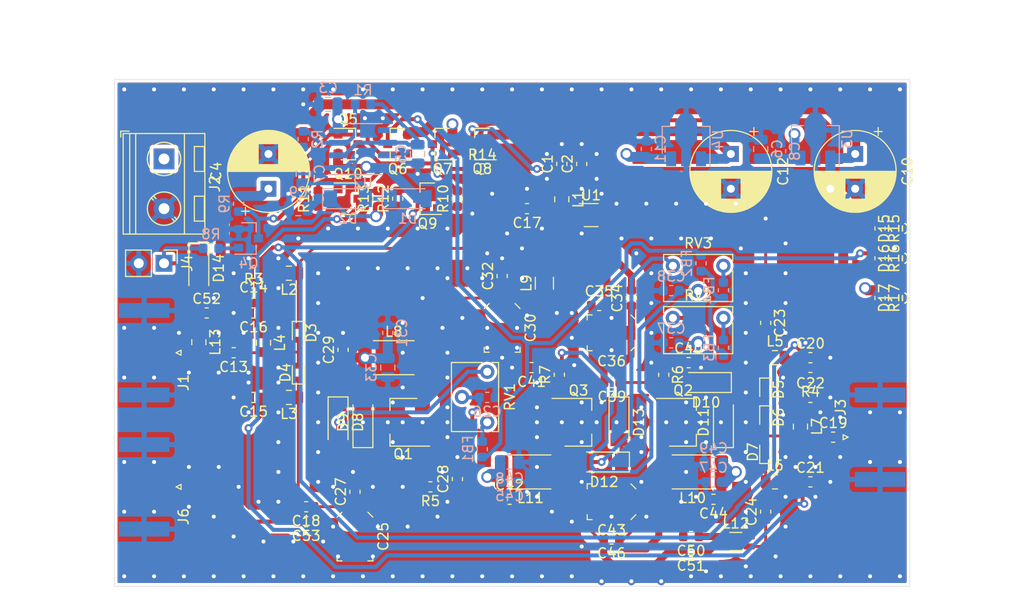
<source format=kicad_pcb>
(kicad_pcb (version 20171130) (host pcbnew 5.1.7-5.1.7)

  (general
    (thickness 1.6)
    (drawings 24)
    (tracks 802)
    (zones 0)
    (modules 126)
    (nets 63)
  )

  (page A4)
  (layers
    (0 F.Cu signal)
    (1 In1.Cu power hide)
    (2 In2.Cu power hide)
    (31 B.Cu signal)
    (32 B.Adhes user hide)
    (33 F.Adhes user)
    (34 B.Paste user hide)
    (35 F.Paste user)
    (36 B.SilkS user hide)
    (37 F.SilkS user hide)
    (38 B.Mask user hide)
    (39 F.Mask user)
    (40 Dwgs.User user)
    (41 Cmts.User user)
    (42 Eco1.User user hide)
    (43 Eco2.User user)
    (44 Edge.Cuts user)
    (45 Margin user)
    (46 B.CrtYd user hide)
    (47 F.CrtYd user)
    (48 B.Fab user hide)
    (49 F.Fab user hide)
  )

  (setup
    (last_trace_width 0.4)
    (user_trace_width 0.254)
    (user_trace_width 0.2856)
    (user_trace_width 0.4)
    (user_trace_width 0.71)
    (user_trace_width 1)
    (trace_clearance 0.3)
    (zone_clearance 0.3)
    (zone_45_only no)
    (trace_min 0.1)
    (via_size 0.8)
    (via_drill 0.4)
    (via_min_size 0.4)
    (via_min_drill 0.2)
    (uvia_size 0.3)
    (uvia_drill 0.1)
    (uvias_allowed no)
    (uvia_min_size 0.2)
    (uvia_min_drill 0.1)
    (edge_width 0.05)
    (segment_width 0.2)
    (pcb_text_width 0.3)
    (pcb_text_size 1.5 1.5)
    (mod_edge_width 0.12)
    (mod_text_size 1 1)
    (mod_text_width 0.15)
    (pad_size 1.524 1.524)
    (pad_drill 0.762)
    (pad_to_mask_clearance 0.051)
    (solder_mask_min_width 0.25)
    (aux_axis_origin 0 0)
    (visible_elements FFFFFF7F)
    (pcbplotparams
      (layerselection 0x010fc_ffffffff)
      (usegerberextensions false)
      (usegerberattributes false)
      (usegerberadvancedattributes false)
      (creategerberjobfile false)
      (excludeedgelayer true)
      (linewidth 0.100000)
      (plotframeref false)
      (viasonmask false)
      (mode 1)
      (useauxorigin false)
      (hpglpennumber 1)
      (hpglpenspeed 20)
      (hpglpendiameter 15.000000)
      (psnegative false)
      (psa4output false)
      (plotreference true)
      (plotvalue true)
      (plotinvisibletext false)
      (padsonsilk false)
      (subtractmaskfromsilk false)
      (outputformat 1)
      (mirror false)
      (drillshape 1)
      (scaleselection 1)
      (outputdirectory ""))
  )

  (net 0 "")
  (net 1 GND)
  (net 2 +12V)
  (net 3 "Net-(C5-Pad1)")
  (net 4 "Net-(C7-Pad2)")
  (net 5 "Net-(C7-Pad1)")
  (net 6 +24V)
  (net 7 +5V)
  (net 8 +5VA)
  (net 9 /50R_IN)
  (net 10 "/TRX Diode Switch/50R_TRX")
  (net 11 "/Antenna Diode Switch/LNA_PIN_BIAS")
  (net 12 "/Antenna Diode Switch/PA_PIN_BIAS")
  (net 13 "Net-(C16-Pad1)")
  (net 14 "/TRX Diode Switch/50R_TRX_LNA")
  (net 15 "/TRX Diode Switch/RF_IN_LNA")
  (net 16 "/TRX Diode Switch/50R_TRX_PA")
  (net 17 "/TX Preamplifier/RF_IN")
  (net 18 /50R_OUT)
  (net 19 "/Antenna Diode Switch/50R_ANT")
  (net 20 "Net-(C22-Pad1)")
  (net 21 "/Antenna Diode Switch/50R_ANT_LNA")
  (net 22 /LNA/RF_IN)
  (net 23 "/Antenna Diode Switch/50R_ANT_PA")
  (net 24 /50R_PA_TO_SW)
  (net 25 "Net-(C26-Pad1)")
  (net 26 "/TX Power Stage/RF_IN")
  (net 27 "/TX Power Stage/25R_PA_P_IN_DC")
  (net 28 "/TX Power Stage/25R_PA_P_IN")
  (net 29 "/TX Power Stage/25R_PA_N_IN_DC")
  (net 30 "/TX Power Stage/25R_PA_N_IN")
  (net 31 "/TX Power Stage/Bias_P")
  (net 32 "/TX Power Stage/Bias_N")
  (net 33 "/TX Power Stage/25R_PA_P_OUT")
  (net 34 "/TX Power Stage/25R_PA_N_OUT")
  (net 35 "/TX Power Stage/25R_PA_N_OUT_DC")
  (net 36 "/TX Power Stage/25R_PA_P_OUT_DC")
  (net 37 "Net-(C52-Pad1)")
  (net 38 "Net-(D5-Pad2)")
  (net 39 "Net-(D8-Pad2)")
  (net 40 "Net-(D8-Pad1)")
  (net 41 "Net-(D10-Pad2)")
  (net 42 "Net-(D10-Pad1)")
  (net 43 "Net-(D12-Pad2)")
  (net 44 "Net-(D12-Pad1)")
  (net 45 "Net-(D14-Pad1)")
  (net 46 "Net-(FB1-Pad1)")
  (net 47 "Net-(FB2-Pad2)")
  (net 48 "Net-(FB3-Pad1)")
  (net 49 "Net-(FB4-Pad1)")
  (net 50 "Net-(Q4-Pad3)")
  (net 51 "Net-(Q4-Pad1)")
  (net 52 "/PTT Control/12V_TX")
  (net 53 "/PTT Control/12V_RX")
  (net 54 "Net-(Q9-Pad1)")
  (net 55 "Net-(Q10-Pad1)")
  (net 56 "Net-(R1-Pad2)")
  (net 57 /5V_RX)
  (net 58 /5V_TX)
  (net 59 "Net-(D15-Pad2)")
  (net 60 "Net-(D16-Pad2)")
  (net 61 "Net-(D17-Pad2)")
  (net 62 /50R_IN_TXONLY)

  (net_class Default "Dies ist die voreingestellte Netzklasse."
    (clearance 0.3)
    (trace_width 0.4)
    (via_dia 0.8)
    (via_drill 0.4)
    (uvia_dia 0.3)
    (uvia_drill 0.1)
    (add_net /5V_RX)
    (add_net /5V_TX)
    (add_net "/Antenna Diode Switch/LNA_PIN_BIAS")
    (add_net "/Antenna Diode Switch/PA_PIN_BIAS")
    (add_net "/PTT Control/12V_RX")
    (add_net "/PTT Control/12V_TX")
    (add_net "/TX Power Stage/Bias_N")
    (add_net "/TX Power Stage/Bias_P")
    (add_net GND)
    (add_net "Net-(C16-Pad1)")
    (add_net "Net-(C22-Pad1)")
    (add_net "Net-(C26-Pad1)")
    (add_net "Net-(C5-Pad1)")
    (add_net "Net-(C52-Pad1)")
    (add_net "Net-(C7-Pad1)")
    (add_net "Net-(C7-Pad2)")
    (add_net "Net-(D10-Pad1)")
    (add_net "Net-(D10-Pad2)")
    (add_net "Net-(D12-Pad1)")
    (add_net "Net-(D12-Pad2)")
    (add_net "Net-(D14-Pad1)")
    (add_net "Net-(D15-Pad2)")
    (add_net "Net-(D16-Pad2)")
    (add_net "Net-(D17-Pad2)")
    (add_net "Net-(D8-Pad1)")
    (add_net "Net-(D8-Pad2)")
    (add_net "Net-(FB1-Pad1)")
    (add_net "Net-(FB2-Pad2)")
    (add_net "Net-(FB3-Pad1)")
    (add_net "Net-(FB4-Pad1)")
    (add_net "Net-(Q10-Pad1)")
    (add_net "Net-(Q4-Pad1)")
    (add_net "Net-(Q4-Pad3)")
    (add_net "Net-(Q9-Pad1)")
    (add_net "Net-(R1-Pad2)")
  )

  (net_class 25R ""
    (clearance 1)
    (trace_width 0.71)
    (via_dia 0.8)
    (via_drill 0.4)
    (uvia_dia 0.3)
    (uvia_drill 0.1)
    (add_net "/TX Power Stage/25R_PA_N_IN")
    (add_net "/TX Power Stage/25R_PA_N_IN_DC")
    (add_net "/TX Power Stage/25R_PA_N_OUT")
    (add_net "/TX Power Stage/25R_PA_N_OUT_DC")
    (add_net "/TX Power Stage/25R_PA_P_IN")
    (add_net "/TX Power Stage/25R_PA_P_IN_DC")
    (add_net "/TX Power Stage/25R_PA_P_OUT")
    (add_net "/TX Power Stage/25R_PA_P_OUT_DC")
  )

  (net_class 50R ""
    (clearance 1)
    (trace_width 0.2856)
    (via_dia 0.8)
    (via_drill 0.4)
    (uvia_dia 0.3)
    (uvia_drill 0.1)
    (add_net /50R_IN)
    (add_net /50R_IN_TXONLY)
    (add_net /50R_OUT)
    (add_net /50R_PA_TO_SW)
    (add_net "/Antenna Diode Switch/50R_ANT")
    (add_net "/Antenna Diode Switch/50R_ANT_LNA")
    (add_net "/Antenna Diode Switch/50R_ANT_PA")
    (add_net /LNA/RF_IN)
    (add_net "/TRX Diode Switch/50R_TRX")
    (add_net "/TRX Diode Switch/50R_TRX_LNA")
    (add_net "/TRX Diode Switch/50R_TRX_PA")
    (add_net "/TRX Diode Switch/RF_IN_LNA")
    (add_net "/TX Power Stage/RF_IN")
    (add_net "/TX Preamplifier/RF_IN")
    (add_net "Net-(D5-Pad2)")
  )

  (net_class Power ""
    (clearance 0.4)
    (trace_width 1)
    (via_dia 1.2)
    (via_drill 0.8)
    (uvia_dia 0.3)
    (uvia_drill 0.1)
    (add_net +12V)
    (add_net +24V)
    (add_net +5V)
    (add_net +5VA)
  )

  (module Connector_PinHeader_2.54mm:PinHeader_1x02_P2.54mm_Vertical (layer F.Cu) (tedit 59FED5CC) (tstamp 5F7801CB)
    (at 55 68.5 270)
    (descr "Through hole straight pin header, 1x02, 2.54mm pitch, single row")
    (tags "Through hole pin header THT 1x02 2.54mm single row")
    (path /5F189F7F/5F79D217)
    (fp_text reference J4 (at 0 -2.33 90) (layer F.SilkS)
      (effects (font (size 1 1) (thickness 0.15)))
    )
    (fp_text value PTT (at 0 4.87 90) (layer F.Fab)
      (effects (font (size 1 1) (thickness 0.15)))
    )
    (fp_line (start -0.635 -1.27) (end 1.27 -1.27) (layer F.Fab) (width 0.1))
    (fp_line (start 1.27 -1.27) (end 1.27 3.81) (layer F.Fab) (width 0.1))
    (fp_line (start 1.27 3.81) (end -1.27 3.81) (layer F.Fab) (width 0.1))
    (fp_line (start -1.27 3.81) (end -1.27 -0.635) (layer F.Fab) (width 0.1))
    (fp_line (start -1.27 -0.635) (end -0.635 -1.27) (layer F.Fab) (width 0.1))
    (fp_line (start -1.33 3.87) (end 1.33 3.87) (layer F.SilkS) (width 0.12))
    (fp_line (start -1.33 1.27) (end -1.33 3.87) (layer F.SilkS) (width 0.12))
    (fp_line (start 1.33 1.27) (end 1.33 3.87) (layer F.SilkS) (width 0.12))
    (fp_line (start -1.33 1.27) (end 1.33 1.27) (layer F.SilkS) (width 0.12))
    (fp_line (start -1.33 0) (end -1.33 -1.33) (layer F.SilkS) (width 0.12))
    (fp_line (start -1.33 -1.33) (end 0 -1.33) (layer F.SilkS) (width 0.12))
    (fp_line (start -1.8 -1.8) (end -1.8 4.35) (layer F.CrtYd) (width 0.05))
    (fp_line (start -1.8 4.35) (end 1.8 4.35) (layer F.CrtYd) (width 0.05))
    (fp_line (start 1.8 4.35) (end 1.8 -1.8) (layer F.CrtYd) (width 0.05))
    (fp_line (start 1.8 -1.8) (end -1.8 -1.8) (layer F.CrtYd) (width 0.05))
    (fp_text user %R (at 0 1.27) (layer F.Fab)
      (effects (font (size 1 1) (thickness 0.15)))
    )
    (pad 2 thru_hole oval (at 0 2.54 270) (size 1.7 1.7) (drill 1) (layers *.Cu *.Mask)
      (net 1 GND))
    (pad 1 thru_hole rect (at 0 0 270) (size 1.7 1.7) (drill 1) (layers *.Cu *.Mask)
      (net 45 "Net-(D14-Pad1)"))
    (model ${KISYS3DMOD}/Connector_PinHeader_2.54mm.3dshapes/PinHeader_1x02_P2.54mm_Vertical.wrl
      (at (xyz 0 0 0))
      (scale (xyz 1 1 1))
      (rotate (xyz 0 0 0))
    )
  )

  (module Connector_Coaxial:SMA_Amphenol_132289_EdgeMount (layer F.Cu) (tedit 5A1C1810) (tstamp 5F712799)
    (at 53 91 180)
    (descr http://www.amphenolrf.com/132289.html)
    (tags SMA)
    (path /5F710C19)
    (attr smd)
    (fp_text reference J6 (at -3.96 -3 90) (layer F.SilkS)
      (effects (font (size 1 1) (thickness 0.15)))
    )
    (fp_text value CONN_TXONLY (at 5 6) (layer F.Fab)
      (effects (font (size 1 1) (thickness 0.15)))
    )
    (fp_line (start -3.71 0.25) (end -3.21 0) (layer F.SilkS) (width 0.12))
    (fp_line (start -3.71 -0.25) (end -3.71 0.25) (layer F.SilkS) (width 0.12))
    (fp_line (start -3.21 0) (end -3.71 -0.25) (layer F.SilkS) (width 0.12))
    (fp_line (start 3.54 0) (end 2.54 0.75) (layer F.Fab) (width 0.1))
    (fp_line (start 2.54 -0.75) (end 3.54 0) (layer F.Fab) (width 0.1))
    (fp_line (start 14.47 -5.58) (end -3.04 -5.58) (layer F.CrtYd) (width 0.05))
    (fp_line (start 14.47 -5.58) (end 14.47 5.58) (layer F.CrtYd) (width 0.05))
    (fp_line (start 14.47 5.58) (end -3.04 5.58) (layer F.CrtYd) (width 0.05))
    (fp_line (start -3.04 5.58) (end -3.04 -5.58) (layer F.CrtYd) (width 0.05))
    (fp_line (start 14.47 -5.58) (end -3.04 -5.58) (layer B.CrtYd) (width 0.05))
    (fp_line (start 14.47 -5.58) (end 14.47 5.58) (layer B.CrtYd) (width 0.05))
    (fp_line (start 14.47 5.58) (end -3.04 5.58) (layer B.CrtYd) (width 0.05))
    (fp_line (start -3.04 5.58) (end -3.04 -5.58) (layer B.CrtYd) (width 0.05))
    (fp_line (start 4.445 -3.81) (end 13.97 -3.81) (layer F.Fab) (width 0.1))
    (fp_line (start 13.97 -3.81) (end 13.97 3.81) (layer F.Fab) (width 0.1))
    (fp_line (start 13.97 3.81) (end 4.445 3.81) (layer F.Fab) (width 0.1))
    (fp_line (start 4.445 5.08) (end 4.445 3.81) (layer F.Fab) (width 0.1))
    (fp_line (start 4.445 -3.81) (end 4.445 -5.08) (layer F.Fab) (width 0.1))
    (fp_line (start -1.91 -5.08) (end 4.445 -5.08) (layer F.Fab) (width 0.1))
    (fp_line (start -1.91 -5.08) (end -1.91 -3.81) (layer F.Fab) (width 0.1))
    (fp_line (start -1.91 -3.81) (end 2.54 -3.81) (layer F.Fab) (width 0.1))
    (fp_line (start 2.54 -3.81) (end 2.54 3.81) (layer F.Fab) (width 0.1))
    (fp_line (start 2.54 3.81) (end -1.91 3.81) (layer F.Fab) (width 0.1))
    (fp_line (start -1.91 3.81) (end -1.91 5.08) (layer F.Fab) (width 0.1))
    (fp_line (start -1.91 5.08) (end 4.445 5.08) (layer F.Fab) (width 0.1))
    (fp_text user %R (at 4.79 0 270) (layer F.Fab)
      (effects (font (size 1 1) (thickness 0.15)))
    )
    (pad 1 smd rect (at 0 0 270) (size 1.5 5.08) (layers F.Cu F.Paste F.Mask)
      (net 62 /50R_IN_TXONLY))
    (pad 2 smd rect (at 0 -4.25 270) (size 1.5 5.08) (layers F.Cu F.Paste F.Mask)
      (net 1 GND))
    (pad 2 smd rect (at 0 4.25 270) (size 1.5 5.08) (layers F.Cu F.Paste F.Mask)
      (net 1 GND))
    (pad 2 smd rect (at 0 -4.25 270) (size 1.5 5.08) (layers B.Cu B.Paste B.Mask)
      (net 1 GND))
    (pad 2 smd rect (at 0 4.25 270) (size 1.5 5.08) (layers B.Cu B.Paste B.Mask)
      (net 1 GND))
    (model ${KISYS3DMOD}/Connector_Coaxial.3dshapes/SMA_Amphenol_132289_EdgeMount.wrl
      (at (xyz 0 0 0))
      (scale (xyz 1 1 1))
      (rotate (xyz 0 0 0))
    )
  )

  (module Capacitor_SMD:C_0603_1608Metric (layer F.Cu) (tedit 5B301BBE) (tstamp 5F7122C6)
    (at 69.2875 94.5 180)
    (descr "Capacitor SMD 0603 (1608 Metric), square (rectangular) end terminal, IPC_7351 nominal, (Body size source: http://www.tortai-tech.com/upload/download/2011102023233369053.pdf), generated with kicad-footprint-generator")
    (tags capacitor)
    (path /5F1CEB90/5F715464)
    (attr smd)
    (fp_text reference C53 (at 0 -1.43) (layer F.SilkS)
      (effects (font (size 1 1) (thickness 0.15)))
    )
    (fp_text value 1nF (at 0 1.43) (layer F.Fab)
      (effects (font (size 1 1) (thickness 0.15)))
    )
    (fp_line (start -0.8 0.4) (end -0.8 -0.4) (layer F.Fab) (width 0.1))
    (fp_line (start -0.8 -0.4) (end 0.8 -0.4) (layer F.Fab) (width 0.1))
    (fp_line (start 0.8 -0.4) (end 0.8 0.4) (layer F.Fab) (width 0.1))
    (fp_line (start 0.8 0.4) (end -0.8 0.4) (layer F.Fab) (width 0.1))
    (fp_line (start -0.162779 -0.51) (end 0.162779 -0.51) (layer F.SilkS) (width 0.12))
    (fp_line (start -0.162779 0.51) (end 0.162779 0.51) (layer F.SilkS) (width 0.12))
    (fp_line (start -1.48 0.73) (end -1.48 -0.73) (layer F.CrtYd) (width 0.05))
    (fp_line (start -1.48 -0.73) (end 1.48 -0.73) (layer F.CrtYd) (width 0.05))
    (fp_line (start 1.48 -0.73) (end 1.48 0.73) (layer F.CrtYd) (width 0.05))
    (fp_line (start 1.48 0.73) (end -1.48 0.73) (layer F.CrtYd) (width 0.05))
    (fp_text user %R (at 0 0) (layer F.Fab)
      (effects (font (size 0.4 0.4) (thickness 0.06)))
    )
    (pad 2 smd roundrect (at 0.7875 0 180) (size 0.875 0.95) (layers F.Cu F.Paste F.Mask) (roundrect_rratio 0.25)
      (net 62 /50R_IN_TXONLY))
    (pad 1 smd roundrect (at -0.7875 0 180) (size 0.875 0.95) (layers F.Cu F.Paste F.Mask) (roundrect_rratio 0.25)
      (net 17 "/TX Preamplifier/RF_IN"))
    (model ${KISYS3DMOD}/Capacitor_SMD.3dshapes/C_0603_1608Metric.wrl
      (at (xyz 0 0 0))
      (scale (xyz 1 1 1))
      (rotate (xyz 0 0 0))
    )
  )

  (module Package_TO_SOT_SMD:SOT-89-3 (layer F.Cu) (tedit 5A02FF57) (tstamp 5F5D513A)
    (at 96.23 84.5)
    (descr SOT-89-3)
    (tags SOT-89-3)
    (path /5F1CEF94/5F2DB79C)
    (attr smd)
    (fp_text reference Q3 (at 0.45 -3.2) (layer F.SilkS)
      (effects (font (size 1 1) (thickness 0.15)))
    )
    (fp_text value AFT05MS004N (at 0.45 3.25) (layer F.Fab)
      (effects (font (size 1 1) (thickness 0.15)))
    )
    (fp_line (start 1.78 1.2) (end 1.78 2.4) (layer F.SilkS) (width 0.12))
    (fp_line (start 1.78 2.4) (end -0.92 2.4) (layer F.SilkS) (width 0.12))
    (fp_line (start -2.22 -2.4) (end 1.78 -2.4) (layer F.SilkS) (width 0.12))
    (fp_line (start 1.78 -2.4) (end 1.78 -1.2) (layer F.SilkS) (width 0.12))
    (fp_line (start -0.92 -1.51) (end -0.13 -2.3) (layer F.Fab) (width 0.1))
    (fp_line (start 1.68 -2.3) (end 1.68 2.3) (layer F.Fab) (width 0.1))
    (fp_line (start 1.68 2.3) (end -0.92 2.3) (layer F.Fab) (width 0.1))
    (fp_line (start -0.92 2.3) (end -0.92 -1.51) (layer F.Fab) (width 0.1))
    (fp_line (start -0.13 -2.3) (end 1.68 -2.3) (layer F.Fab) (width 0.1))
    (fp_line (start 3.23 -2.55) (end 3.23 2.55) (layer F.CrtYd) (width 0.05))
    (fp_line (start 3.23 -2.55) (end -2.48 -2.55) (layer F.CrtYd) (width 0.05))
    (fp_line (start -2.48 2.55) (end 3.23 2.55) (layer F.CrtYd) (width 0.05))
    (fp_line (start -2.48 2.55) (end -2.48 -2.55) (layer F.CrtYd) (width 0.05))
    (fp_text user %R (at 0.38 0 90) (layer F.Fab)
      (effects (font (size 0.6 0.6) (thickness 0.09)))
    )
    (pad 2 smd trapezoid (at -0.0762 0 90) (size 1.5 1) (rect_delta 0 0.7 ) (layers F.Cu F.Paste F.Mask)
      (net 1 GND))
    (pad 2 smd rect (at 1.3335 0 270) (size 2.2 1.84) (layers F.Cu F.Paste F.Mask)
      (net 1 GND))
    (pad 3 smd rect (at -1.48 1.5 270) (size 1 1.5) (layers F.Cu F.Paste F.Mask)
      (net 33 "/TX Power Stage/25R_PA_P_OUT"))
    (pad 2 smd rect (at -1.3335 0 270) (size 1 1.8) (layers F.Cu F.Paste F.Mask)
      (net 1 GND))
    (pad 1 smd rect (at -1.48 -1.5 270) (size 1 1.5) (layers F.Cu F.Paste F.Mask)
      (net 30 "/TX Power Stage/25R_PA_N_IN"))
    (pad 2 smd trapezoid (at 2.667 0 270) (size 1.6 0.85) (rect_delta 0 0.6 ) (layers F.Cu F.Paste F.Mask)
      (net 1 GND))
    (model ${KISYS3DMOD}/Package_TO_SOT_SMD.3dshapes/SOT-89-3.wrl
      (at (xyz 0 0 0))
      (scale (xyz 1 1 1))
      (rotate (xyz 0 0 0))
    )
  )

  (module Package_TO_SOT_SMD:SOT-89-3 (layer F.Cu) (tedit 5A02FF57) (tstamp 5F5D5128)
    (at 106.75 84.5)
    (descr SOT-89-3)
    (tags SOT-89-3)
    (path /5F1CEF94/5F241898)
    (attr smd)
    (fp_text reference Q2 (at 0.45 -3.2) (layer F.SilkS)
      (effects (font (size 1 1) (thickness 0.15)))
    )
    (fp_text value AFT05MS004N (at 0.45 3.25) (layer F.Fab)
      (effects (font (size 1 1) (thickness 0.15)))
    )
    (fp_line (start 1.78 1.2) (end 1.78 2.4) (layer F.SilkS) (width 0.12))
    (fp_line (start 1.78 2.4) (end -0.92 2.4) (layer F.SilkS) (width 0.12))
    (fp_line (start -2.22 -2.4) (end 1.78 -2.4) (layer F.SilkS) (width 0.12))
    (fp_line (start 1.78 -2.4) (end 1.78 -1.2) (layer F.SilkS) (width 0.12))
    (fp_line (start -0.92 -1.51) (end -0.13 -2.3) (layer F.Fab) (width 0.1))
    (fp_line (start 1.68 -2.3) (end 1.68 2.3) (layer F.Fab) (width 0.1))
    (fp_line (start 1.68 2.3) (end -0.92 2.3) (layer F.Fab) (width 0.1))
    (fp_line (start -0.92 2.3) (end -0.92 -1.51) (layer F.Fab) (width 0.1))
    (fp_line (start -0.13 -2.3) (end 1.68 -2.3) (layer F.Fab) (width 0.1))
    (fp_line (start 3.23 -2.55) (end 3.23 2.55) (layer F.CrtYd) (width 0.05))
    (fp_line (start 3.23 -2.55) (end -2.48 -2.55) (layer F.CrtYd) (width 0.05))
    (fp_line (start -2.48 2.55) (end 3.23 2.55) (layer F.CrtYd) (width 0.05))
    (fp_line (start -2.48 2.55) (end -2.48 -2.55) (layer F.CrtYd) (width 0.05))
    (fp_text user %R (at 0.38 0 90) (layer F.Fab)
      (effects (font (size 0.6 0.6) (thickness 0.09)))
    )
    (pad 2 smd trapezoid (at -0.0762 0 90) (size 1.5 1) (rect_delta 0 0.7 ) (layers F.Cu F.Paste F.Mask)
      (net 1 GND))
    (pad 2 smd rect (at 1.3335 0 270) (size 2.2 1.84) (layers F.Cu F.Paste F.Mask)
      (net 1 GND))
    (pad 3 smd rect (at -1.48 1.5 270) (size 1 1.5) (layers F.Cu F.Paste F.Mask)
      (net 34 "/TX Power Stage/25R_PA_N_OUT"))
    (pad 2 smd rect (at -1.3335 0 270) (size 1 1.8) (layers F.Cu F.Paste F.Mask)
      (net 1 GND))
    (pad 1 smd rect (at -1.48 -1.5 270) (size 1 1.5) (layers F.Cu F.Paste F.Mask)
      (net 28 "/TX Power Stage/25R_PA_P_IN"))
    (pad 2 smd trapezoid (at 2.667 0 270) (size 1.6 0.85) (rect_delta 0 0.6 ) (layers F.Cu F.Paste F.Mask)
      (net 1 GND))
    (model ${KISYS3DMOD}/Package_TO_SOT_SMD.3dshapes/SOT-89-3.wrl
      (at (xyz 0 0 0))
      (scale (xyz 1 1 1))
      (rotate (xyz 0 0 0))
    )
  )

  (module Package_TO_SOT_SMD:SOT-89-3 (layer F.Cu) (tedit 5A02FF57) (tstamp 5F5D5116)
    (at 79.5 84.5 180)
    (descr SOT-89-3)
    (tags SOT-89-3)
    (path /5F1CEEEE/5F1DCEC6)
    (attr smd)
    (fp_text reference Q1 (at 0.45 -3.2) (layer F.SilkS)
      (effects (font (size 1 1) (thickness 0.15)))
    )
    (fp_text value AFT05MS004N (at 0.45 3.25) (layer F.Fab)
      (effects (font (size 1 1) (thickness 0.15)))
    )
    (fp_line (start 1.78 1.2) (end 1.78 2.4) (layer F.SilkS) (width 0.12))
    (fp_line (start 1.78 2.4) (end -0.92 2.4) (layer F.SilkS) (width 0.12))
    (fp_line (start -2.22 -2.4) (end 1.78 -2.4) (layer F.SilkS) (width 0.12))
    (fp_line (start 1.78 -2.4) (end 1.78 -1.2) (layer F.SilkS) (width 0.12))
    (fp_line (start -0.92 -1.51) (end -0.13 -2.3) (layer F.Fab) (width 0.1))
    (fp_line (start 1.68 -2.3) (end 1.68 2.3) (layer F.Fab) (width 0.1))
    (fp_line (start 1.68 2.3) (end -0.92 2.3) (layer F.Fab) (width 0.1))
    (fp_line (start -0.92 2.3) (end -0.92 -1.51) (layer F.Fab) (width 0.1))
    (fp_line (start -0.13 -2.3) (end 1.68 -2.3) (layer F.Fab) (width 0.1))
    (fp_line (start 3.23 -2.55) (end 3.23 2.55) (layer F.CrtYd) (width 0.05))
    (fp_line (start 3.23 -2.55) (end -2.48 -2.55) (layer F.CrtYd) (width 0.05))
    (fp_line (start -2.48 2.55) (end 3.23 2.55) (layer F.CrtYd) (width 0.05))
    (fp_line (start -2.48 2.55) (end -2.48 -2.55) (layer F.CrtYd) (width 0.05))
    (fp_text user %R (at 0.38 0 90) (layer F.Fab)
      (effects (font (size 0.6 0.6) (thickness 0.09)))
    )
    (pad 2 smd trapezoid (at -0.0762 0 270) (size 1.5 1) (rect_delta 0 0.7 ) (layers F.Cu F.Paste F.Mask)
      (net 1 GND))
    (pad 2 smd rect (at 1.3335 0 90) (size 2.2 1.84) (layers F.Cu F.Paste F.Mask)
      (net 1 GND))
    (pad 3 smd rect (at -1.48 1.5 90) (size 1 1.5) (layers F.Cu F.Paste F.Mask)
      (net 26 "/TX Power Stage/RF_IN"))
    (pad 2 smd rect (at -1.3335 0 90) (size 1 1.8) (layers F.Cu F.Paste F.Mask)
      (net 1 GND))
    (pad 1 smd rect (at -1.48 -1.5 90) (size 1 1.5) (layers F.Cu F.Paste F.Mask)
      (net 17 "/TX Preamplifier/RF_IN"))
    (pad 2 smd trapezoid (at 2.667 0 90) (size 1.6 0.85) (rect_delta 0 0.6 ) (layers F.Cu F.Paste F.Mask)
      (net 1 GND))
    (model ${KISYS3DMOD}/Package_TO_SOT_SMD.3dshapes/SOT-89-3.wrl
      (at (xyz 0 0 0))
      (scale (xyz 1 1 1))
      (rotate (xyz 0 0 0))
    )
  )

  (module Diode_SMD:D_MiniMELF (layer F.Cu) (tedit 5905D8F5) (tstamp 5F77B718)
    (at 58.5 69 270)
    (descr "Diode Mini-MELF")
    (tags "Diode Mini-MELF")
    (path /5F189F7F/5F62F037)
    (attr smd)
    (fp_text reference D14 (at 0 -2 90) (layer F.SilkS)
      (effects (font (size 1 1) (thickness 0.15)))
    )
    (fp_text value LL4148 (at 0 1.75 90) (layer F.Fab)
      (effects (font (size 1 1) (thickness 0.15)))
    )
    (fp_line (start 1.75 -1) (end -2.55 -1) (layer F.SilkS) (width 0.12))
    (fp_line (start -2.55 -1) (end -2.55 1) (layer F.SilkS) (width 0.12))
    (fp_line (start -2.55 1) (end 1.75 1) (layer F.SilkS) (width 0.12))
    (fp_line (start 1.65 -0.8) (end 1.65 0.8) (layer F.Fab) (width 0.1))
    (fp_line (start 1.65 0.8) (end -1.65 0.8) (layer F.Fab) (width 0.1))
    (fp_line (start -1.65 0.8) (end -1.65 -0.8) (layer F.Fab) (width 0.1))
    (fp_line (start -1.65 -0.8) (end 1.65 -0.8) (layer F.Fab) (width 0.1))
    (fp_line (start 0.25 0) (end 0.75 0) (layer F.Fab) (width 0.1))
    (fp_line (start 0.25 0.4) (end -0.35 0) (layer F.Fab) (width 0.1))
    (fp_line (start 0.25 -0.4) (end 0.25 0.4) (layer F.Fab) (width 0.1))
    (fp_line (start -0.35 0) (end 0.25 -0.4) (layer F.Fab) (width 0.1))
    (fp_line (start -0.35 0) (end -0.35 0.55) (layer F.Fab) (width 0.1))
    (fp_line (start -0.35 0) (end -0.35 -0.55) (layer F.Fab) (width 0.1))
    (fp_line (start -0.75 0) (end -0.35 0) (layer F.Fab) (width 0.1))
    (fp_line (start -2.65 -1.1) (end 2.65 -1.1) (layer F.CrtYd) (width 0.05))
    (fp_line (start 2.65 -1.1) (end 2.65 1.1) (layer F.CrtYd) (width 0.05))
    (fp_line (start 2.65 1.1) (end -2.65 1.1) (layer F.CrtYd) (width 0.05))
    (fp_line (start -2.65 1.1) (end -2.65 -1.1) (layer F.CrtYd) (width 0.05))
    (fp_text user %R (at 0 -2 90) (layer F.Fab)
      (effects (font (size 1 1) (thickness 0.15)))
    )
    (pad 2 smd rect (at 1.75 0 270) (size 1.3 1.7) (layers F.Cu F.Paste F.Mask)
      (net 37 "Net-(C52-Pad1)"))
    (pad 1 smd rect (at -1.75 0 270) (size 1.3 1.7) (layers F.Cu F.Paste F.Mask)
      (net 45 "Net-(D14-Pad1)"))
    (model ${KISYS3DMOD}/Diode_SMD.3dshapes/D_MiniMELF.wrl
      (at (xyz 0 0 0))
      (scale (xyz 1 1 1))
      (rotate (xyz 0 0 0))
    )
  )

  (module Diode_SMD:D_MiniMELF (layer F.Cu) (tedit 5905D8F5) (tstamp 5F61BFB0)
    (at 100.75 84.5 270)
    (descr "Diode Mini-MELF")
    (tags "Diode Mini-MELF")
    (path /5F1CEF94/5F638834)
    (attr smd)
    (fp_text reference D13 (at 0 -2 90) (layer F.SilkS)
      (effects (font (size 1 1) (thickness 0.15)))
    )
    (fp_text value LL4148 (at 0 1.75 90) (layer F.Fab)
      (effects (font (size 1 1) (thickness 0.15)))
    )
    (fp_line (start 1.75 -1) (end -2.55 -1) (layer F.SilkS) (width 0.12))
    (fp_line (start -2.55 -1) (end -2.55 1) (layer F.SilkS) (width 0.12))
    (fp_line (start -2.55 1) (end 1.75 1) (layer F.SilkS) (width 0.12))
    (fp_line (start 1.65 -0.8) (end 1.65 0.8) (layer F.Fab) (width 0.1))
    (fp_line (start 1.65 0.8) (end -1.65 0.8) (layer F.Fab) (width 0.1))
    (fp_line (start -1.65 0.8) (end -1.65 -0.8) (layer F.Fab) (width 0.1))
    (fp_line (start -1.65 -0.8) (end 1.65 -0.8) (layer F.Fab) (width 0.1))
    (fp_line (start 0.25 0) (end 0.75 0) (layer F.Fab) (width 0.1))
    (fp_line (start 0.25 0.4) (end -0.35 0) (layer F.Fab) (width 0.1))
    (fp_line (start 0.25 -0.4) (end 0.25 0.4) (layer F.Fab) (width 0.1))
    (fp_line (start -0.35 0) (end 0.25 -0.4) (layer F.Fab) (width 0.1))
    (fp_line (start -0.35 0) (end -0.35 0.55) (layer F.Fab) (width 0.1))
    (fp_line (start -0.35 0) (end -0.35 -0.55) (layer F.Fab) (width 0.1))
    (fp_line (start -0.75 0) (end -0.35 0) (layer F.Fab) (width 0.1))
    (fp_line (start -2.65 -1.1) (end 2.65 -1.1) (layer F.CrtYd) (width 0.05))
    (fp_line (start 2.65 -1.1) (end 2.65 1.1) (layer F.CrtYd) (width 0.05))
    (fp_line (start 2.65 1.1) (end -2.65 1.1) (layer F.CrtYd) (width 0.05))
    (fp_line (start -2.65 1.1) (end -2.65 -1.1) (layer F.CrtYd) (width 0.05))
    (fp_text user %R (at 0 -2 90) (layer F.Fab)
      (effects (font (size 1 1) (thickness 0.15)))
    )
    (pad 2 smd rect (at 1.75 0 270) (size 1.3 1.7) (layers F.Cu F.Paste F.Mask)
      (net 44 "Net-(D12-Pad1)"))
    (pad 1 smd rect (at -1.75 0 270) (size 1.3 1.7) (layers F.Cu F.Paste F.Mask)
      (net 1 GND))
    (model ${KISYS3DMOD}/Diode_SMD.3dshapes/D_MiniMELF.wrl
      (at (xyz 0 0 0))
      (scale (xyz 1 1 1))
      (rotate (xyz 0 0 0))
    )
  )

  (module Diode_SMD:D_MiniMELF (layer F.Cu) (tedit 5905D8F5) (tstamp 5F61BF97)
    (at 99.25 88.5 180)
    (descr "Diode Mini-MELF")
    (tags "Diode Mini-MELF")
    (path /5F1CEF94/5F63829E)
    (attr smd)
    (fp_text reference D12 (at 0 -2) (layer F.SilkS)
      (effects (font (size 1 1) (thickness 0.15)))
    )
    (fp_text value LL4148 (at 0 1.75) (layer F.Fab)
      (effects (font (size 1 1) (thickness 0.15)))
    )
    (fp_line (start 1.75 -1) (end -2.55 -1) (layer F.SilkS) (width 0.12))
    (fp_line (start -2.55 -1) (end -2.55 1) (layer F.SilkS) (width 0.12))
    (fp_line (start -2.55 1) (end 1.75 1) (layer F.SilkS) (width 0.12))
    (fp_line (start 1.65 -0.8) (end 1.65 0.8) (layer F.Fab) (width 0.1))
    (fp_line (start 1.65 0.8) (end -1.65 0.8) (layer F.Fab) (width 0.1))
    (fp_line (start -1.65 0.8) (end -1.65 -0.8) (layer F.Fab) (width 0.1))
    (fp_line (start -1.65 -0.8) (end 1.65 -0.8) (layer F.Fab) (width 0.1))
    (fp_line (start 0.25 0) (end 0.75 0) (layer F.Fab) (width 0.1))
    (fp_line (start 0.25 0.4) (end -0.35 0) (layer F.Fab) (width 0.1))
    (fp_line (start 0.25 -0.4) (end 0.25 0.4) (layer F.Fab) (width 0.1))
    (fp_line (start -0.35 0) (end 0.25 -0.4) (layer F.Fab) (width 0.1))
    (fp_line (start -0.35 0) (end -0.35 0.55) (layer F.Fab) (width 0.1))
    (fp_line (start -0.35 0) (end -0.35 -0.55) (layer F.Fab) (width 0.1))
    (fp_line (start -0.75 0) (end -0.35 0) (layer F.Fab) (width 0.1))
    (fp_line (start -2.65 -1.1) (end 2.65 -1.1) (layer F.CrtYd) (width 0.05))
    (fp_line (start 2.65 -1.1) (end 2.65 1.1) (layer F.CrtYd) (width 0.05))
    (fp_line (start 2.65 1.1) (end -2.65 1.1) (layer F.CrtYd) (width 0.05))
    (fp_line (start -2.65 1.1) (end -2.65 -1.1) (layer F.CrtYd) (width 0.05))
    (fp_text user %R (at 0 -2) (layer F.Fab)
      (effects (font (size 1 1) (thickness 0.15)))
    )
    (pad 2 smd rect (at 1.75 0 180) (size 1.3 1.7) (layers F.Cu F.Paste F.Mask)
      (net 43 "Net-(D12-Pad2)"))
    (pad 1 smd rect (at -1.75 0 180) (size 1.3 1.7) (layers F.Cu F.Paste F.Mask)
      (net 44 "Net-(D12-Pad1)"))
    (model ${KISYS3DMOD}/Diode_SMD.3dshapes/D_MiniMELF.wrl
      (at (xyz 0 0 0))
      (scale (xyz 1 1 1))
      (rotate (xyz 0 0 0))
    )
  )

  (module Diode_SMD:D_MiniMELF (layer F.Cu) (tedit 5905D8F5) (tstamp 5F61BF7E)
    (at 111.25 84.5 90)
    (descr "Diode Mini-MELF")
    (tags "Diode Mini-MELF")
    (path /5F1CEF94/5F638E05)
    (attr smd)
    (fp_text reference D11 (at 0 -2 90) (layer F.SilkS)
      (effects (font (size 1 1) (thickness 0.15)))
    )
    (fp_text value LL4148 (at 0 1.75 90) (layer F.Fab)
      (effects (font (size 1 1) (thickness 0.15)))
    )
    (fp_line (start 1.75 -1) (end -2.55 -1) (layer F.SilkS) (width 0.12))
    (fp_line (start -2.55 -1) (end -2.55 1) (layer F.SilkS) (width 0.12))
    (fp_line (start -2.55 1) (end 1.75 1) (layer F.SilkS) (width 0.12))
    (fp_line (start 1.65 -0.8) (end 1.65 0.8) (layer F.Fab) (width 0.1))
    (fp_line (start 1.65 0.8) (end -1.65 0.8) (layer F.Fab) (width 0.1))
    (fp_line (start -1.65 0.8) (end -1.65 -0.8) (layer F.Fab) (width 0.1))
    (fp_line (start -1.65 -0.8) (end 1.65 -0.8) (layer F.Fab) (width 0.1))
    (fp_line (start 0.25 0) (end 0.75 0) (layer F.Fab) (width 0.1))
    (fp_line (start 0.25 0.4) (end -0.35 0) (layer F.Fab) (width 0.1))
    (fp_line (start 0.25 -0.4) (end 0.25 0.4) (layer F.Fab) (width 0.1))
    (fp_line (start -0.35 0) (end 0.25 -0.4) (layer F.Fab) (width 0.1))
    (fp_line (start -0.35 0) (end -0.35 0.55) (layer F.Fab) (width 0.1))
    (fp_line (start -0.35 0) (end -0.35 -0.55) (layer F.Fab) (width 0.1))
    (fp_line (start -0.75 0) (end -0.35 0) (layer F.Fab) (width 0.1))
    (fp_line (start -2.65 -1.1) (end 2.65 -1.1) (layer F.CrtYd) (width 0.05))
    (fp_line (start 2.65 -1.1) (end 2.65 1.1) (layer F.CrtYd) (width 0.05))
    (fp_line (start 2.65 1.1) (end -2.65 1.1) (layer F.CrtYd) (width 0.05))
    (fp_line (start -2.65 1.1) (end -2.65 -1.1) (layer F.CrtYd) (width 0.05))
    (fp_text user %R (at 0 -2 90) (layer F.Fab)
      (effects (font (size 1 1) (thickness 0.15)))
    )
    (pad 2 smd rect (at 1.75 0 90) (size 1.3 1.7) (layers F.Cu F.Paste F.Mask)
      (net 42 "Net-(D10-Pad1)"))
    (pad 1 smd rect (at -1.75 0 90) (size 1.3 1.7) (layers F.Cu F.Paste F.Mask)
      (net 1 GND))
    (model ${KISYS3DMOD}/Diode_SMD.3dshapes/D_MiniMELF.wrl
      (at (xyz 0 0 0))
      (scale (xyz 1 1 1))
      (rotate (xyz 0 0 0))
    )
  )

  (module Diode_SMD:D_MiniMELF (layer F.Cu) (tedit 5905D8F5) (tstamp 5F61BF65)
    (at 109.5 80.5 180)
    (descr "Diode Mini-MELF")
    (tags "Diode Mini-MELF")
    (path /5F1CEF94/5F637865)
    (attr smd)
    (fp_text reference D10 (at 0 -2) (layer F.SilkS)
      (effects (font (size 1 1) (thickness 0.15)))
    )
    (fp_text value LL4148 (at 0 1.75) (layer F.Fab)
      (effects (font (size 1 1) (thickness 0.15)))
    )
    (fp_line (start 1.75 -1) (end -2.55 -1) (layer F.SilkS) (width 0.12))
    (fp_line (start -2.55 -1) (end -2.55 1) (layer F.SilkS) (width 0.12))
    (fp_line (start -2.55 1) (end 1.75 1) (layer F.SilkS) (width 0.12))
    (fp_line (start 1.65 -0.8) (end 1.65 0.8) (layer F.Fab) (width 0.1))
    (fp_line (start 1.65 0.8) (end -1.65 0.8) (layer F.Fab) (width 0.1))
    (fp_line (start -1.65 0.8) (end -1.65 -0.8) (layer F.Fab) (width 0.1))
    (fp_line (start -1.65 -0.8) (end 1.65 -0.8) (layer F.Fab) (width 0.1))
    (fp_line (start 0.25 0) (end 0.75 0) (layer F.Fab) (width 0.1))
    (fp_line (start 0.25 0.4) (end -0.35 0) (layer F.Fab) (width 0.1))
    (fp_line (start 0.25 -0.4) (end 0.25 0.4) (layer F.Fab) (width 0.1))
    (fp_line (start -0.35 0) (end 0.25 -0.4) (layer F.Fab) (width 0.1))
    (fp_line (start -0.35 0) (end -0.35 0.55) (layer F.Fab) (width 0.1))
    (fp_line (start -0.35 0) (end -0.35 -0.55) (layer F.Fab) (width 0.1))
    (fp_line (start -0.75 0) (end -0.35 0) (layer F.Fab) (width 0.1))
    (fp_line (start -2.65 -1.1) (end 2.65 -1.1) (layer F.CrtYd) (width 0.05))
    (fp_line (start 2.65 -1.1) (end 2.65 1.1) (layer F.CrtYd) (width 0.05))
    (fp_line (start 2.65 1.1) (end -2.65 1.1) (layer F.CrtYd) (width 0.05))
    (fp_line (start -2.65 1.1) (end -2.65 -1.1) (layer F.CrtYd) (width 0.05))
    (fp_text user %R (at 0 -2) (layer F.Fab)
      (effects (font (size 1 1) (thickness 0.15)))
    )
    (pad 2 smd rect (at 1.75 0 180) (size 1.3 1.7) (layers F.Cu F.Paste F.Mask)
      (net 41 "Net-(D10-Pad2)"))
    (pad 1 smd rect (at -1.75 0 180) (size 1.3 1.7) (layers F.Cu F.Paste F.Mask)
      (net 42 "Net-(D10-Pad1)"))
    (model ${KISYS3DMOD}/Diode_SMD.3dshapes/D_MiniMELF.wrl
      (at (xyz 0 0 0))
      (scale (xyz 1 1 1))
      (rotate (xyz 0 0 0))
    )
  )

  (module Diode_SMD:D_MiniMELF (layer F.Cu) (tedit 5905D8F5) (tstamp 5F61BF4C)
    (at 75 84.5 90)
    (descr "Diode Mini-MELF")
    (tags "Diode Mini-MELF")
    (path /5F1CEEEE/5F63284C)
    (attr smd)
    (fp_text reference D9 (at 0 -2 90) (layer F.SilkS)
      (effects (font (size 1 1) (thickness 0.15)))
    )
    (fp_text value LL4148 (at 0 1.75 90) (layer F.Fab)
      (effects (font (size 1 1) (thickness 0.15)))
    )
    (fp_line (start 1.75 -1) (end -2.55 -1) (layer F.SilkS) (width 0.12))
    (fp_line (start -2.55 -1) (end -2.55 1) (layer F.SilkS) (width 0.12))
    (fp_line (start -2.55 1) (end 1.75 1) (layer F.SilkS) (width 0.12))
    (fp_line (start 1.65 -0.8) (end 1.65 0.8) (layer F.Fab) (width 0.1))
    (fp_line (start 1.65 0.8) (end -1.65 0.8) (layer F.Fab) (width 0.1))
    (fp_line (start -1.65 0.8) (end -1.65 -0.8) (layer F.Fab) (width 0.1))
    (fp_line (start -1.65 -0.8) (end 1.65 -0.8) (layer F.Fab) (width 0.1))
    (fp_line (start 0.25 0) (end 0.75 0) (layer F.Fab) (width 0.1))
    (fp_line (start 0.25 0.4) (end -0.35 0) (layer F.Fab) (width 0.1))
    (fp_line (start 0.25 -0.4) (end 0.25 0.4) (layer F.Fab) (width 0.1))
    (fp_line (start -0.35 0) (end 0.25 -0.4) (layer F.Fab) (width 0.1))
    (fp_line (start -0.35 0) (end -0.35 0.55) (layer F.Fab) (width 0.1))
    (fp_line (start -0.35 0) (end -0.35 -0.55) (layer F.Fab) (width 0.1))
    (fp_line (start -0.75 0) (end -0.35 0) (layer F.Fab) (width 0.1))
    (fp_line (start -2.65 -1.1) (end 2.65 -1.1) (layer F.CrtYd) (width 0.05))
    (fp_line (start 2.65 -1.1) (end 2.65 1.1) (layer F.CrtYd) (width 0.05))
    (fp_line (start 2.65 1.1) (end -2.65 1.1) (layer F.CrtYd) (width 0.05))
    (fp_line (start -2.65 1.1) (end -2.65 -1.1) (layer F.CrtYd) (width 0.05))
    (fp_text user %R (at 0 -2 90) (layer F.Fab)
      (effects (font (size 1 1) (thickness 0.15)))
    )
    (pad 2 smd rect (at 1.75 0 90) (size 1.3 1.7) (layers F.Cu F.Paste F.Mask)
      (net 40 "Net-(D8-Pad1)"))
    (pad 1 smd rect (at -1.75 0 90) (size 1.3 1.7) (layers F.Cu F.Paste F.Mask)
      (net 1 GND))
    (model ${KISYS3DMOD}/Diode_SMD.3dshapes/D_MiniMELF.wrl
      (at (xyz 0 0 0))
      (scale (xyz 1 1 1))
      (rotate (xyz 0 0 0))
    )
  )

  (module Diode_SMD:D_MiniMELF (layer F.Cu) (tedit 5905D8F5) (tstamp 5F61BF33)
    (at 72.5 84.5 270)
    (descr "Diode Mini-MELF")
    (tags "Diode Mini-MELF")
    (path /5F1CEEEE/5F63123D)
    (attr smd)
    (fp_text reference D8 (at 0 -2 90) (layer F.SilkS)
      (effects (font (size 1 1) (thickness 0.15)))
    )
    (fp_text value LL4148 (at 0 1.75 90) (layer F.Fab)
      (effects (font (size 1 1) (thickness 0.15)))
    )
    (fp_line (start 1.75 -1) (end -2.55 -1) (layer F.SilkS) (width 0.12))
    (fp_line (start -2.55 -1) (end -2.55 1) (layer F.SilkS) (width 0.12))
    (fp_line (start -2.55 1) (end 1.75 1) (layer F.SilkS) (width 0.12))
    (fp_line (start 1.65 -0.8) (end 1.65 0.8) (layer F.Fab) (width 0.1))
    (fp_line (start 1.65 0.8) (end -1.65 0.8) (layer F.Fab) (width 0.1))
    (fp_line (start -1.65 0.8) (end -1.65 -0.8) (layer F.Fab) (width 0.1))
    (fp_line (start -1.65 -0.8) (end 1.65 -0.8) (layer F.Fab) (width 0.1))
    (fp_line (start 0.25 0) (end 0.75 0) (layer F.Fab) (width 0.1))
    (fp_line (start 0.25 0.4) (end -0.35 0) (layer F.Fab) (width 0.1))
    (fp_line (start 0.25 -0.4) (end 0.25 0.4) (layer F.Fab) (width 0.1))
    (fp_line (start -0.35 0) (end 0.25 -0.4) (layer F.Fab) (width 0.1))
    (fp_line (start -0.35 0) (end -0.35 0.55) (layer F.Fab) (width 0.1))
    (fp_line (start -0.35 0) (end -0.35 -0.55) (layer F.Fab) (width 0.1))
    (fp_line (start -0.75 0) (end -0.35 0) (layer F.Fab) (width 0.1))
    (fp_line (start -2.65 -1.1) (end 2.65 -1.1) (layer F.CrtYd) (width 0.05))
    (fp_line (start 2.65 -1.1) (end 2.65 1.1) (layer F.CrtYd) (width 0.05))
    (fp_line (start 2.65 1.1) (end -2.65 1.1) (layer F.CrtYd) (width 0.05))
    (fp_line (start -2.65 1.1) (end -2.65 -1.1) (layer F.CrtYd) (width 0.05))
    (fp_text user %R (at 0 -2 90) (layer F.Fab)
      (effects (font (size 1 1) (thickness 0.15)))
    )
    (pad 2 smd rect (at 1.75 0 270) (size 1.3 1.7) (layers F.Cu F.Paste F.Mask)
      (net 39 "Net-(D8-Pad2)"))
    (pad 1 smd rect (at -1.75 0 270) (size 1.3 1.7) (layers F.Cu F.Paste F.Mask)
      (net 40 "Net-(D8-Pad1)"))
    (model ${KISYS3DMOD}/Diode_SMD.3dshapes/D_MiniMELF.wrl
      (at (xyz 0 0 0))
      (scale (xyz 1 1 1))
      (rotate (xyz 0 0 0))
    )
  )

  (module Diode_SMD:D_MiniMELF (layer B.Cu) (tedit 5905D8F5) (tstamp 5F61BE34)
    (at 73.5 62)
    (descr "Diode Mini-MELF")
    (tags "Diode Mini-MELF")
    (path /5F17DF10/5F62C72F)
    (attr smd)
    (fp_text reference D2 (at 0 2) (layer B.SilkS)
      (effects (font (size 1 1) (thickness 0.15)) (justify mirror))
    )
    (fp_text value LL4148 (at 0 -1.75) (layer B.Fab)
      (effects (font (size 1 1) (thickness 0.15)) (justify mirror))
    )
    (fp_line (start 1.75 1) (end -2.55 1) (layer B.SilkS) (width 0.12))
    (fp_line (start -2.55 1) (end -2.55 -1) (layer B.SilkS) (width 0.12))
    (fp_line (start -2.55 -1) (end 1.75 -1) (layer B.SilkS) (width 0.12))
    (fp_line (start 1.65 0.8) (end 1.65 -0.8) (layer B.Fab) (width 0.1))
    (fp_line (start 1.65 -0.8) (end -1.65 -0.8) (layer B.Fab) (width 0.1))
    (fp_line (start -1.65 -0.8) (end -1.65 0.8) (layer B.Fab) (width 0.1))
    (fp_line (start -1.65 0.8) (end 1.65 0.8) (layer B.Fab) (width 0.1))
    (fp_line (start 0.25 0) (end 0.75 0) (layer B.Fab) (width 0.1))
    (fp_line (start 0.25 -0.4) (end -0.35 0) (layer B.Fab) (width 0.1))
    (fp_line (start 0.25 0.4) (end 0.25 -0.4) (layer B.Fab) (width 0.1))
    (fp_line (start -0.35 0) (end 0.25 0.4) (layer B.Fab) (width 0.1))
    (fp_line (start -0.35 0) (end -0.35 -0.55) (layer B.Fab) (width 0.1))
    (fp_line (start -0.35 0) (end -0.35 0.55) (layer B.Fab) (width 0.1))
    (fp_line (start -0.75 0) (end -0.35 0) (layer B.Fab) (width 0.1))
    (fp_line (start -2.65 1.1) (end 2.65 1.1) (layer B.CrtYd) (width 0.05))
    (fp_line (start 2.65 1.1) (end 2.65 -1.1) (layer B.CrtYd) (width 0.05))
    (fp_line (start 2.65 -1.1) (end -2.65 -1.1) (layer B.CrtYd) (width 0.05))
    (fp_line (start -2.65 -1.1) (end -2.65 1.1) (layer B.CrtYd) (width 0.05))
    (fp_text user %R (at 0 2) (layer B.Fab)
      (effects (font (size 1 1) (thickness 0.15)) (justify mirror))
    )
    (pad 2 smd rect (at 1.75 0) (size 1.3 1.7) (layers B.Cu B.Paste B.Mask)
      (net 5 "Net-(C7-Pad1)"))
    (pad 1 smd rect (at -1.75 0) (size 1.3 1.7) (layers B.Cu B.Paste B.Mask)
      (net 6 +24V))
    (model ${KISYS3DMOD}/Diode_SMD.3dshapes/D_MiniMELF.wrl
      (at (xyz 0 0 0))
      (scale (xyz 1 1 1))
      (rotate (xyz 0 0 0))
    )
  )

  (module Diode_SMD:D_MiniMELF (layer B.Cu) (tedit 5905D8F5) (tstamp 5F61BE1B)
    (at 79.5 62)
    (descr "Diode Mini-MELF")
    (tags "Diode Mini-MELF")
    (path /5F17DF10/5F62BF9D)
    (attr smd)
    (fp_text reference D1 (at 0 2) (layer B.SilkS)
      (effects (font (size 1 1) (thickness 0.15)) (justify mirror))
    )
    (fp_text value LL4148 (at 0 -1.75) (layer B.Fab)
      (effects (font (size 1 1) (thickness 0.15)) (justify mirror))
    )
    (fp_line (start 1.75 1) (end -2.55 1) (layer B.SilkS) (width 0.12))
    (fp_line (start -2.55 1) (end -2.55 -1) (layer B.SilkS) (width 0.12))
    (fp_line (start -2.55 -1) (end 1.75 -1) (layer B.SilkS) (width 0.12))
    (fp_line (start 1.65 0.8) (end 1.65 -0.8) (layer B.Fab) (width 0.1))
    (fp_line (start 1.65 -0.8) (end -1.65 -0.8) (layer B.Fab) (width 0.1))
    (fp_line (start -1.65 -0.8) (end -1.65 0.8) (layer B.Fab) (width 0.1))
    (fp_line (start -1.65 0.8) (end 1.65 0.8) (layer B.Fab) (width 0.1))
    (fp_line (start 0.25 0) (end 0.75 0) (layer B.Fab) (width 0.1))
    (fp_line (start 0.25 -0.4) (end -0.35 0) (layer B.Fab) (width 0.1))
    (fp_line (start 0.25 0.4) (end 0.25 -0.4) (layer B.Fab) (width 0.1))
    (fp_line (start -0.35 0) (end 0.25 0.4) (layer B.Fab) (width 0.1))
    (fp_line (start -0.35 0) (end -0.35 -0.55) (layer B.Fab) (width 0.1))
    (fp_line (start -0.35 0) (end -0.35 0.55) (layer B.Fab) (width 0.1))
    (fp_line (start -0.75 0) (end -0.35 0) (layer B.Fab) (width 0.1))
    (fp_line (start -2.65 1.1) (end 2.65 1.1) (layer B.CrtYd) (width 0.05))
    (fp_line (start 2.65 1.1) (end 2.65 -1.1) (layer B.CrtYd) (width 0.05))
    (fp_line (start 2.65 -1.1) (end -2.65 -1.1) (layer B.CrtYd) (width 0.05))
    (fp_line (start -2.65 -1.1) (end -2.65 1.1) (layer B.CrtYd) (width 0.05))
    (fp_text user %R (at 0 2) (layer B.Fab)
      (effects (font (size 1 1) (thickness 0.15)) (justify mirror))
    )
    (pad 2 smd rect (at 1.75 0) (size 1.3 1.7) (layers B.Cu B.Paste B.Mask)
      (net 2 +12V))
    (pad 1 smd rect (at -1.75 0) (size 1.3 1.7) (layers B.Cu B.Paste B.Mask)
      (net 5 "Net-(C7-Pad1)"))
    (model ${KISYS3DMOD}/Diode_SMD.3dshapes/D_MiniMELF.wrl
      (at (xyz 0 0 0))
      (scale (xyz 1 1 1))
      (rotate (xyz 0 0 0))
    )
  )

  (module Resistor_SMD:R_0603_1608Metric (layer F.Cu) (tedit 5B301BBD) (tstamp 5F6194D0)
    (at 127 72 270)
    (descr "Resistor SMD 0603 (1608 Metric), square (rectangular) end terminal, IPC_7351 nominal, (Body size source: http://www.tortai-tech.com/upload/download/2011102023233369053.pdf), generated with kicad-footprint-generator")
    (tags resistor)
    (path /5F61A919)
    (attr smd)
    (fp_text reference R17 (at 0 -1.43 90) (layer F.SilkS)
      (effects (font (size 1 1) (thickness 0.15)))
    )
    (fp_text value 2.2k (at 0 1.43 90) (layer F.Fab)
      (effects (font (size 1 1) (thickness 0.15)))
    )
    (fp_line (start -0.8 0.4) (end -0.8 -0.4) (layer F.Fab) (width 0.1))
    (fp_line (start -0.8 -0.4) (end 0.8 -0.4) (layer F.Fab) (width 0.1))
    (fp_line (start 0.8 -0.4) (end 0.8 0.4) (layer F.Fab) (width 0.1))
    (fp_line (start 0.8 0.4) (end -0.8 0.4) (layer F.Fab) (width 0.1))
    (fp_line (start -0.162779 -0.51) (end 0.162779 -0.51) (layer F.SilkS) (width 0.12))
    (fp_line (start -0.162779 0.51) (end 0.162779 0.51) (layer F.SilkS) (width 0.12))
    (fp_line (start -1.48 0.73) (end -1.48 -0.73) (layer F.CrtYd) (width 0.05))
    (fp_line (start -1.48 -0.73) (end 1.48 -0.73) (layer F.CrtYd) (width 0.05))
    (fp_line (start 1.48 -0.73) (end 1.48 0.73) (layer F.CrtYd) (width 0.05))
    (fp_line (start 1.48 0.73) (end -1.48 0.73) (layer F.CrtYd) (width 0.05))
    (fp_text user %R (at 0 0 90) (layer F.Fab)
      (effects (font (size 0.4 0.4) (thickness 0.06)))
    )
    (pad 2 smd roundrect (at 0.7875 0 270) (size 0.875 0.95) (layers F.Cu F.Paste F.Mask) (roundrect_rratio 0.25)
      (net 61 "Net-(D17-Pad2)"))
    (pad 1 smd roundrect (at -0.7875 0 270) (size 0.875 0.95) (layers F.Cu F.Paste F.Mask) (roundrect_rratio 0.25)
      (net 2 +12V))
    (model ${KISYS3DMOD}/Resistor_SMD.3dshapes/R_0603_1608Metric.wrl
      (at (xyz 0 0 0))
      (scale (xyz 1 1 1))
      (rotate (xyz 0 0 0))
    )
  )

  (module Resistor_SMD:R_0603_1608Metric (layer F.Cu) (tedit 5B301BBD) (tstamp 5F6194BF)
    (at 127 68 270)
    (descr "Resistor SMD 0603 (1608 Metric), square (rectangular) end terminal, IPC_7351 nominal, (Body size source: http://www.tortai-tech.com/upload/download/2011102023233369053.pdf), generated with kicad-footprint-generator")
    (tags resistor)
    (path /5F61A3D8)
    (attr smd)
    (fp_text reference R16 (at 0 -1.43 90) (layer F.SilkS)
      (effects (font (size 1 1) (thickness 0.15)))
    )
    (fp_text value 680 (at 0 1.43 90) (layer F.Fab)
      (effects (font (size 1 1) (thickness 0.15)))
    )
    (fp_line (start -0.8 0.4) (end -0.8 -0.4) (layer F.Fab) (width 0.1))
    (fp_line (start -0.8 -0.4) (end 0.8 -0.4) (layer F.Fab) (width 0.1))
    (fp_line (start 0.8 -0.4) (end 0.8 0.4) (layer F.Fab) (width 0.1))
    (fp_line (start 0.8 0.4) (end -0.8 0.4) (layer F.Fab) (width 0.1))
    (fp_line (start -0.162779 -0.51) (end 0.162779 -0.51) (layer F.SilkS) (width 0.12))
    (fp_line (start -0.162779 0.51) (end 0.162779 0.51) (layer F.SilkS) (width 0.12))
    (fp_line (start -1.48 0.73) (end -1.48 -0.73) (layer F.CrtYd) (width 0.05))
    (fp_line (start -1.48 -0.73) (end 1.48 -0.73) (layer F.CrtYd) (width 0.05))
    (fp_line (start 1.48 -0.73) (end 1.48 0.73) (layer F.CrtYd) (width 0.05))
    (fp_line (start 1.48 0.73) (end -1.48 0.73) (layer F.CrtYd) (width 0.05))
    (fp_text user %R (at 0 0 90) (layer F.Fab)
      (effects (font (size 0.4 0.4) (thickness 0.06)))
    )
    (pad 2 smd roundrect (at 0.7875 0 270) (size 0.875 0.95) (layers F.Cu F.Paste F.Mask) (roundrect_rratio 0.25)
      (net 60 "Net-(D16-Pad2)"))
    (pad 1 smd roundrect (at -0.7875 0 270) (size 0.875 0.95) (layers F.Cu F.Paste F.Mask) (roundrect_rratio 0.25)
      (net 58 /5V_TX))
    (model ${KISYS3DMOD}/Resistor_SMD.3dshapes/R_0603_1608Metric.wrl
      (at (xyz 0 0 0))
      (scale (xyz 1 1 1))
      (rotate (xyz 0 0 0))
    )
  )

  (module Resistor_SMD:R_0603_1608Metric (layer F.Cu) (tedit 5B301BBD) (tstamp 5F6194AE)
    (at 127 65 270)
    (descr "Resistor SMD 0603 (1608 Metric), square (rectangular) end terminal, IPC_7351 nominal, (Body size source: http://www.tortai-tech.com/upload/download/2011102023233369053.pdf), generated with kicad-footprint-generator")
    (tags resistor)
    (path /5F619630)
    (attr smd)
    (fp_text reference R15 (at 0 -1.43 90) (layer F.SilkS)
      (effects (font (size 1 1) (thickness 0.15)))
    )
    (fp_text value 1.2k (at 0 1.43 90) (layer F.Fab)
      (effects (font (size 1 1) (thickness 0.15)))
    )
    (fp_line (start -0.8 0.4) (end -0.8 -0.4) (layer F.Fab) (width 0.1))
    (fp_line (start -0.8 -0.4) (end 0.8 -0.4) (layer F.Fab) (width 0.1))
    (fp_line (start 0.8 -0.4) (end 0.8 0.4) (layer F.Fab) (width 0.1))
    (fp_line (start 0.8 0.4) (end -0.8 0.4) (layer F.Fab) (width 0.1))
    (fp_line (start -0.162779 -0.51) (end 0.162779 -0.51) (layer F.SilkS) (width 0.12))
    (fp_line (start -0.162779 0.51) (end 0.162779 0.51) (layer F.SilkS) (width 0.12))
    (fp_line (start -1.48 0.73) (end -1.48 -0.73) (layer F.CrtYd) (width 0.05))
    (fp_line (start -1.48 -0.73) (end 1.48 -0.73) (layer F.CrtYd) (width 0.05))
    (fp_line (start 1.48 -0.73) (end 1.48 0.73) (layer F.CrtYd) (width 0.05))
    (fp_line (start 1.48 0.73) (end -1.48 0.73) (layer F.CrtYd) (width 0.05))
    (fp_text user %R (at 0 0 90) (layer F.Fab)
      (effects (font (size 0.4 0.4) (thickness 0.06)))
    )
    (pad 2 smd roundrect (at 0.7875 0 270) (size 0.875 0.95) (layers F.Cu F.Paste F.Mask) (roundrect_rratio 0.25)
      (net 59 "Net-(D15-Pad2)"))
    (pad 1 smd roundrect (at -0.7875 0 270) (size 0.875 0.95) (layers F.Cu F.Paste F.Mask) (roundrect_rratio 0.25)
      (net 57 /5V_RX))
    (model ${KISYS3DMOD}/Resistor_SMD.3dshapes/R_0603_1608Metric.wrl
      (at (xyz 0 0 0))
      (scale (xyz 1 1 1))
      (rotate (xyz 0 0 0))
    )
  )

  (module LED_SMD:LED_Wuerth_0603_SideView_Mono_Round (layer F.Cu) (tedit 5F611848) (tstamp 5F618E37)
    (at 129 72 270)
    (path /5F6164EB)
    (fp_text reference D17 (at 0 1.6 90) (layer F.SilkS)
      (effects (font (size 1 1) (thickness 0.15)))
    )
    (fp_text value YELLOW (at 0 -1.85 90) (layer F.Fab)
      (effects (font (size 1 1) (thickness 0.15)))
    )
    (fp_line (start -0.25 -0.25) (end 0.25 -0.25) (layer F.SilkS) (width 0.15))
    (fp_line (start -1.2 -0.5) (end -0.75 -0.5) (layer F.CrtYd) (width 0.12))
    (fp_line (start -0.4 -0.95) (end 0.3 -0.95) (layer F.CrtYd) (width 0.12))
    (fp_line (start 0.75 -0.5) (end 1.2 -0.5) (layer F.CrtYd) (width 0.12))
    (fp_line (start 1.2 -0.5) (end 1.2 0.55) (layer F.CrtYd) (width 0.12))
    (fp_line (start 1.2 0.55) (end -1.2 0.55) (layer F.CrtYd) (width 0.12))
    (fp_line (start -1.2 0.55) (end -1.2 -0.5) (layer F.CrtYd) (width 0.12))
    (fp_line (start -0.75 -0.5) (end -0.75 -0.65) (layer F.CrtYd) (width 0.12))
    (fp_line (start -0.75 -0.65) (end -0.45 -0.95) (layer F.CrtYd) (width 0.12))
    (fp_line (start -0.45 -0.95) (end -0.4 -0.95) (layer F.CrtYd) (width 0.12))
    (fp_line (start 0.75 -0.5) (end 0.75 -0.65) (layer F.CrtYd) (width 0.12))
    (fp_line (start 0.75 -0.65) (end 0.45 -0.95) (layer F.CrtYd) (width 0.12))
    (fp_line (start 0.45 -0.95) (end 0.3 -0.95) (layer F.CrtYd) (width 0.12))
    (fp_arc (start 0 -0.25) (end 0.499999 -0.499999) (angle -126.8698976) (layer F.SilkS) (width 0.15))
    (pad "" smd rect (at 0 0.25 270) (size 0.4 0.5) (layers F.Cu F.Paste F.Mask))
    (pad 2 smd rect (at 0.7 -0.05 270) (size 0.6 0.6) (layers F.Cu F.Paste F.Mask)
      (net 61 "Net-(D17-Pad2)"))
    (pad 1 smd rect (at -0.7 -0.05 270) (size 0.6 0.6) (layers F.Cu F.Paste F.Mask)
      (net 1 GND))
    (model ${KISYS3DMOD}/LED_SMD.3dshapes/LED_Wuerth_0603_SideView_Mono_Round.step
      (offset (xyz 0 -0.15 0.3))
      (scale (xyz 1 1 1))
      (rotate (xyz 0 90 90))
    )
  )

  (module LED_SMD:LED_Wuerth_0603_SideView_Mono_Round (layer F.Cu) (tedit 5F611848) (tstamp 5F618E22)
    (at 129 68 270)
    (path /5F615CE9)
    (fp_text reference D16 (at 0 1.6 90) (layer F.SilkS)
      (effects (font (size 1 1) (thickness 0.15)))
    )
    (fp_text value RED (at 0 -1.85 90) (layer F.Fab)
      (effects (font (size 1 1) (thickness 0.15)))
    )
    (fp_line (start -0.25 -0.25) (end 0.25 -0.25) (layer F.SilkS) (width 0.15))
    (fp_line (start -1.2 -0.5) (end -0.75 -0.5) (layer F.CrtYd) (width 0.12))
    (fp_line (start -0.4 -0.95) (end 0.3 -0.95) (layer F.CrtYd) (width 0.12))
    (fp_line (start 0.75 -0.5) (end 1.2 -0.5) (layer F.CrtYd) (width 0.12))
    (fp_line (start 1.2 -0.5) (end 1.2 0.55) (layer F.CrtYd) (width 0.12))
    (fp_line (start 1.2 0.55) (end -1.2 0.55) (layer F.CrtYd) (width 0.12))
    (fp_line (start -1.2 0.55) (end -1.2 -0.5) (layer F.CrtYd) (width 0.12))
    (fp_line (start -0.75 -0.5) (end -0.75 -0.65) (layer F.CrtYd) (width 0.12))
    (fp_line (start -0.75 -0.65) (end -0.45 -0.95) (layer F.CrtYd) (width 0.12))
    (fp_line (start -0.45 -0.95) (end -0.4 -0.95) (layer F.CrtYd) (width 0.12))
    (fp_line (start 0.75 -0.5) (end 0.75 -0.65) (layer F.CrtYd) (width 0.12))
    (fp_line (start 0.75 -0.65) (end 0.45 -0.95) (layer F.CrtYd) (width 0.12))
    (fp_line (start 0.45 -0.95) (end 0.3 -0.95) (layer F.CrtYd) (width 0.12))
    (fp_arc (start 0 -0.25) (end 0.499999 -0.499999) (angle -126.8698976) (layer F.SilkS) (width 0.15))
    (pad "" smd rect (at 0 0.25 270) (size 0.4 0.5) (layers F.Cu F.Paste F.Mask))
    (pad 2 smd rect (at 0.7 -0.05 270) (size 0.6 0.6) (layers F.Cu F.Paste F.Mask)
      (net 60 "Net-(D16-Pad2)"))
    (pad 1 smd rect (at -0.7 -0.05 270) (size 0.6 0.6) (layers F.Cu F.Paste F.Mask)
      (net 1 GND))
    (model ${KISYS3DMOD}/LED_SMD.3dshapes/LED_Wuerth_0603_SideView_Mono_Round.step
      (offset (xyz 0 -0.15 0.3))
      (scale (xyz 1 1 1))
      (rotate (xyz 0 90 90))
    )
  )

  (module LED_SMD:LED_Wuerth_0603_SideView_Mono_Round (layer F.Cu) (tedit 5F611848) (tstamp 5F618E0D)
    (at 129 65 270)
    (path /5F6151D9)
    (fp_text reference D15 (at 0 1.6 90) (layer F.SilkS)
      (effects (font (size 1 1) (thickness 0.15)))
    )
    (fp_text value GREEN (at 0 -1.85 90) (layer F.Fab)
      (effects (font (size 1 1) (thickness 0.15)))
    )
    (fp_line (start -0.25 -0.25) (end 0.25 -0.25) (layer F.SilkS) (width 0.15))
    (fp_line (start -1.2 -0.5) (end -0.75 -0.5) (layer F.CrtYd) (width 0.12))
    (fp_line (start -0.4 -0.95) (end 0.3 -0.95) (layer F.CrtYd) (width 0.12))
    (fp_line (start 0.75 -0.5) (end 1.2 -0.5) (layer F.CrtYd) (width 0.12))
    (fp_line (start 1.2 -0.5) (end 1.2 0.55) (layer F.CrtYd) (width 0.12))
    (fp_line (start 1.2 0.55) (end -1.2 0.55) (layer F.CrtYd) (width 0.12))
    (fp_line (start -1.2 0.55) (end -1.2 -0.5) (layer F.CrtYd) (width 0.12))
    (fp_line (start -0.75 -0.5) (end -0.75 -0.65) (layer F.CrtYd) (width 0.12))
    (fp_line (start -0.75 -0.65) (end -0.45 -0.95) (layer F.CrtYd) (width 0.12))
    (fp_line (start -0.45 -0.95) (end -0.4 -0.95) (layer F.CrtYd) (width 0.12))
    (fp_line (start 0.75 -0.5) (end 0.75 -0.65) (layer F.CrtYd) (width 0.12))
    (fp_line (start 0.75 -0.65) (end 0.45 -0.95) (layer F.CrtYd) (width 0.12))
    (fp_line (start 0.45 -0.95) (end 0.3 -0.95) (layer F.CrtYd) (width 0.12))
    (fp_arc (start 0 -0.25) (end 0.499999 -0.499999) (angle -126.8698976) (layer F.SilkS) (width 0.15))
    (pad "" smd rect (at 0 0.25 270) (size 0.4 0.5) (layers F.Cu F.Paste F.Mask))
    (pad 2 smd rect (at 0.7 -0.05 270) (size 0.6 0.6) (layers F.Cu F.Paste F.Mask)
      (net 59 "Net-(D15-Pad2)"))
    (pad 1 smd rect (at -0.7 -0.05 270) (size 0.6 0.6) (layers F.Cu F.Paste F.Mask)
      (net 1 GND))
    (model ${KISYS3DMOD}/LED_SMD.3dshapes/LED_Wuerth_0603_SideView_Mono_Round.step
      (offset (xyz 0 -0.15 0.3))
      (scale (xyz 1 1 1))
      (rotate (xyz 0 90 90))
    )
  )

  (module Package_TO_SOT_SMD:SOT-89-3 (layer B.Cu) (tedit 5A02FF57) (tstamp 5F5D5364)
    (at 107.5 56.5 90)
    (descr SOT-89-3)
    (tags SOT-89-3)
    (path /5F17DF10/5F1AFEC5)
    (attr smd)
    (fp_text reference U4 (at 0.45 3.2 90) (layer B.SilkS)
      (effects (font (size 1 1) (thickness 0.15)) (justify mirror))
    )
    (fp_text value L78L05_SOT89 (at 0.45 -3.25 90) (layer B.Fab)
      (effects (font (size 1 1) (thickness 0.15)) (justify mirror))
    )
    (fp_line (start 1.78 -1.2) (end 1.78 -2.4) (layer B.SilkS) (width 0.12))
    (fp_line (start 1.78 -2.4) (end -0.92 -2.4) (layer B.SilkS) (width 0.12))
    (fp_line (start -2.22 2.4) (end 1.78 2.4) (layer B.SilkS) (width 0.12))
    (fp_line (start 1.78 2.4) (end 1.78 1.2) (layer B.SilkS) (width 0.12))
    (fp_line (start -0.92 1.51) (end -0.13 2.3) (layer B.Fab) (width 0.1))
    (fp_line (start 1.68 2.3) (end 1.68 -2.3) (layer B.Fab) (width 0.1))
    (fp_line (start 1.68 -2.3) (end -0.92 -2.3) (layer B.Fab) (width 0.1))
    (fp_line (start -0.92 -2.3) (end -0.92 1.51) (layer B.Fab) (width 0.1))
    (fp_line (start -0.13 2.3) (end 1.68 2.3) (layer B.Fab) (width 0.1))
    (fp_line (start 3.23 2.55) (end 3.23 -2.55) (layer B.CrtYd) (width 0.05))
    (fp_line (start 3.23 2.55) (end -2.48 2.55) (layer B.CrtYd) (width 0.05))
    (fp_line (start -2.48 -2.55) (end 3.23 -2.55) (layer B.CrtYd) (width 0.05))
    (fp_line (start -2.48 -2.55) (end -2.48 2.55) (layer B.CrtYd) (width 0.05))
    (fp_text user %R (at 0.38 0 180) (layer B.Fab)
      (effects (font (size 0.6 0.6) (thickness 0.09)) (justify mirror))
    )
    (pad 2 smd trapezoid (at -0.0762 0) (size 1.5 1) (rect_delta 0 -0.7 ) (layers B.Cu B.Paste B.Mask)
      (net 1 GND))
    (pad 2 smd rect (at 1.3335 0 180) (size 2.2 1.84) (layers B.Cu B.Paste B.Mask)
      (net 1 GND))
    (pad 3 smd rect (at -1.48 -1.5 180) (size 1 1.5) (layers B.Cu B.Paste B.Mask)
      (net 2 +12V))
    (pad 2 smd rect (at -1.3335 0 180) (size 1 1.8) (layers B.Cu B.Paste B.Mask)
      (net 1 GND))
    (pad 1 smd rect (at -1.48 1.5 180) (size 1 1.5) (layers B.Cu B.Paste B.Mask)
      (net 8 +5VA))
    (pad 2 smd trapezoid (at 2.667 0 180) (size 1.6 0.85) (rect_delta 0 -0.6 ) (layers B.Cu B.Paste B.Mask)
      (net 1 GND))
    (model ${KISYS3DMOD}/Package_TO_SOT_SMD.3dshapes/SOT-89-3.wrl
      (at (xyz 0 0 0))
      (scale (xyz 1 1 1))
      (rotate (xyz 0 0 0))
    )
  )

  (module Package_TO_SOT_SMD:SOT-89-3 (layer B.Cu) (tedit 5A02FF57) (tstamp 5F5D534C)
    (at 120.5 56.4238 90)
    (descr SOT-89-3)
    (tags SOT-89-3)
    (path /5F17DF10/5F1AD810)
    (attr smd)
    (fp_text reference U3 (at 0.45 3.2 90) (layer B.SilkS)
      (effects (font (size 1 1) (thickness 0.15)) (justify mirror))
    )
    (fp_text value L78L05_SOT89 (at 0.45 -3.25 90) (layer B.Fab)
      (effects (font (size 1 1) (thickness 0.15)) (justify mirror))
    )
    (fp_line (start 1.78 -1.2) (end 1.78 -2.4) (layer B.SilkS) (width 0.12))
    (fp_line (start 1.78 -2.4) (end -0.92 -2.4) (layer B.SilkS) (width 0.12))
    (fp_line (start -2.22 2.4) (end 1.78 2.4) (layer B.SilkS) (width 0.12))
    (fp_line (start 1.78 2.4) (end 1.78 1.2) (layer B.SilkS) (width 0.12))
    (fp_line (start -0.92 1.51) (end -0.13 2.3) (layer B.Fab) (width 0.1))
    (fp_line (start 1.68 2.3) (end 1.68 -2.3) (layer B.Fab) (width 0.1))
    (fp_line (start 1.68 -2.3) (end -0.92 -2.3) (layer B.Fab) (width 0.1))
    (fp_line (start -0.92 -2.3) (end -0.92 1.51) (layer B.Fab) (width 0.1))
    (fp_line (start -0.13 2.3) (end 1.68 2.3) (layer B.Fab) (width 0.1))
    (fp_line (start 3.23 2.55) (end 3.23 -2.55) (layer B.CrtYd) (width 0.05))
    (fp_line (start 3.23 2.55) (end -2.48 2.55) (layer B.CrtYd) (width 0.05))
    (fp_line (start -2.48 -2.55) (end 3.23 -2.55) (layer B.CrtYd) (width 0.05))
    (fp_line (start -2.48 -2.55) (end -2.48 2.55) (layer B.CrtYd) (width 0.05))
    (fp_text user %R (at 0.38 0 180) (layer B.Fab)
      (effects (font (size 0.6 0.6) (thickness 0.09)) (justify mirror))
    )
    (pad 2 smd trapezoid (at -0.0762 0) (size 1.5 1) (rect_delta 0 -0.7 ) (layers B.Cu B.Paste B.Mask)
      (net 1 GND))
    (pad 2 smd rect (at 1.3335 0 180) (size 2.2 1.84) (layers B.Cu B.Paste B.Mask)
      (net 1 GND))
    (pad 3 smd rect (at -1.48 -1.5 180) (size 1 1.5) (layers B.Cu B.Paste B.Mask)
      (net 2 +12V))
    (pad 2 smd rect (at -1.3335 0 180) (size 1 1.8) (layers B.Cu B.Paste B.Mask)
      (net 1 GND))
    (pad 1 smd rect (at -1.48 1.5 180) (size 1 1.5) (layers B.Cu B.Paste B.Mask)
      (net 7 +5V))
    (pad 2 smd trapezoid (at 2.667 0 180) (size 1.6 0.85) (rect_delta 0 -0.6 ) (layers B.Cu B.Paste B.Mask)
      (net 1 GND))
    (model ${KISYS3DMOD}/Package_TO_SOT_SMD.3dshapes/SOT-89-3.wrl
      (at (xyz 0 0 0))
      (scale (xyz 1 1 1))
      (rotate (xyz 0 0 0))
    )
  )

  (module Package_SO:SOIC-8_3.9x4.9mm_P1.27mm (layer B.Cu) (tedit 5C97300E) (tstamp 5F5D5334)
    (at 75 57)
    (descr "SOIC, 8 Pin (JEDEC MS-012AA, https://www.analog.com/media/en/package-pcb-resources/package/pkg_pdf/soic_narrow-r/r_8.pdf), generated with kicad-footprint-generator ipc_gullwing_generator.py")
    (tags "SOIC SO")
    (path /5F17DF10/5F20C21B)
    (attr smd)
    (fp_text reference U2 (at 0 3.4) (layer B.SilkS)
      (effects (font (size 1 1) (thickness 0.15)) (justify mirror))
    )
    (fp_text value ICM7555xB (at 0 -3.4) (layer B.Fab)
      (effects (font (size 1 1) (thickness 0.15)) (justify mirror))
    )
    (fp_line (start 0 -2.56) (end 1.95 -2.56) (layer B.SilkS) (width 0.12))
    (fp_line (start 0 -2.56) (end -1.95 -2.56) (layer B.SilkS) (width 0.12))
    (fp_line (start 0 2.56) (end 1.95 2.56) (layer B.SilkS) (width 0.12))
    (fp_line (start 0 2.56) (end -3.45 2.56) (layer B.SilkS) (width 0.12))
    (fp_line (start -0.975 2.45) (end 1.95 2.45) (layer B.Fab) (width 0.1))
    (fp_line (start 1.95 2.45) (end 1.95 -2.45) (layer B.Fab) (width 0.1))
    (fp_line (start 1.95 -2.45) (end -1.95 -2.45) (layer B.Fab) (width 0.1))
    (fp_line (start -1.95 -2.45) (end -1.95 1.475) (layer B.Fab) (width 0.1))
    (fp_line (start -1.95 1.475) (end -0.975 2.45) (layer B.Fab) (width 0.1))
    (fp_line (start -3.7 2.7) (end -3.7 -2.7) (layer B.CrtYd) (width 0.05))
    (fp_line (start -3.7 -2.7) (end 3.7 -2.7) (layer B.CrtYd) (width 0.05))
    (fp_line (start 3.7 -2.7) (end 3.7 2.7) (layer B.CrtYd) (width 0.05))
    (fp_line (start 3.7 2.7) (end -3.7 2.7) (layer B.CrtYd) (width 0.05))
    (fp_text user %R (at 0 0) (layer B.Fab)
      (effects (font (size 0.98 0.98) (thickness 0.15)) (justify mirror))
    )
    (pad 8 smd roundrect (at 2.475 1.905) (size 1.95 0.6) (layers B.Cu B.Paste B.Mask) (roundrect_rratio 0.25)
      (net 2 +12V))
    (pad 7 smd roundrect (at 2.475 0.635) (size 1.95 0.6) (layers B.Cu B.Paste B.Mask) (roundrect_rratio 0.25))
    (pad 6 smd roundrect (at 2.475 -0.635) (size 1.95 0.6) (layers B.Cu B.Paste B.Mask) (roundrect_rratio 0.25)
      (net 3 "Net-(C5-Pad1)"))
    (pad 5 smd roundrect (at 2.475 -1.905) (size 1.95 0.6) (layers B.Cu B.Paste B.Mask) (roundrect_rratio 0.25))
    (pad 4 smd roundrect (at -2.475 -1.905) (size 1.95 0.6) (layers B.Cu B.Paste B.Mask) (roundrect_rratio 0.25)
      (net 2 +12V))
    (pad 3 smd roundrect (at -2.475 -0.635) (size 1.95 0.6) (layers B.Cu B.Paste B.Mask) (roundrect_rratio 0.25)
      (net 56 "Net-(R1-Pad2)"))
    (pad 2 smd roundrect (at -2.475 0.635) (size 1.95 0.6) (layers B.Cu B.Paste B.Mask) (roundrect_rratio 0.25)
      (net 3 "Net-(C5-Pad1)"))
    (pad 1 smd roundrect (at -2.475 1.905) (size 1.95 0.6) (layers B.Cu B.Paste B.Mask) (roundrect_rratio 0.25)
      (net 1 GND))
    (model ${KISYS3DMOD}/Package_SO.3dshapes/SOIC-8_3.9x4.9mm_P1.27mm.wrl
      (at (xyz 0 0 0))
      (scale (xyz 1 1 1))
      (rotate (xyz 0 0 0))
    )
  )

  (module Package_TO_SOT_SMD:SOT-343_SC-70-4_LargePad2 (layer F.Cu) (tedit 5E14F92E) (tstamp 5F5D531A)
    (at 97.95 63.65)
    (descr "SOT-343, SC-70-4")
    (tags "SOT-343 SC-70-4")
    (path /5F17C8C7/5F1BD2CD)
    (attr smd)
    (fp_text reference U1 (at 0 -2) (layer F.SilkS)
      (effects (font (size 1 1) (thickness 0.15)))
    )
    (fp_text value SPF5043Z (at 0 2 180) (layer F.Fab)
      (effects (font (size 1 1) (thickness 0.15)))
    )
    (fp_line (start 0.7 -1.16) (end -1.2 -1.16) (layer F.SilkS) (width 0.12))
    (fp_line (start -0.7 1.16) (end 0.7 1.16) (layer F.SilkS) (width 0.12))
    (fp_line (start 1.6 1.4) (end 1.6 -1.4) (layer F.CrtYd) (width 0.05))
    (fp_line (start -1.6 -1.4) (end -1.6 1.4) (layer F.CrtYd) (width 0.05))
    (fp_line (start -1.6 -1.4) (end 1.6 -1.4) (layer F.CrtYd) (width 0.05))
    (fp_line (start 0.675 -1.1) (end -0.175 -1.1) (layer F.Fab) (width 0.1))
    (fp_line (start -0.675 -0.6) (end -0.675 1.1) (layer F.Fab) (width 0.1))
    (fp_line (start -1.6 1.4) (end 1.6 1.4) (layer F.CrtYd) (width 0.05))
    (fp_line (start 0.675 -1.1) (end 0.675 1.1) (layer F.Fab) (width 0.1))
    (fp_line (start 0.675 1.1) (end -0.675 1.1) (layer F.Fab) (width 0.1))
    (fp_line (start -0.175 -1.1) (end -0.675 -0.6) (layer F.Fab) (width 0.1))
    (fp_text user %R (at 0 0 90) (layer F.Fab)
      (effects (font (size 0.5 0.5) (thickness 0.075)))
    )
    (pad 4 smd rect (at 0.95 -0.65) (size 0.65 0.4) (layers F.Cu F.Paste F.Mask)
      (net 1 GND))
    (pad 3 smd rect (at 0.95 0.65) (size 0.65 0.4) (layers F.Cu F.Paste F.Mask)
      (net 22 /LNA/RF_IN))
    (pad 2 smd rect (at -0.95 0.45) (size 0.65 0.8) (layers F.Cu F.Paste F.Mask)
      (net 1 GND))
    (pad 1 smd rect (at -0.95 -0.65) (size 0.65 0.4) (layers F.Cu F.Paste F.Mask)
      (net 15 "/TRX Diode Switch/RF_IN_LNA"))
    (model ${KISYS3DMOD}/Package_TO_SOT_SMD.3dshapes/SOT-343_SC-70-4.wrl
      (at (xyz 0 0 0))
      (scale (xyz 1 1 1))
      (rotate (xyz 0 0 0))
    )
  )

  (module Potentiometer_THT:Potentiometer_Bourns_3266W_Vertical (layer F.Cu) (tedit 5A3D4994) (tstamp 5F5D5306)
    (at 111.25 68.75)
    (descr "Potentiometer, vertical, Bourns 3266W, https://www.bourns.com/docs/Product-Datasheets/3266.pdf")
    (tags "Potentiometer vertical Bourns 3266W")
    (path /5F1CEF94/5F249D67)
    (fp_text reference RV3 (at -2.54 -2.27) (layer F.SilkS)
      (effects (font (size 1 1) (thickness 0.15)))
    )
    (fp_text value 1k (at -2.54 4.73) (layer F.Fab)
      (effects (font (size 1 1) (thickness 0.15)))
    )
    (fp_circle (center -0.455 2.21) (end 0.435 2.21) (layer F.Fab) (width 0.1))
    (fp_line (start -5.895 -1.02) (end -5.895 3.48) (layer F.Fab) (width 0.1))
    (fp_line (start -5.895 3.48) (end 0.815 3.48) (layer F.Fab) (width 0.1))
    (fp_line (start 0.815 3.48) (end 0.815 -1.02) (layer F.Fab) (width 0.1))
    (fp_line (start 0.815 -1.02) (end -5.895 -1.02) (layer F.Fab) (width 0.1))
    (fp_line (start -0.455 3.092) (end -0.454 1.329) (layer F.Fab) (width 0.1))
    (fp_line (start -0.455 3.092) (end -0.454 1.329) (layer F.Fab) (width 0.1))
    (fp_line (start -6.015 -1.14) (end 0.935 -1.14) (layer F.SilkS) (width 0.12))
    (fp_line (start -6.015 3.6) (end 0.935 3.6) (layer F.SilkS) (width 0.12))
    (fp_line (start -6.015 -1.14) (end -6.015 -0.495) (layer F.SilkS) (width 0.12))
    (fp_line (start -6.015 0.495) (end -6.015 3.6) (layer F.SilkS) (width 0.12))
    (fp_line (start 0.935 -1.14) (end 0.935 -0.495) (layer F.SilkS) (width 0.12))
    (fp_line (start 0.935 0.495) (end 0.935 3.6) (layer F.SilkS) (width 0.12))
    (fp_line (start -6.15 -1.3) (end -6.15 3.75) (layer F.CrtYd) (width 0.05))
    (fp_line (start -6.15 3.75) (end 1.1 3.75) (layer F.CrtYd) (width 0.05))
    (fp_line (start 1.1 3.75) (end 1.1 -1.3) (layer F.CrtYd) (width 0.05))
    (fp_line (start 1.1 -1.3) (end -6.15 -1.3) (layer F.CrtYd) (width 0.05))
    (fp_text user %R (at -3.175 1.23) (layer F.Fab)
      (effects (font (size 0.91 0.91) (thickness 0.15)))
    )
    (pad 3 thru_hole circle (at -5.08 0) (size 1.44 1.44) (drill 0.8) (layers *.Cu *.Mask)
      (net 43 "Net-(D12-Pad2)"))
    (pad 2 thru_hole circle (at -2.54 2.54) (size 1.44 1.44) (drill 0.8) (layers *.Cu *.Mask)
      (net 32 "/TX Power Stage/Bias_N"))
    (pad 1 thru_hole circle (at 0 0) (size 1.44 1.44) (drill 0.8) (layers *.Cu *.Mask)
      (net 49 "Net-(FB4-Pad1)"))
    (model ${KISYS3DMOD}/Potentiometer_THT.3dshapes/Potentiometer_Bourns_3266W_Vertical.wrl
      (at (xyz 0 0 0))
      (scale (xyz 1 1 1))
      (rotate (xyz 0 0 0))
    )
  )

  (module Potentiometer_THT:Potentiometer_Bourns_3266W_Vertical (layer F.Cu) (tedit 5A3D4994) (tstamp 5F5D52ED)
    (at 111.25 74)
    (descr "Potentiometer, vertical, Bourns 3266W, https://www.bourns.com/docs/Product-Datasheets/3266.pdf")
    (tags "Potentiometer vertical Bourns 3266W")
    (path /5F1CEF94/5F2418C1)
    (fp_text reference RV2 (at -2.54 -2.27) (layer F.SilkS)
      (effects (font (size 1 1) (thickness 0.15)))
    )
    (fp_text value 1k (at -2.54 4.73) (layer F.Fab)
      (effects (font (size 1 1) (thickness 0.15)))
    )
    (fp_circle (center -0.455 2.21) (end 0.435 2.21) (layer F.Fab) (width 0.1))
    (fp_line (start -5.895 -1.02) (end -5.895 3.48) (layer F.Fab) (width 0.1))
    (fp_line (start -5.895 3.48) (end 0.815 3.48) (layer F.Fab) (width 0.1))
    (fp_line (start 0.815 3.48) (end 0.815 -1.02) (layer F.Fab) (width 0.1))
    (fp_line (start 0.815 -1.02) (end -5.895 -1.02) (layer F.Fab) (width 0.1))
    (fp_line (start -0.455 3.092) (end -0.454 1.329) (layer F.Fab) (width 0.1))
    (fp_line (start -0.455 3.092) (end -0.454 1.329) (layer F.Fab) (width 0.1))
    (fp_line (start -6.015 -1.14) (end 0.935 -1.14) (layer F.SilkS) (width 0.12))
    (fp_line (start -6.015 3.6) (end 0.935 3.6) (layer F.SilkS) (width 0.12))
    (fp_line (start -6.015 -1.14) (end -6.015 -0.495) (layer F.SilkS) (width 0.12))
    (fp_line (start -6.015 0.495) (end -6.015 3.6) (layer F.SilkS) (width 0.12))
    (fp_line (start 0.935 -1.14) (end 0.935 -0.495) (layer F.SilkS) (width 0.12))
    (fp_line (start 0.935 0.495) (end 0.935 3.6) (layer F.SilkS) (width 0.12))
    (fp_line (start -6.15 -1.3) (end -6.15 3.75) (layer F.CrtYd) (width 0.05))
    (fp_line (start -6.15 3.75) (end 1.1 3.75) (layer F.CrtYd) (width 0.05))
    (fp_line (start 1.1 3.75) (end 1.1 -1.3) (layer F.CrtYd) (width 0.05))
    (fp_line (start 1.1 -1.3) (end -6.15 -1.3) (layer F.CrtYd) (width 0.05))
    (fp_text user %R (at -3.175 1.23) (layer F.Fab)
      (effects (font (size 0.91 0.91) (thickness 0.15)))
    )
    (pad 3 thru_hole circle (at -5.08 0) (size 1.44 1.44) (drill 0.8) (layers *.Cu *.Mask)
      (net 41 "Net-(D10-Pad2)"))
    (pad 2 thru_hole circle (at -2.54 2.54) (size 1.44 1.44) (drill 0.8) (layers *.Cu *.Mask)
      (net 31 "/TX Power Stage/Bias_P"))
    (pad 1 thru_hole circle (at 0 0) (size 1.44 1.44) (drill 0.8) (layers *.Cu *.Mask)
      (net 48 "Net-(FB3-Pad1)"))
    (model ${KISYS3DMOD}/Potentiometer_THT.3dshapes/Potentiometer_Bourns_3266W_Vertical.wrl
      (at (xyz 0 0 0))
      (scale (xyz 1 1 1))
      (rotate (xyz 0 0 0))
    )
  )

  (module Potentiometer_THT:Potentiometer_Bourns_3266W_Vertical (layer F.Cu) (tedit 5A3D4994) (tstamp 5F5D52D4)
    (at 87.5 84.5 270)
    (descr "Potentiometer, vertical, Bourns 3266W, https://www.bourns.com/docs/Product-Datasheets/3266.pdf")
    (tags "Potentiometer vertical Bourns 3266W")
    (path /5F1CEEEE/5F1E561B)
    (fp_text reference RV1 (at -2.54 -2.27 90) (layer F.SilkS)
      (effects (font (size 1 1) (thickness 0.15)))
    )
    (fp_text value 1k (at -2.54 4.73 90) (layer F.Fab)
      (effects (font (size 1 1) (thickness 0.15)))
    )
    (fp_circle (center -0.455 2.21) (end 0.435 2.21) (layer F.Fab) (width 0.1))
    (fp_line (start -5.895 -1.02) (end -5.895 3.48) (layer F.Fab) (width 0.1))
    (fp_line (start -5.895 3.48) (end 0.815 3.48) (layer F.Fab) (width 0.1))
    (fp_line (start 0.815 3.48) (end 0.815 -1.02) (layer F.Fab) (width 0.1))
    (fp_line (start 0.815 -1.02) (end -5.895 -1.02) (layer F.Fab) (width 0.1))
    (fp_line (start -0.455 3.092) (end -0.454 1.329) (layer F.Fab) (width 0.1))
    (fp_line (start -0.455 3.092) (end -0.454 1.329) (layer F.Fab) (width 0.1))
    (fp_line (start -6.015 -1.14) (end 0.935 -1.14) (layer F.SilkS) (width 0.12))
    (fp_line (start -6.015 3.6) (end 0.935 3.6) (layer F.SilkS) (width 0.12))
    (fp_line (start -6.015 -1.14) (end -6.015 -0.495) (layer F.SilkS) (width 0.12))
    (fp_line (start -6.015 0.495) (end -6.015 3.6) (layer F.SilkS) (width 0.12))
    (fp_line (start 0.935 -1.14) (end 0.935 -0.495) (layer F.SilkS) (width 0.12))
    (fp_line (start 0.935 0.495) (end 0.935 3.6) (layer F.SilkS) (width 0.12))
    (fp_line (start -6.15 -1.3) (end -6.15 3.75) (layer F.CrtYd) (width 0.05))
    (fp_line (start -6.15 3.75) (end 1.1 3.75) (layer F.CrtYd) (width 0.05))
    (fp_line (start 1.1 3.75) (end 1.1 -1.3) (layer F.CrtYd) (width 0.05))
    (fp_line (start 1.1 -1.3) (end -6.15 -1.3) (layer F.CrtYd) (width 0.05))
    (fp_text user %R (at -3.175 1.23 90) (layer F.Fab)
      (effects (font (size 0.91 0.91) (thickness 0.15)))
    )
    (pad 3 thru_hole circle (at -5.08 0 270) (size 1.44 1.44) (drill 0.8) (layers *.Cu *.Mask)
      (net 39 "Net-(D8-Pad2)"))
    (pad 2 thru_hole circle (at -2.54 2.54 270) (size 1.44 1.44) (drill 0.8) (layers *.Cu *.Mask)
      (net 25 "Net-(C26-Pad1)"))
    (pad 1 thru_hole circle (at 0 0 270) (size 1.44 1.44) (drill 0.8) (layers *.Cu *.Mask)
      (net 46 "Net-(FB1-Pad1)"))
    (model ${KISYS3DMOD}/Potentiometer_THT.3dshapes/Potentiometer_Bourns_3266W_Vertical.wrl
      (at (xyz 0 0 0))
      (scale (xyz 1 1 1))
      (rotate (xyz 0 0 0))
    )
  )

  (module Resistor_SMD:R_0603_1608Metric (layer F.Cu) (tedit 5B301BBD) (tstamp 5F77B46D)
    (at 87 59)
    (descr "Resistor SMD 0603 (1608 Metric), square (rectangular) end terminal, IPC_7351 nominal, (Body size source: http://www.tortai-tech.com/upload/download/2011102023233369053.pdf), generated with kicad-footprint-generator")
    (tags resistor)
    (path /5F189F7F/5F5DF729)
    (attr smd)
    (fp_text reference R14 (at 0 -1.43) (layer F.SilkS)
      (effects (font (size 1 1) (thickness 0.15)))
    )
    (fp_text value 100k (at 0 1.43) (layer F.Fab)
      (effects (font (size 1 1) (thickness 0.15)))
    )
    (fp_line (start -0.8 0.4) (end -0.8 -0.4) (layer F.Fab) (width 0.1))
    (fp_line (start -0.8 -0.4) (end 0.8 -0.4) (layer F.Fab) (width 0.1))
    (fp_line (start 0.8 -0.4) (end 0.8 0.4) (layer F.Fab) (width 0.1))
    (fp_line (start 0.8 0.4) (end -0.8 0.4) (layer F.Fab) (width 0.1))
    (fp_line (start -0.162779 -0.51) (end 0.162779 -0.51) (layer F.SilkS) (width 0.12))
    (fp_line (start -0.162779 0.51) (end 0.162779 0.51) (layer F.SilkS) (width 0.12))
    (fp_line (start -1.48 0.73) (end -1.48 -0.73) (layer F.CrtYd) (width 0.05))
    (fp_line (start -1.48 -0.73) (end 1.48 -0.73) (layer F.CrtYd) (width 0.05))
    (fp_line (start 1.48 -0.73) (end 1.48 0.73) (layer F.CrtYd) (width 0.05))
    (fp_line (start 1.48 0.73) (end -1.48 0.73) (layer F.CrtYd) (width 0.05))
    (fp_text user %R (at 0 0) (layer F.Fab)
      (effects (font (size 0.4 0.4) (thickness 0.06)))
    )
    (pad 2 smd roundrect (at 0.7875 0) (size 0.875 0.95) (layers F.Cu F.Paste F.Mask) (roundrect_rratio 0.25)
      (net 1 GND))
    (pad 1 smd roundrect (at -0.7875 0) (size 0.875 0.95) (layers F.Cu F.Paste F.Mask) (roundrect_rratio 0.25)
      (net 52 "/PTT Control/12V_TX"))
    (model ${KISYS3DMOD}/Resistor_SMD.3dshapes/R_0603_1608Metric.wrl
      (at (xyz 0 0 0))
      (scale (xyz 1 1 1))
      (rotate (xyz 0 0 0))
    )
  )

  (module Resistor_SMD:R_0603_1608Metric (layer F.Cu) (tedit 5B301BBD) (tstamp 5F77B43D)
    (at 76.5 62 90)
    (descr "Resistor SMD 0603 (1608 Metric), square (rectangular) end terminal, IPC_7351 nominal, (Body size source: http://www.tortai-tech.com/upload/download/2011102023233369053.pdf), generated with kicad-footprint-generator")
    (tags resistor)
    (path /5F189F7F/5F18D97D)
    (attr smd)
    (fp_text reference R13 (at 0 -1.43 270) (layer F.SilkS)
      (effects (font (size 1 1) (thickness 0.15)))
    )
    (fp_text value 100k (at 0 1.43 270) (layer F.Fab)
      (effects (font (size 1 1) (thickness 0.15)))
    )
    (fp_line (start -0.8 0.4) (end -0.8 -0.4) (layer F.Fab) (width 0.1))
    (fp_line (start -0.8 -0.4) (end 0.8 -0.4) (layer F.Fab) (width 0.1))
    (fp_line (start 0.8 -0.4) (end 0.8 0.4) (layer F.Fab) (width 0.1))
    (fp_line (start 0.8 0.4) (end -0.8 0.4) (layer F.Fab) (width 0.1))
    (fp_line (start -0.162779 -0.51) (end 0.162779 -0.51) (layer F.SilkS) (width 0.12))
    (fp_line (start -0.162779 0.51) (end 0.162779 0.51) (layer F.SilkS) (width 0.12))
    (fp_line (start -1.48 0.73) (end -1.48 -0.73) (layer F.CrtYd) (width 0.05))
    (fp_line (start -1.48 -0.73) (end 1.48 -0.73) (layer F.CrtYd) (width 0.05))
    (fp_line (start 1.48 -0.73) (end 1.48 0.73) (layer F.CrtYd) (width 0.05))
    (fp_line (start 1.48 0.73) (end -1.48 0.73) (layer F.CrtYd) (width 0.05))
    (fp_text user %R (at 0 0 270) (layer F.Fab)
      (effects (font (size 0.4 0.4) (thickness 0.06)))
    )
    (pad 2 smd roundrect (at 0.7875 0 90) (size 0.875 0.95) (layers F.Cu F.Paste F.Mask) (roundrect_rratio 0.25)
      (net 12 "/Antenna Diode Switch/PA_PIN_BIAS"))
    (pad 1 smd roundrect (at -0.7875 0 90) (size 0.875 0.95) (layers F.Cu F.Paste F.Mask) (roundrect_rratio 0.25)
      (net 6 +24V))
    (model ${KISYS3DMOD}/Resistor_SMD.3dshapes/R_0603_1608Metric.wrl
      (at (xyz 0 0 0))
      (scale (xyz 1 1 1))
      (rotate (xyz 0 0 0))
    )
  )

  (module Resistor_SMD:R_0603_1608Metric (layer F.Cu) (tedit 5B301BBD) (tstamp 5F77B40D)
    (at 78.5 62 90)
    (descr "Resistor SMD 0603 (1608 Metric), square (rectangular) end terminal, IPC_7351 nominal, (Body size source: http://www.tortai-tech.com/upload/download/2011102023233369053.pdf), generated with kicad-footprint-generator")
    (tags resistor)
    (path /5F189F7F/5F18D666)
    (attr smd)
    (fp_text reference R12 (at 0 -1.43 270) (layer F.SilkS)
      (effects (font (size 1 1) (thickness 0.15)))
    )
    (fp_text value 100k (at 0 1.43 270) (layer F.Fab)
      (effects (font (size 1 1) (thickness 0.15)))
    )
    (fp_line (start -0.8 0.4) (end -0.8 -0.4) (layer F.Fab) (width 0.1))
    (fp_line (start -0.8 -0.4) (end 0.8 -0.4) (layer F.Fab) (width 0.1))
    (fp_line (start 0.8 -0.4) (end 0.8 0.4) (layer F.Fab) (width 0.1))
    (fp_line (start 0.8 0.4) (end -0.8 0.4) (layer F.Fab) (width 0.1))
    (fp_line (start -0.162779 -0.51) (end 0.162779 -0.51) (layer F.SilkS) (width 0.12))
    (fp_line (start -0.162779 0.51) (end 0.162779 0.51) (layer F.SilkS) (width 0.12))
    (fp_line (start -1.48 0.73) (end -1.48 -0.73) (layer F.CrtYd) (width 0.05))
    (fp_line (start -1.48 -0.73) (end 1.48 -0.73) (layer F.CrtYd) (width 0.05))
    (fp_line (start 1.48 -0.73) (end 1.48 0.73) (layer F.CrtYd) (width 0.05))
    (fp_line (start 1.48 0.73) (end -1.48 0.73) (layer F.CrtYd) (width 0.05))
    (fp_text user %R (at 0 0 270) (layer F.Fab)
      (effects (font (size 0.4 0.4) (thickness 0.06)))
    )
    (pad 2 smd roundrect (at 0.7875 0 90) (size 0.875 0.95) (layers F.Cu F.Paste F.Mask) (roundrect_rratio 0.25)
      (net 11 "/Antenna Diode Switch/LNA_PIN_BIAS"))
    (pad 1 smd roundrect (at -0.7875 0 90) (size 0.875 0.95) (layers F.Cu F.Paste F.Mask) (roundrect_rratio 0.25)
      (net 6 +24V))
    (model ${KISYS3DMOD}/Resistor_SMD.3dshapes/R_0603_1608Metric.wrl
      (at (xyz 0 0 0))
      (scale (xyz 1 1 1))
      (rotate (xyz 0 0 0))
    )
  )

  (module Resistor_SMD:R_0603_1608Metric (layer F.Cu) (tedit 5B301BBD) (tstamp 5F77B3D1)
    (at 70.5 62 90)
    (descr "Resistor SMD 0603 (1608 Metric), square (rectangular) end terminal, IPC_7351 nominal, (Body size source: http://www.tortai-tech.com/upload/download/2011102023233369053.pdf), generated with kicad-footprint-generator")
    (tags resistor)
    (path /5F189F7F/5F18D995)
    (attr smd)
    (fp_text reference R11 (at 0 -1.43 90) (layer F.SilkS)
      (effects (font (size 1 1) (thickness 0.15)))
    )
    (fp_text value 100k (at 0 1.43 90) (layer F.Fab)
      (effects (font (size 1 1) (thickness 0.15)))
    )
    (fp_line (start -0.8 0.4) (end -0.8 -0.4) (layer F.Fab) (width 0.1))
    (fp_line (start -0.8 -0.4) (end 0.8 -0.4) (layer F.Fab) (width 0.1))
    (fp_line (start 0.8 -0.4) (end 0.8 0.4) (layer F.Fab) (width 0.1))
    (fp_line (start 0.8 0.4) (end -0.8 0.4) (layer F.Fab) (width 0.1))
    (fp_line (start -0.162779 -0.51) (end 0.162779 -0.51) (layer F.SilkS) (width 0.12))
    (fp_line (start -0.162779 0.51) (end 0.162779 0.51) (layer F.SilkS) (width 0.12))
    (fp_line (start -1.48 0.73) (end -1.48 -0.73) (layer F.CrtYd) (width 0.05))
    (fp_line (start -1.48 -0.73) (end 1.48 -0.73) (layer F.CrtYd) (width 0.05))
    (fp_line (start 1.48 -0.73) (end 1.48 0.73) (layer F.CrtYd) (width 0.05))
    (fp_line (start 1.48 0.73) (end -1.48 0.73) (layer F.CrtYd) (width 0.05))
    (fp_text user %R (at 0 0 90) (layer F.Fab)
      (effects (font (size 0.4 0.4) (thickness 0.06)))
    )
    (pad 2 smd roundrect (at 0.7875 0 90) (size 0.875 0.95) (layers F.Cu F.Paste F.Mask) (roundrect_rratio 0.25)
      (net 52 "/PTT Control/12V_TX"))
    (pad 1 smd roundrect (at -0.7875 0 90) (size 0.875 0.95) (layers F.Cu F.Paste F.Mask) (roundrect_rratio 0.25)
      (net 55 "Net-(Q10-Pad1)"))
    (model ${KISYS3DMOD}/Resistor_SMD.3dshapes/R_0603_1608Metric.wrl
      (at (xyz 0 0 0))
      (scale (xyz 1 1 1))
      (rotate (xyz 0 0 0))
    )
  )

  (module Resistor_SMD:R_0603_1608Metric (layer F.Cu) (tedit 5B301BBD) (tstamp 5F77B3A1)
    (at 84.5 62 90)
    (descr "Resistor SMD 0603 (1608 Metric), square (rectangular) end terminal, IPC_7351 nominal, (Body size source: http://www.tortai-tech.com/upload/download/2011102023233369053.pdf), generated with kicad-footprint-generator")
    (tags resistor)
    (path /5F189F7F/5F18D676)
    (attr smd)
    (fp_text reference R10 (at 0 -1.43 90) (layer F.SilkS)
      (effects (font (size 1 1) (thickness 0.15)))
    )
    (fp_text value 100k (at 0 1.43 90) (layer F.Fab)
      (effects (font (size 1 1) (thickness 0.15)))
    )
    (fp_line (start -0.8 0.4) (end -0.8 -0.4) (layer F.Fab) (width 0.1))
    (fp_line (start -0.8 -0.4) (end 0.8 -0.4) (layer F.Fab) (width 0.1))
    (fp_line (start 0.8 -0.4) (end 0.8 0.4) (layer F.Fab) (width 0.1))
    (fp_line (start 0.8 0.4) (end -0.8 0.4) (layer F.Fab) (width 0.1))
    (fp_line (start -0.162779 -0.51) (end 0.162779 -0.51) (layer F.SilkS) (width 0.12))
    (fp_line (start -0.162779 0.51) (end 0.162779 0.51) (layer F.SilkS) (width 0.12))
    (fp_line (start -1.48 0.73) (end -1.48 -0.73) (layer F.CrtYd) (width 0.05))
    (fp_line (start -1.48 -0.73) (end 1.48 -0.73) (layer F.CrtYd) (width 0.05))
    (fp_line (start 1.48 -0.73) (end 1.48 0.73) (layer F.CrtYd) (width 0.05))
    (fp_line (start 1.48 0.73) (end -1.48 0.73) (layer F.CrtYd) (width 0.05))
    (fp_text user %R (at 0 0 90) (layer F.Fab)
      (effects (font (size 0.4 0.4) (thickness 0.06)))
    )
    (pad 2 smd roundrect (at 0.7875 0 90) (size 0.875 0.95) (layers F.Cu F.Paste F.Mask) (roundrect_rratio 0.25)
      (net 53 "/PTT Control/12V_RX"))
    (pad 1 smd roundrect (at -0.7875 0 90) (size 0.875 0.95) (layers F.Cu F.Paste F.Mask) (roundrect_rratio 0.25)
      (net 54 "Net-(Q9-Pad1)"))
    (model ${KISYS3DMOD}/Resistor_SMD.3dshapes/R_0603_1608Metric.wrl
      (at (xyz 0 0 0))
      (scale (xyz 1 1 1))
      (rotate (xyz 0 0 0))
    )
  )

  (module Resistor_SMD:R_0603_1608Metric (layer B.Cu) (tedit 5B301BBD) (tstamp 5F77B371)
    (at 62.5 62.5 270)
    (descr "Resistor SMD 0603 (1608 Metric), square (rectangular) end terminal, IPC_7351 nominal, (Body size source: http://www.tortai-tech.com/upload/download/2011102023233369053.pdf), generated with kicad-footprint-generator")
    (tags resistor)
    (path /5F189F7F/5F1AE87F)
    (attr smd)
    (fp_text reference R9 (at 0 1.43 90) (layer B.SilkS)
      (effects (font (size 1 1) (thickness 0.15)) (justify mirror))
    )
    (fp_text value 10k (at 0 -1.43 90) (layer B.Fab)
      (effects (font (size 1 1) (thickness 0.15)) (justify mirror))
    )
    (fp_line (start -0.8 -0.4) (end -0.8 0.4) (layer B.Fab) (width 0.1))
    (fp_line (start -0.8 0.4) (end 0.8 0.4) (layer B.Fab) (width 0.1))
    (fp_line (start 0.8 0.4) (end 0.8 -0.4) (layer B.Fab) (width 0.1))
    (fp_line (start 0.8 -0.4) (end -0.8 -0.4) (layer B.Fab) (width 0.1))
    (fp_line (start -0.162779 0.51) (end 0.162779 0.51) (layer B.SilkS) (width 0.12))
    (fp_line (start -0.162779 -0.51) (end 0.162779 -0.51) (layer B.SilkS) (width 0.12))
    (fp_line (start -1.48 -0.73) (end -1.48 0.73) (layer B.CrtYd) (width 0.05))
    (fp_line (start -1.48 0.73) (end 1.48 0.73) (layer B.CrtYd) (width 0.05))
    (fp_line (start 1.48 0.73) (end 1.48 -0.73) (layer B.CrtYd) (width 0.05))
    (fp_line (start 1.48 -0.73) (end -1.48 -0.73) (layer B.CrtYd) (width 0.05))
    (fp_text user %R (at 0 0 90) (layer B.Fab)
      (effects (font (size 0.4 0.4) (thickness 0.06)) (justify mirror))
    )
    (pad 2 smd roundrect (at 0.7875 0 270) (size 0.875 0.95) (layers B.Cu B.Paste B.Mask) (roundrect_rratio 0.25)
      (net 50 "Net-(Q4-Pad3)"))
    (pad 1 smd roundrect (at -0.7875 0 270) (size 0.875 0.95) (layers B.Cu B.Paste B.Mask) (roundrect_rratio 0.25)
      (net 2 +12V))
    (model ${KISYS3DMOD}/Resistor_SMD.3dshapes/R_0603_1608Metric.wrl
      (at (xyz 0 0 0))
      (scale (xyz 1 1 1))
      (rotate (xyz 0 0 0))
    )
  )

  (module Resistor_SMD:R_0603_1608Metric (layer B.Cu) (tedit 5B301BBD) (tstamp 5F77B5F9)
    (at 59.7125 67 180)
    (descr "Resistor SMD 0603 (1608 Metric), square (rectangular) end terminal, IPC_7351 nominal, (Body size source: http://www.tortai-tech.com/upload/download/2011102023233369053.pdf), generated with kicad-footprint-generator")
    (tags resistor)
    (path /5F189F7F/5F1AE896)
    (attr smd)
    (fp_text reference R8 (at 0 1.43) (layer B.SilkS)
      (effects (font (size 1 1) (thickness 0.15)) (justify mirror))
    )
    (fp_text value 10k (at 0 -1.43) (layer B.Fab)
      (effects (font (size 1 1) (thickness 0.15)) (justify mirror))
    )
    (fp_line (start -0.8 -0.4) (end -0.8 0.4) (layer B.Fab) (width 0.1))
    (fp_line (start -0.8 0.4) (end 0.8 0.4) (layer B.Fab) (width 0.1))
    (fp_line (start 0.8 0.4) (end 0.8 -0.4) (layer B.Fab) (width 0.1))
    (fp_line (start 0.8 -0.4) (end -0.8 -0.4) (layer B.Fab) (width 0.1))
    (fp_line (start -0.162779 0.51) (end 0.162779 0.51) (layer B.SilkS) (width 0.12))
    (fp_line (start -0.162779 -0.51) (end 0.162779 -0.51) (layer B.SilkS) (width 0.12))
    (fp_line (start -1.48 -0.73) (end -1.48 0.73) (layer B.CrtYd) (width 0.05))
    (fp_line (start -1.48 0.73) (end 1.48 0.73) (layer B.CrtYd) (width 0.05))
    (fp_line (start 1.48 0.73) (end 1.48 -0.73) (layer B.CrtYd) (width 0.05))
    (fp_line (start 1.48 -0.73) (end -1.48 -0.73) (layer B.CrtYd) (width 0.05))
    (fp_text user %R (at 0 0) (layer B.Fab)
      (effects (font (size 0.4 0.4) (thickness 0.06)) (justify mirror))
    )
    (pad 2 smd roundrect (at 0.7875 0 180) (size 0.875 0.95) (layers B.Cu B.Paste B.Mask) (roundrect_rratio 0.25)
      (net 45 "Net-(D14-Pad1)"))
    (pad 1 smd roundrect (at -0.7875 0 180) (size 0.875 0.95) (layers B.Cu B.Paste B.Mask) (roundrect_rratio 0.25)
      (net 51 "Net-(Q4-Pad1)"))
    (model ${KISYS3DMOD}/Resistor_SMD.3dshapes/R_0603_1608Metric.wrl
      (at (xyz 0 0 0))
      (scale (xyz 1 1 1))
      (rotate (xyz 0 0 0))
    )
  )

  (module Resistor_SMD:R_0603_1608Metric (layer F.Cu) (tedit 5B301BBD) (tstamp 5F5D5244)
    (at 94.75 79.7125 90)
    (descr "Resistor SMD 0603 (1608 Metric), square (rectangular) end terminal, IPC_7351 nominal, (Body size source: http://www.tortai-tech.com/upload/download/2011102023233369053.pdf), generated with kicad-footprint-generator")
    (tags resistor)
    (path /5F1CEF94/5F2DF45C)
    (attr smd)
    (fp_text reference R7 (at 0 -1.43 90) (layer F.SilkS)
      (effects (font (size 1 1) (thickness 0.15)))
    )
    (fp_text value 50 (at 0 1.43 90) (layer F.Fab)
      (effects (font (size 1 1) (thickness 0.15)))
    )
    (fp_line (start -0.8 0.4) (end -0.8 -0.4) (layer F.Fab) (width 0.1))
    (fp_line (start -0.8 -0.4) (end 0.8 -0.4) (layer F.Fab) (width 0.1))
    (fp_line (start 0.8 -0.4) (end 0.8 0.4) (layer F.Fab) (width 0.1))
    (fp_line (start 0.8 0.4) (end -0.8 0.4) (layer F.Fab) (width 0.1))
    (fp_line (start -0.162779 -0.51) (end 0.162779 -0.51) (layer F.SilkS) (width 0.12))
    (fp_line (start -0.162779 0.51) (end 0.162779 0.51) (layer F.SilkS) (width 0.12))
    (fp_line (start -1.48 0.73) (end -1.48 -0.73) (layer F.CrtYd) (width 0.05))
    (fp_line (start -1.48 -0.73) (end 1.48 -0.73) (layer F.CrtYd) (width 0.05))
    (fp_line (start 1.48 -0.73) (end 1.48 0.73) (layer F.CrtYd) (width 0.05))
    (fp_line (start 1.48 0.73) (end -1.48 0.73) (layer F.CrtYd) (width 0.05))
    (fp_text user %R (at 0 0 90) (layer F.Fab)
      (effects (font (size 0.4 0.4) (thickness 0.06)))
    )
    (pad 2 smd roundrect (at 0.7875 0 90) (size 0.875 0.95) (layers F.Cu F.Paste F.Mask) (roundrect_rratio 0.25)
      (net 32 "/TX Power Stage/Bias_N"))
    (pad 1 smd roundrect (at -0.7875 0 90) (size 0.875 0.95) (layers F.Cu F.Paste F.Mask) (roundrect_rratio 0.25)
      (net 30 "/TX Power Stage/25R_PA_N_IN"))
    (model ${KISYS3DMOD}/Resistor_SMD.3dshapes/R_0603_1608Metric.wrl
      (at (xyz 0 0 0))
      (scale (xyz 1 1 1))
      (rotate (xyz 0 0 0))
    )
  )

  (module Resistor_SMD:R_0603_1608Metric (layer F.Cu) (tedit 5B301BBD) (tstamp 5F5D5233)
    (at 105.25 79.7125 270)
    (descr "Resistor SMD 0603 (1608 Metric), square (rectangular) end terminal, IPC_7351 nominal, (Body size source: http://www.tortai-tech.com/upload/download/2011102023233369053.pdf), generated with kicad-footprint-generator")
    (tags resistor)
    (path /5F1CEF94/5F2418BB)
    (attr smd)
    (fp_text reference R6 (at 0 -1.43 90) (layer F.SilkS)
      (effects (font (size 1 1) (thickness 0.15)))
    )
    (fp_text value 50 (at 0 1.43 90) (layer F.Fab)
      (effects (font (size 1 1) (thickness 0.15)))
    )
    (fp_line (start -0.8 0.4) (end -0.8 -0.4) (layer F.Fab) (width 0.1))
    (fp_line (start -0.8 -0.4) (end 0.8 -0.4) (layer F.Fab) (width 0.1))
    (fp_line (start 0.8 -0.4) (end 0.8 0.4) (layer F.Fab) (width 0.1))
    (fp_line (start 0.8 0.4) (end -0.8 0.4) (layer F.Fab) (width 0.1))
    (fp_line (start -0.162779 -0.51) (end 0.162779 -0.51) (layer F.SilkS) (width 0.12))
    (fp_line (start -0.162779 0.51) (end 0.162779 0.51) (layer F.SilkS) (width 0.12))
    (fp_line (start -1.48 0.73) (end -1.48 -0.73) (layer F.CrtYd) (width 0.05))
    (fp_line (start -1.48 -0.73) (end 1.48 -0.73) (layer F.CrtYd) (width 0.05))
    (fp_line (start 1.48 -0.73) (end 1.48 0.73) (layer F.CrtYd) (width 0.05))
    (fp_line (start 1.48 0.73) (end -1.48 0.73) (layer F.CrtYd) (width 0.05))
    (fp_text user %R (at 0 0 90) (layer F.Fab)
      (effects (font (size 0.4 0.4) (thickness 0.06)))
    )
    (pad 2 smd roundrect (at 0.7875 0 270) (size 0.875 0.95) (layers F.Cu F.Paste F.Mask) (roundrect_rratio 0.25)
      (net 28 "/TX Power Stage/25R_PA_P_IN"))
    (pad 1 smd roundrect (at -0.7875 0 270) (size 0.875 0.95) (layers F.Cu F.Paste F.Mask) (roundrect_rratio 0.25)
      (net 31 "/TX Power Stage/Bias_P"))
    (model ${KISYS3DMOD}/Resistor_SMD.3dshapes/R_0603_1608Metric.wrl
      (at (xyz 0 0 0))
      (scale (xyz 1 1 1))
      (rotate (xyz 0 0 0))
    )
  )

  (module Resistor_SMD:R_0603_1608Metric (layer F.Cu) (tedit 5B301BBD) (tstamp 5F5D5222)
    (at 81.7875 91 180)
    (descr "Resistor SMD 0603 (1608 Metric), square (rectangular) end terminal, IPC_7351 nominal, (Body size source: http://www.tortai-tech.com/upload/download/2011102023233369053.pdf), generated with kicad-footprint-generator")
    (tags resistor)
    (path /5F1CEEEE/5F1E4628)
    (attr smd)
    (fp_text reference R5 (at 0 -1.43) (layer F.SilkS)
      (effects (font (size 1 1) (thickness 0.15)))
    )
    (fp_text value 50 (at 0 1.43) (layer F.Fab)
      (effects (font (size 1 1) (thickness 0.15)))
    )
    (fp_line (start -0.8 0.4) (end -0.8 -0.4) (layer F.Fab) (width 0.1))
    (fp_line (start -0.8 -0.4) (end 0.8 -0.4) (layer F.Fab) (width 0.1))
    (fp_line (start 0.8 -0.4) (end 0.8 0.4) (layer F.Fab) (width 0.1))
    (fp_line (start 0.8 0.4) (end -0.8 0.4) (layer F.Fab) (width 0.1))
    (fp_line (start -0.162779 -0.51) (end 0.162779 -0.51) (layer F.SilkS) (width 0.12))
    (fp_line (start -0.162779 0.51) (end 0.162779 0.51) (layer F.SilkS) (width 0.12))
    (fp_line (start -1.48 0.73) (end -1.48 -0.73) (layer F.CrtYd) (width 0.05))
    (fp_line (start -1.48 -0.73) (end 1.48 -0.73) (layer F.CrtYd) (width 0.05))
    (fp_line (start 1.48 -0.73) (end 1.48 0.73) (layer F.CrtYd) (width 0.05))
    (fp_line (start 1.48 0.73) (end -1.48 0.73) (layer F.CrtYd) (width 0.05))
    (fp_text user %R (at 0 0) (layer F.Fab)
      (effects (font (size 0.4 0.4) (thickness 0.06)))
    )
    (pad 2 smd roundrect (at 0.7875 0 180) (size 0.875 0.95) (layers F.Cu F.Paste F.Mask) (roundrect_rratio 0.25)
      (net 17 "/TX Preamplifier/RF_IN"))
    (pad 1 smd roundrect (at -0.7875 0 180) (size 0.875 0.95) (layers F.Cu F.Paste F.Mask) (roundrect_rratio 0.25)
      (net 25 "Net-(C26-Pad1)"))
    (model ${KISYS3DMOD}/Resistor_SMD.3dshapes/R_0603_1608Metric.wrl
      (at (xyz 0 0 0))
      (scale (xyz 1 1 1))
      (rotate (xyz 0 0 0))
    )
  )

  (module Resistor_SMD:R_0603_1608Metric (layer F.Cu) (tedit 5B301BBD) (tstamp 5F6BE2E1)
    (at 120 80 180)
    (descr "Resistor SMD 0603 (1608 Metric), square (rectangular) end terminal, IPC_7351 nominal, (Body size source: http://www.tortai-tech.com/upload/download/2011102023233369053.pdf), generated with kicad-footprint-generator")
    (tags resistor)
    (path /5F1CEC4D/5F1A1A20)
    (attr smd)
    (fp_text reference R4 (at 0 -1.43) (layer F.SilkS)
      (effects (font (size 1 1) (thickness 0.15)))
    )
    (fp_text value 2.7k (at 0 1.43) (layer F.Fab)
      (effects (font (size 1 1) (thickness 0.15)))
    )
    (fp_line (start -0.8 0.4) (end -0.8 -0.4) (layer F.Fab) (width 0.1))
    (fp_line (start -0.8 -0.4) (end 0.8 -0.4) (layer F.Fab) (width 0.1))
    (fp_line (start 0.8 -0.4) (end 0.8 0.4) (layer F.Fab) (width 0.1))
    (fp_line (start 0.8 0.4) (end -0.8 0.4) (layer F.Fab) (width 0.1))
    (fp_line (start -0.162779 -0.51) (end 0.162779 -0.51) (layer F.SilkS) (width 0.12))
    (fp_line (start -0.162779 0.51) (end 0.162779 0.51) (layer F.SilkS) (width 0.12))
    (fp_line (start -1.48 0.73) (end -1.48 -0.73) (layer F.CrtYd) (width 0.05))
    (fp_line (start -1.48 -0.73) (end 1.48 -0.73) (layer F.CrtYd) (width 0.05))
    (fp_line (start 1.48 -0.73) (end 1.48 0.73) (layer F.CrtYd) (width 0.05))
    (fp_line (start 1.48 0.73) (end -1.48 0.73) (layer F.CrtYd) (width 0.05))
    (fp_text user %R (at 0 0) (layer F.Fab)
      (effects (font (size 0.4 0.4) (thickness 0.06)))
    )
    (pad 2 smd roundrect (at 0.7875 0 180) (size 0.875 0.95) (layers F.Cu F.Paste F.Mask) (roundrect_rratio 0.25)
      (net 20 "Net-(C22-Pad1)"))
    (pad 1 smd roundrect (at -0.7875 0 180) (size 0.875 0.95) (layers F.Cu F.Paste F.Mask) (roundrect_rratio 0.25)
      (net 7 +5V))
    (model ${KISYS3DMOD}/Resistor_SMD.3dshapes/R_0603_1608Metric.wrl
      (at (xyz 0 0 0))
      (scale (xyz 1 1 1))
      (rotate (xyz 0 0 0))
    )
  )

  (module Resistor_SMD:R_0603_1608Metric (layer F.Cu) (tedit 5B301BBD) (tstamp 5F5D5200)
    (at 64 71.5)
    (descr "Resistor SMD 0603 (1608 Metric), square (rectangular) end terminal, IPC_7351 nominal, (Body size source: http://www.tortai-tech.com/upload/download/2011102023233369053.pdf), generated with kicad-footprint-generator")
    (tags resistor)
    (path /5F1CEB90/5F1DA2B1)
    (attr smd)
    (fp_text reference R3 (at 0 -1.43) (layer F.SilkS)
      (effects (font (size 1 1) (thickness 0.15)))
    )
    (fp_text value 3.3k (at 0 1.43) (layer F.Fab)
      (effects (font (size 1 1) (thickness 0.15)))
    )
    (fp_line (start -0.8 0.4) (end -0.8 -0.4) (layer F.Fab) (width 0.1))
    (fp_line (start -0.8 -0.4) (end 0.8 -0.4) (layer F.Fab) (width 0.1))
    (fp_line (start 0.8 -0.4) (end 0.8 0.4) (layer F.Fab) (width 0.1))
    (fp_line (start 0.8 0.4) (end -0.8 0.4) (layer F.Fab) (width 0.1))
    (fp_line (start -0.162779 -0.51) (end 0.162779 -0.51) (layer F.SilkS) (width 0.12))
    (fp_line (start -0.162779 0.51) (end 0.162779 0.51) (layer F.SilkS) (width 0.12))
    (fp_line (start -1.48 0.73) (end -1.48 -0.73) (layer F.CrtYd) (width 0.05))
    (fp_line (start -1.48 -0.73) (end 1.48 -0.73) (layer F.CrtYd) (width 0.05))
    (fp_line (start 1.48 -0.73) (end 1.48 0.73) (layer F.CrtYd) (width 0.05))
    (fp_line (start 1.48 0.73) (end -1.48 0.73) (layer F.CrtYd) (width 0.05))
    (fp_text user %R (at 0 0) (layer F.Fab)
      (effects (font (size 0.4 0.4) (thickness 0.06)))
    )
    (pad 2 smd roundrect (at 0.7875 0) (size 0.875 0.95) (layers F.Cu F.Paste F.Mask) (roundrect_rratio 0.25)
      (net 13 "Net-(C16-Pad1)"))
    (pad 1 smd roundrect (at -0.7875 0) (size 0.875 0.95) (layers F.Cu F.Paste F.Mask) (roundrect_rratio 0.25)
      (net 7 +5V))
    (model ${KISYS3DMOD}/Resistor_SMD.3dshapes/R_0603_1608Metric.wrl
      (at (xyz 0 0 0))
      (scale (xyz 1 1 1))
      (rotate (xyz 0 0 0))
    )
  )

  (module Resistor_SMD:R_0603_1608Metric (layer B.Cu) (tedit 5B301BBD) (tstamp 5F5D51EF)
    (at 69 56 90)
    (descr "Resistor SMD 0603 (1608 Metric), square (rectangular) end terminal, IPC_7351 nominal, (Body size source: http://www.tortai-tech.com/upload/download/2011102023233369053.pdf), generated with kicad-footprint-generator")
    (tags resistor)
    (path /5F17DF10/5F197C5A)
    (attr smd)
    (fp_text reference R2 (at 0 1.43 270) (layer B.SilkS)
      (effects (font (size 1 1) (thickness 0.15)) (justify mirror))
    )
    (fp_text value 100 (at 0 -1.43 270) (layer B.Fab)
      (effects (font (size 1 1) (thickness 0.15)) (justify mirror))
    )
    (fp_line (start -0.8 -0.4) (end -0.8 0.4) (layer B.Fab) (width 0.1))
    (fp_line (start -0.8 0.4) (end 0.8 0.4) (layer B.Fab) (width 0.1))
    (fp_line (start 0.8 0.4) (end 0.8 -0.4) (layer B.Fab) (width 0.1))
    (fp_line (start 0.8 -0.4) (end -0.8 -0.4) (layer B.Fab) (width 0.1))
    (fp_line (start -0.162779 0.51) (end 0.162779 0.51) (layer B.SilkS) (width 0.12))
    (fp_line (start -0.162779 -0.51) (end 0.162779 -0.51) (layer B.SilkS) (width 0.12))
    (fp_line (start -1.48 -0.73) (end -1.48 0.73) (layer B.CrtYd) (width 0.05))
    (fp_line (start -1.48 0.73) (end 1.48 0.73) (layer B.CrtYd) (width 0.05))
    (fp_line (start 1.48 0.73) (end 1.48 -0.73) (layer B.CrtYd) (width 0.05))
    (fp_line (start 1.48 -0.73) (end -1.48 -0.73) (layer B.CrtYd) (width 0.05))
    (fp_text user %R (at 0 0 270) (layer B.Fab)
      (effects (font (size 0.4 0.4) (thickness 0.06)) (justify mirror))
    )
    (pad 2 smd roundrect (at 0.7875 0 90) (size 0.875 0.95) (layers B.Cu B.Paste B.Mask) (roundrect_rratio 0.25)
      (net 56 "Net-(R1-Pad2)"))
    (pad 1 smd roundrect (at -0.7875 0 90) (size 0.875 0.95) (layers B.Cu B.Paste B.Mask) (roundrect_rratio 0.25)
      (net 4 "Net-(C7-Pad2)"))
    (model ${KISYS3DMOD}/Resistor_SMD.3dshapes/R_0603_1608Metric.wrl
      (at (xyz 0 0 0))
      (scale (xyz 1 1 1))
      (rotate (xyz 0 0 0))
    )
  )

  (module Resistor_SMD:R_0603_1608Metric (layer B.Cu) (tedit 5B301BBD) (tstamp 5F5D51DE)
    (at 75 52.5 180)
    (descr "Resistor SMD 0603 (1608 Metric), square (rectangular) end terminal, IPC_7351 nominal, (Body size source: http://www.tortai-tech.com/upload/download/2011102023233369053.pdf), generated with kicad-footprint-generator")
    (tags resistor)
    (path /5F17DF10/5F1A4C5E)
    (attr smd)
    (fp_text reference R1 (at 0 1.43) (layer B.SilkS)
      (effects (font (size 1 1) (thickness 0.15)) (justify mirror))
    )
    (fp_text value 10k (at 0 -1.43) (layer B.Fab)
      (effects (font (size 1 1) (thickness 0.15)) (justify mirror))
    )
    (fp_line (start -0.8 -0.4) (end -0.8 0.4) (layer B.Fab) (width 0.1))
    (fp_line (start -0.8 0.4) (end 0.8 0.4) (layer B.Fab) (width 0.1))
    (fp_line (start 0.8 0.4) (end 0.8 -0.4) (layer B.Fab) (width 0.1))
    (fp_line (start 0.8 -0.4) (end -0.8 -0.4) (layer B.Fab) (width 0.1))
    (fp_line (start -0.162779 0.51) (end 0.162779 0.51) (layer B.SilkS) (width 0.12))
    (fp_line (start -0.162779 -0.51) (end 0.162779 -0.51) (layer B.SilkS) (width 0.12))
    (fp_line (start -1.48 -0.73) (end -1.48 0.73) (layer B.CrtYd) (width 0.05))
    (fp_line (start -1.48 0.73) (end 1.48 0.73) (layer B.CrtYd) (width 0.05))
    (fp_line (start 1.48 0.73) (end 1.48 -0.73) (layer B.CrtYd) (width 0.05))
    (fp_line (start 1.48 -0.73) (end -1.48 -0.73) (layer B.CrtYd) (width 0.05))
    (fp_text user %R (at 0 0) (layer B.Fab)
      (effects (font (size 0.4 0.4) (thickness 0.06)) (justify mirror))
    )
    (pad 2 smd roundrect (at 0.7875 0 180) (size 0.875 0.95) (layers B.Cu B.Paste B.Mask) (roundrect_rratio 0.25)
      (net 56 "Net-(R1-Pad2)"))
    (pad 1 smd roundrect (at -0.7875 0 180) (size 0.875 0.95) (layers B.Cu B.Paste B.Mask) (roundrect_rratio 0.25)
      (net 3 "Net-(C5-Pad1)"))
    (model ${KISYS3DMOD}/Resistor_SMD.3dshapes/R_0603_1608Metric.wrl
      (at (xyz 0 0 0))
      (scale (xyz 1 1 1))
      (rotate (xyz 0 0 0))
    )
  )

  (module Package_TO_SOT_SMD:SOT-23 (layer F.Cu) (tedit 5A02FF57) (tstamp 5F77B4A7)
    (at 73.5 62)
    (descr "SOT-23, Standard")
    (tags SOT-23)
    (path /5F189F7F/5F18D967)
    (attr smd)
    (fp_text reference Q10 (at 0 -2.5) (layer F.SilkS)
      (effects (font (size 1 1) (thickness 0.15)))
    )
    (fp_text value BC847 (at 0 2.5) (layer F.Fab)
      (effects (font (size 1 1) (thickness 0.15)))
    )
    (fp_line (start -0.7 -0.95) (end -0.7 1.5) (layer F.Fab) (width 0.1))
    (fp_line (start -0.15 -1.52) (end 0.7 -1.52) (layer F.Fab) (width 0.1))
    (fp_line (start -0.7 -0.95) (end -0.15 -1.52) (layer F.Fab) (width 0.1))
    (fp_line (start 0.7 -1.52) (end 0.7 1.52) (layer F.Fab) (width 0.1))
    (fp_line (start -0.7 1.52) (end 0.7 1.52) (layer F.Fab) (width 0.1))
    (fp_line (start 0.76 1.58) (end 0.76 0.65) (layer F.SilkS) (width 0.12))
    (fp_line (start 0.76 -1.58) (end 0.76 -0.65) (layer F.SilkS) (width 0.12))
    (fp_line (start -1.7 -1.75) (end 1.7 -1.75) (layer F.CrtYd) (width 0.05))
    (fp_line (start 1.7 -1.75) (end 1.7 1.75) (layer F.CrtYd) (width 0.05))
    (fp_line (start 1.7 1.75) (end -1.7 1.75) (layer F.CrtYd) (width 0.05))
    (fp_line (start -1.7 1.75) (end -1.7 -1.75) (layer F.CrtYd) (width 0.05))
    (fp_line (start 0.76 -1.58) (end -1.4 -1.58) (layer F.SilkS) (width 0.12))
    (fp_line (start 0.76 1.58) (end -0.7 1.58) (layer F.SilkS) (width 0.12))
    (fp_text user %R (at 0 0 90) (layer F.Fab)
      (effects (font (size 0.5 0.5) (thickness 0.075)))
    )
    (pad 3 smd rect (at 1 0) (size 0.9 0.8) (layers F.Cu F.Paste F.Mask)
      (net 12 "/Antenna Diode Switch/PA_PIN_BIAS"))
    (pad 2 smd rect (at -1 0.95) (size 0.9 0.8) (layers F.Cu F.Paste F.Mask)
      (net 1 GND))
    (pad 1 smd rect (at -1 -0.95) (size 0.9 0.8) (layers F.Cu F.Paste F.Mask)
      (net 55 "Net-(Q10-Pad1)"))
    (model ${KISYS3DMOD}/Package_TO_SOT_SMD.3dshapes/SOT-23.wrl
      (at (xyz 0 0 0))
      (scale (xyz 1 1 1))
      (rotate (xyz 0 0 0))
    )
  )

  (module Package_TO_SOT_SMD:SOT-23 (layer F.Cu) (tedit 5A02FF57) (tstamp 5F77B6D8)
    (at 81.5 62 180)
    (descr "SOT-23, Standard")
    (tags SOT-23)
    (path /5F189F7F/5F18D658)
    (attr smd)
    (fp_text reference Q9 (at 0 -2.5) (layer F.SilkS)
      (effects (font (size 1 1) (thickness 0.15)))
    )
    (fp_text value BC847 (at 0 2.5) (layer F.Fab)
      (effects (font (size 1 1) (thickness 0.15)))
    )
    (fp_line (start -0.7 -0.95) (end -0.7 1.5) (layer F.Fab) (width 0.1))
    (fp_line (start -0.15 -1.52) (end 0.7 -1.52) (layer F.Fab) (width 0.1))
    (fp_line (start -0.7 -0.95) (end -0.15 -1.52) (layer F.Fab) (width 0.1))
    (fp_line (start 0.7 -1.52) (end 0.7 1.52) (layer F.Fab) (width 0.1))
    (fp_line (start -0.7 1.52) (end 0.7 1.52) (layer F.Fab) (width 0.1))
    (fp_line (start 0.76 1.58) (end 0.76 0.65) (layer F.SilkS) (width 0.12))
    (fp_line (start 0.76 -1.58) (end 0.76 -0.65) (layer F.SilkS) (width 0.12))
    (fp_line (start -1.7 -1.75) (end 1.7 -1.75) (layer F.CrtYd) (width 0.05))
    (fp_line (start 1.7 -1.75) (end 1.7 1.75) (layer F.CrtYd) (width 0.05))
    (fp_line (start 1.7 1.75) (end -1.7 1.75) (layer F.CrtYd) (width 0.05))
    (fp_line (start -1.7 1.75) (end -1.7 -1.75) (layer F.CrtYd) (width 0.05))
    (fp_line (start 0.76 -1.58) (end -1.4 -1.58) (layer F.SilkS) (width 0.12))
    (fp_line (start 0.76 1.58) (end -0.7 1.58) (layer F.SilkS) (width 0.12))
    (fp_text user %R (at 0 0 90) (layer F.Fab)
      (effects (font (size 0.5 0.5) (thickness 0.075)))
    )
    (pad 3 smd rect (at 1 0 180) (size 0.9 0.8) (layers F.Cu F.Paste F.Mask)
      (net 11 "/Antenna Diode Switch/LNA_PIN_BIAS"))
    (pad 2 smd rect (at -1 0.95 180) (size 0.9 0.8) (layers F.Cu F.Paste F.Mask)
      (net 1 GND))
    (pad 1 smd rect (at -1 -0.95 180) (size 0.9 0.8) (layers F.Cu F.Paste F.Mask)
      (net 54 "Net-(Q9-Pad1)"))
    (model ${KISYS3DMOD}/Package_TO_SOT_SMD.3dshapes/SOT-23.wrl
      (at (xyz 0 0 0))
      (scale (xyz 1 1 1))
      (rotate (xyz 0 0 0))
    )
  )

  (module Package_TO_SOT_SMD:SOT-23 (layer F.Cu) (tedit 5A02FF57) (tstamp 5F77B69C)
    (at 87 56.5 180)
    (descr "SOT-23, Standard")
    (tags SOT-23)
    (path /5F189F7F/5F1D5FEF)
    (attr smd)
    (fp_text reference Q8 (at 0 -2.5) (layer F.SilkS)
      (effects (font (size 1 1) (thickness 0.15)))
    )
    (fp_text value DMP3099 (at 0 2.5) (layer F.Fab)
      (effects (font (size 1 1) (thickness 0.15)))
    )
    (fp_line (start -0.7 -0.95) (end -0.7 1.5) (layer F.Fab) (width 0.1))
    (fp_line (start -0.15 -1.52) (end 0.7 -1.52) (layer F.Fab) (width 0.1))
    (fp_line (start -0.7 -0.95) (end -0.15 -1.52) (layer F.Fab) (width 0.1))
    (fp_line (start 0.7 -1.52) (end 0.7 1.52) (layer F.Fab) (width 0.1))
    (fp_line (start -0.7 1.52) (end 0.7 1.52) (layer F.Fab) (width 0.1))
    (fp_line (start 0.76 1.58) (end 0.76 0.65) (layer F.SilkS) (width 0.12))
    (fp_line (start 0.76 -1.58) (end 0.76 -0.65) (layer F.SilkS) (width 0.12))
    (fp_line (start -1.7 -1.75) (end 1.7 -1.75) (layer F.CrtYd) (width 0.05))
    (fp_line (start 1.7 -1.75) (end 1.7 1.75) (layer F.CrtYd) (width 0.05))
    (fp_line (start 1.7 1.75) (end -1.7 1.75) (layer F.CrtYd) (width 0.05))
    (fp_line (start -1.7 1.75) (end -1.7 -1.75) (layer F.CrtYd) (width 0.05))
    (fp_line (start 0.76 -1.58) (end -1.4 -1.58) (layer F.SilkS) (width 0.12))
    (fp_line (start 0.76 1.58) (end -0.7 1.58) (layer F.SilkS) (width 0.12))
    (fp_text user %R (at 0 0 90) (layer F.Fab)
      (effects (font (size 0.5 0.5) (thickness 0.075)))
    )
    (pad 3 smd rect (at 1 0 180) (size 0.9 0.8) (layers F.Cu F.Paste F.Mask)
      (net 57 /5V_RX))
    (pad 2 smd rect (at -1 0.95 180) (size 0.9 0.8) (layers F.Cu F.Paste F.Mask)
      (net 8 +5VA))
    (pad 1 smd rect (at -1 -0.95 180) (size 0.9 0.8) (layers F.Cu F.Paste F.Mask)
      (net 52 "/PTT Control/12V_TX"))
    (model ${KISYS3DMOD}/Package_TO_SOT_SMD.3dshapes/SOT-23.wrl
      (at (xyz 0 0 0))
      (scale (xyz 1 1 1))
      (rotate (xyz 0 0 0))
    )
  )

  (module Package_TO_SOT_SMD:SOT-23 (layer F.Cu) (tedit 5A02FF57) (tstamp 5F77B660)
    (at 83 56.5 180)
    (descr "SOT-23, Standard")
    (tags SOT-23)
    (path /5F189F7F/5F1C865F)
    (attr smd)
    (fp_text reference Q7 (at 0 -2.5) (layer F.SilkS)
      (effects (font (size 1 1) (thickness 0.15)))
    )
    (fp_text value DMP3099 (at 0 2.5) (layer F.Fab)
      (effects (font (size 1 1) (thickness 0.15)))
    )
    (fp_line (start -0.7 -0.95) (end -0.7 1.5) (layer F.Fab) (width 0.1))
    (fp_line (start -0.15 -1.52) (end 0.7 -1.52) (layer F.Fab) (width 0.1))
    (fp_line (start -0.7 -0.95) (end -0.15 -1.52) (layer F.Fab) (width 0.1))
    (fp_line (start 0.7 -1.52) (end 0.7 1.52) (layer F.Fab) (width 0.1))
    (fp_line (start -0.7 1.52) (end 0.7 1.52) (layer F.Fab) (width 0.1))
    (fp_line (start 0.76 1.58) (end 0.76 0.65) (layer F.SilkS) (width 0.12))
    (fp_line (start 0.76 -1.58) (end 0.76 -0.65) (layer F.SilkS) (width 0.12))
    (fp_line (start -1.7 -1.75) (end 1.7 -1.75) (layer F.CrtYd) (width 0.05))
    (fp_line (start 1.7 -1.75) (end 1.7 1.75) (layer F.CrtYd) (width 0.05))
    (fp_line (start 1.7 1.75) (end -1.7 1.75) (layer F.CrtYd) (width 0.05))
    (fp_line (start -1.7 1.75) (end -1.7 -1.75) (layer F.CrtYd) (width 0.05))
    (fp_line (start 0.76 -1.58) (end -1.4 -1.58) (layer F.SilkS) (width 0.12))
    (fp_line (start 0.76 1.58) (end -0.7 1.58) (layer F.SilkS) (width 0.12))
    (fp_text user %R (at 0 0 90) (layer F.Fab)
      (effects (font (size 0.5 0.5) (thickness 0.075)))
    )
    (pad 3 smd rect (at 1 0 180) (size 0.9 0.8) (layers F.Cu F.Paste F.Mask)
      (net 53 "/PTT Control/12V_RX"))
    (pad 2 smd rect (at -1 0.95 180) (size 0.9 0.8) (layers F.Cu F.Paste F.Mask)
      (net 2 +12V))
    (pad 1 smd rect (at -1 -0.95 180) (size 0.9 0.8) (layers F.Cu F.Paste F.Mask)
      (net 52 "/PTT Control/12V_TX"))
    (model ${KISYS3DMOD}/Package_TO_SOT_SMD.3dshapes/SOT-23.wrl
      (at (xyz 0 0 0))
      (scale (xyz 1 1 1))
      (rotate (xyz 0 0 0))
    )
  )

  (module Package_TO_SOT_SMD:SOT-23 (layer F.Cu) (tedit 5A02FF57) (tstamp 5F77B55B)
    (at 78.5 56.5 180)
    (descr "SOT-23, Standard")
    (tags SOT-23)
    (path /5F189F7F/5F1D1B31)
    (attr smd)
    (fp_text reference Q6 (at 0 -2.5) (layer F.SilkS)
      (effects (font (size 1 1) (thickness 0.15)))
    )
    (fp_text value DMP3099 (at 0 2.5) (layer F.Fab)
      (effects (font (size 1 1) (thickness 0.15)))
    )
    (fp_line (start -0.7 -0.95) (end -0.7 1.5) (layer F.Fab) (width 0.1))
    (fp_line (start -0.15 -1.52) (end 0.7 -1.52) (layer F.Fab) (width 0.1))
    (fp_line (start -0.7 -0.95) (end -0.15 -1.52) (layer F.Fab) (width 0.1))
    (fp_line (start 0.7 -1.52) (end 0.7 1.52) (layer F.Fab) (width 0.1))
    (fp_line (start -0.7 1.52) (end 0.7 1.52) (layer F.Fab) (width 0.1))
    (fp_line (start 0.76 1.58) (end 0.76 0.65) (layer F.SilkS) (width 0.12))
    (fp_line (start 0.76 -1.58) (end 0.76 -0.65) (layer F.SilkS) (width 0.12))
    (fp_line (start -1.7 -1.75) (end 1.7 -1.75) (layer F.CrtYd) (width 0.05))
    (fp_line (start 1.7 -1.75) (end 1.7 1.75) (layer F.CrtYd) (width 0.05))
    (fp_line (start 1.7 1.75) (end -1.7 1.75) (layer F.CrtYd) (width 0.05))
    (fp_line (start -1.7 1.75) (end -1.7 -1.75) (layer F.CrtYd) (width 0.05))
    (fp_line (start 0.76 -1.58) (end -1.4 -1.58) (layer F.SilkS) (width 0.12))
    (fp_line (start 0.76 1.58) (end -0.7 1.58) (layer F.SilkS) (width 0.12))
    (fp_text user %R (at 0 0 90) (layer F.Fab)
      (effects (font (size 0.5 0.5) (thickness 0.075)))
    )
    (pad 3 smd rect (at 1 0 180) (size 0.9 0.8) (layers F.Cu F.Paste F.Mask)
      (net 58 /5V_TX))
    (pad 2 smd rect (at -1 0.95 180) (size 0.9 0.8) (layers F.Cu F.Paste F.Mask)
      (net 7 +5V))
    (pad 1 smd rect (at -1 -0.95 180) (size 0.9 0.8) (layers F.Cu F.Paste F.Mask)
      (net 50 "Net-(Q4-Pad3)"))
    (model ${KISYS3DMOD}/Package_TO_SOT_SMD.3dshapes/SOT-23.wrl
      (at (xyz 0 0 0))
      (scale (xyz 1 1 1))
      (rotate (xyz 0 0 0))
    )
  )

  (module Package_TO_SOT_SMD:SOT-23 (layer F.Cu) (tedit 5A02FF57) (tstamp 5F77B51F)
    (at 73.5 56.5)
    (descr "SOT-23, Standard")
    (tags SOT-23)
    (path /5F189F7F/5F1C3593)
    (attr smd)
    (fp_text reference Q5 (at 0 -2.5) (layer F.SilkS)
      (effects (font (size 1 1) (thickness 0.15)))
    )
    (fp_text value DMP3099 (at 0 2.5) (layer F.Fab)
      (effects (font (size 1 1) (thickness 0.15)))
    )
    (fp_line (start -0.7 -0.95) (end -0.7 1.5) (layer F.Fab) (width 0.1))
    (fp_line (start -0.15 -1.52) (end 0.7 -1.52) (layer F.Fab) (width 0.1))
    (fp_line (start -0.7 -0.95) (end -0.15 -1.52) (layer F.Fab) (width 0.1))
    (fp_line (start 0.7 -1.52) (end 0.7 1.52) (layer F.Fab) (width 0.1))
    (fp_line (start -0.7 1.52) (end 0.7 1.52) (layer F.Fab) (width 0.1))
    (fp_line (start 0.76 1.58) (end 0.76 0.65) (layer F.SilkS) (width 0.12))
    (fp_line (start 0.76 -1.58) (end 0.76 -0.65) (layer F.SilkS) (width 0.12))
    (fp_line (start -1.7 -1.75) (end 1.7 -1.75) (layer F.CrtYd) (width 0.05))
    (fp_line (start 1.7 -1.75) (end 1.7 1.75) (layer F.CrtYd) (width 0.05))
    (fp_line (start 1.7 1.75) (end -1.7 1.75) (layer F.CrtYd) (width 0.05))
    (fp_line (start -1.7 1.75) (end -1.7 -1.75) (layer F.CrtYd) (width 0.05))
    (fp_line (start 0.76 -1.58) (end -1.4 -1.58) (layer F.SilkS) (width 0.12))
    (fp_line (start 0.76 1.58) (end -0.7 1.58) (layer F.SilkS) (width 0.12))
    (fp_text user %R (at 0 0 90) (layer F.Fab)
      (effects (font (size 0.5 0.5) (thickness 0.075)))
    )
    (pad 3 smd rect (at 1 0) (size 0.9 0.8) (layers F.Cu F.Paste F.Mask)
      (net 52 "/PTT Control/12V_TX"))
    (pad 2 smd rect (at -1 0.95) (size 0.9 0.8) (layers F.Cu F.Paste F.Mask)
      (net 2 +12V))
    (pad 1 smd rect (at -1 -0.95) (size 0.9 0.8) (layers F.Cu F.Paste F.Mask)
      (net 50 "Net-(Q4-Pad3)"))
    (model ${KISYS3DMOD}/Package_TO_SOT_SMD.3dshapes/SOT-23.wrl
      (at (xyz 0 0 0))
      (scale (xyz 1 1 1))
      (rotate (xyz 0 0 0))
    )
  )

  (module Package_TO_SOT_SMD:SOT-23 (layer B.Cu) (tedit 5A02FF57) (tstamp 5F77B4E3)
    (at 63.5 66)
    (descr "SOT-23, Standard")
    (tags SOT-23)
    (path /5F189F7F/5F1AE873)
    (attr smd)
    (fp_text reference Q4 (at 0 2.5) (layer B.SilkS)
      (effects (font (size 1 1) (thickness 0.15)) (justify mirror))
    )
    (fp_text value BC847 (at 0 -2.5) (layer B.Fab)
      (effects (font (size 1 1) (thickness 0.15)) (justify mirror))
    )
    (fp_line (start -0.7 0.95) (end -0.7 -1.5) (layer B.Fab) (width 0.1))
    (fp_line (start -0.15 1.52) (end 0.7 1.52) (layer B.Fab) (width 0.1))
    (fp_line (start -0.7 0.95) (end -0.15 1.52) (layer B.Fab) (width 0.1))
    (fp_line (start 0.7 1.52) (end 0.7 -1.52) (layer B.Fab) (width 0.1))
    (fp_line (start -0.7 -1.52) (end 0.7 -1.52) (layer B.Fab) (width 0.1))
    (fp_line (start 0.76 -1.58) (end 0.76 -0.65) (layer B.SilkS) (width 0.12))
    (fp_line (start 0.76 1.58) (end 0.76 0.65) (layer B.SilkS) (width 0.12))
    (fp_line (start -1.7 1.75) (end 1.7 1.75) (layer B.CrtYd) (width 0.05))
    (fp_line (start 1.7 1.75) (end 1.7 -1.75) (layer B.CrtYd) (width 0.05))
    (fp_line (start 1.7 -1.75) (end -1.7 -1.75) (layer B.CrtYd) (width 0.05))
    (fp_line (start -1.7 -1.75) (end -1.7 1.75) (layer B.CrtYd) (width 0.05))
    (fp_line (start 0.76 1.58) (end -1.4 1.58) (layer B.SilkS) (width 0.12))
    (fp_line (start 0.76 -1.58) (end -0.7 -1.58) (layer B.SilkS) (width 0.12))
    (fp_text user %R (at 0 0 -90) (layer B.Fab)
      (effects (font (size 0.5 0.5) (thickness 0.075)) (justify mirror))
    )
    (pad 3 smd rect (at 1 0) (size 0.9 0.8) (layers B.Cu B.Paste B.Mask)
      (net 50 "Net-(Q4-Pad3)"))
    (pad 2 smd rect (at -1 -0.95) (size 0.9 0.8) (layers B.Cu B.Paste B.Mask)
      (net 1 GND))
    (pad 1 smd rect (at -1 0.95) (size 0.9 0.8) (layers B.Cu B.Paste B.Mask)
      (net 51 "Net-(Q4-Pad1)"))
    (model ${KISYS3DMOD}/Package_TO_SOT_SMD.3dshapes/SOT-23.wrl
      (at (xyz 0 0 0))
      (scale (xyz 1 1 1))
      (rotate (xyz 0 0 0))
    )
  )

  (module Inductor_SMD:L_0805_2012Metric (layer F.Cu) (tedit 5B36C52B) (tstamp 5F77B5AE)
    (at 58.5 76.4375 270)
    (descr "Inductor SMD 0805 (2012 Metric), square (rectangular) end terminal, IPC_7351 nominal, (Body size source: https://docs.google.com/spreadsheets/d/1BsfQQcO9C6DZCsRaXUlFlo91Tg2WpOkGARC1WS5S8t0/edit?usp=sharing), generated with kicad-footprint-generator")
    (tags inductor)
    (path /5F189F7F/5F1AC5B9)
    (attr smd)
    (fp_text reference L13 (at 0 -1.65 90) (layer F.SilkS)
      (effects (font (size 1 1) (thickness 0.15)))
    )
    (fp_text value 200nH (at 0 1.65 90) (layer F.Fab)
      (effects (font (size 1 1) (thickness 0.15)))
    )
    (fp_line (start -1 0.6) (end -1 -0.6) (layer F.Fab) (width 0.1))
    (fp_line (start -1 -0.6) (end 1 -0.6) (layer F.Fab) (width 0.1))
    (fp_line (start 1 -0.6) (end 1 0.6) (layer F.Fab) (width 0.1))
    (fp_line (start 1 0.6) (end -1 0.6) (layer F.Fab) (width 0.1))
    (fp_line (start -0.258578 -0.71) (end 0.258578 -0.71) (layer F.SilkS) (width 0.12))
    (fp_line (start -0.258578 0.71) (end 0.258578 0.71) (layer F.SilkS) (width 0.12))
    (fp_line (start -1.68 0.95) (end -1.68 -0.95) (layer F.CrtYd) (width 0.05))
    (fp_line (start -1.68 -0.95) (end 1.68 -0.95) (layer F.CrtYd) (width 0.05))
    (fp_line (start 1.68 -0.95) (end 1.68 0.95) (layer F.CrtYd) (width 0.05))
    (fp_line (start 1.68 0.95) (end -1.68 0.95) (layer F.CrtYd) (width 0.05))
    (fp_text user %R (at 0 0 90) (layer F.Fab)
      (effects (font (size 0.5 0.5) (thickness 0.08)))
    )
    (pad 2 smd roundrect (at 0.9375 0 270) (size 0.975 1.4) (layers F.Cu F.Paste F.Mask) (roundrect_rratio 0.25)
      (net 9 /50R_IN))
    (pad 1 smd roundrect (at -0.9375 0 270) (size 0.975 1.4) (layers F.Cu F.Paste F.Mask) (roundrect_rratio 0.25)
      (net 37 "Net-(C52-Pad1)"))
    (model ${KISYS3DMOD}/Inductor_SMD.3dshapes/L_0805_2012Metric.wrl
      (at (xyz 0 0 0))
      (scale (xyz 1 1 1))
      (rotate (xyz 0 0 0))
    )
  )

  (module Inductor_SMD:L_Wuerth_1206_Common_Mode_Choke (layer F.Cu) (tedit 5F2B1D7D) (tstamp 5F5D50F3)
    (at 112.5 96.5)
    (descr "Inductor SMD 1206 (3216 Metric), square (rectangular) end terminal, IPC_7351 nominal, (Body size source: http://www.tortai-tech.com/upload/download/2011102023233369053.pdf), generated with kicad-footprint-generator")
    (tags inductor)
    (path /5F1CEF94/5F29041F)
    (attr smd)
    (fp_text reference L12 (at 0 -1.82) (layer F.SilkS)
      (effects (font (size 1 1) (thickness 0.15)))
    )
    (fp_text value WE-744232601 (at 0 1.82) (layer F.Fab)
      (effects (font (size 1 1) (thickness 0.15)))
    )
    (fp_line (start -1.6 0.8) (end -1.6 -0.8) (layer F.Fab) (width 0.1))
    (fp_line (start -1.6 -0.8) (end 1.6 -0.8) (layer F.Fab) (width 0.1))
    (fp_line (start 1.6 -0.8) (end 1.6 0.8) (layer F.Fab) (width 0.1))
    (fp_line (start 1.6 0.8) (end -1.6 0.8) (layer F.Fab) (width 0.1))
    (fp_line (start -0.602064 -0.91) (end 0.602064 -0.91) (layer F.SilkS) (width 0.12))
    (fp_line (start -0.602064 0.91) (end 0.602064 0.91) (layer F.SilkS) (width 0.12))
    (fp_line (start -2.28 1.12) (end -2.28 -1.12) (layer F.CrtYd) (width 0.05))
    (fp_line (start -2.28 -1.12) (end 2.28 -1.12) (layer F.CrtYd) (width 0.05))
    (fp_line (start 2.28 -1.12) (end 2.28 1.12) (layer F.CrtYd) (width 0.05))
    (fp_line (start 2.28 1.12) (end -2.28 1.12) (layer F.CrtYd) (width 0.05))
    (fp_text user %R (at 0 0) (layer F.Fab)
      (effects (font (size 0.8 0.8) (thickness 0.12)))
    )
    (pad 4 smd roundrect (at -1.35 0.5) (size 1.1 0.6) (layers F.Cu F.Paste F.Mask) (roundrect_rratio 0.167)
      (net 36 "/TX Power Stage/25R_PA_P_OUT_DC"))
    (pad 3 smd roundrect (at 1.35 0.5) (size 1.1 0.6) (layers F.Cu F.Paste F.Mask) (roundrect_rratio 0.167)
      (net 24 /50R_PA_TO_SW))
    (pad 2 smd roundrect (at 1.35 -0.5) (size 1.1 0.6) (layers F.Cu F.Paste F.Mask) (roundrect_rratio 0.167)
      (net 1 GND))
    (pad 1 smd roundrect (at -1.35 -0.5) (size 1.1 0.6) (layers F.Cu F.Paste F.Mask) (roundrect_rratio 0.167)
      (net 35 "/TX Power Stage/25R_PA_N_OUT_DC"))
    (model ${KISYS3DMOD}/Inductor_SMD.3dshapes/L_1206_3216Metric.wrl
      (at (xyz 0 0 0))
      (scale (xyz 1 1 1))
      (rotate (xyz 0 0 0))
    )
  )

  (module Inductor_SMD:L_2512_6332Metric (layer F.Cu) (tedit 5B301BBE) (tstamp 5F5D50E0)
    (at 91.85 89.5 180)
    (descr "Inductor SMD 2512 (6332 Metric), square (rectangular) end terminal, IPC_7351 nominal, (Body size source: http://www.tortai-tech.com/upload/download/2011102023233369053.pdf), generated with kicad-footprint-generator")
    (tags inductor)
    (path /5F1CEF94/5F241974)
    (attr smd)
    (fp_text reference L11 (at 0 -2.62) (layer F.SilkS)
      (effects (font (size 1 1) (thickness 0.15)))
    )
    (fp_text value 200nH (at 0 2.62) (layer F.Fab)
      (effects (font (size 1 1) (thickness 0.15)))
    )
    (fp_line (start -3.15 1.6) (end -3.15 -1.6) (layer F.Fab) (width 0.1))
    (fp_line (start -3.15 -1.6) (end 3.15 -1.6) (layer F.Fab) (width 0.1))
    (fp_line (start 3.15 -1.6) (end 3.15 1.6) (layer F.Fab) (width 0.1))
    (fp_line (start 3.15 1.6) (end -3.15 1.6) (layer F.Fab) (width 0.1))
    (fp_line (start -2.052064 -1.71) (end 2.052064 -1.71) (layer F.SilkS) (width 0.12))
    (fp_line (start -2.052064 1.71) (end 2.052064 1.71) (layer F.SilkS) (width 0.12))
    (fp_line (start -3.82 1.92) (end -3.82 -1.92) (layer F.CrtYd) (width 0.05))
    (fp_line (start -3.82 -1.92) (end 3.82 -1.92) (layer F.CrtYd) (width 0.05))
    (fp_line (start 3.82 -1.92) (end 3.82 1.92) (layer F.CrtYd) (width 0.05))
    (fp_line (start 3.82 1.92) (end -3.82 1.92) (layer F.CrtYd) (width 0.05))
    (fp_text user %R (at 0 0) (layer F.Fab)
      (effects (font (size 1 1) (thickness 0.15)))
    )
    (pad 2 smd roundrect (at 2.9 0 180) (size 1.35 3.35) (layers F.Cu F.Paste F.Mask) (roundrect_rratio 0.185185)
      (net 2 +12V))
    (pad 1 smd roundrect (at -2.9 0 180) (size 1.35 3.35) (layers F.Cu F.Paste F.Mask) (roundrect_rratio 0.185185)
      (net 33 "/TX Power Stage/25R_PA_P_OUT"))
    (model ${KISYS3DMOD}/Inductor_SMD.3dshapes/L_2512_6332Metric.wrl
      (at (xyz 0 0 0))
      (scale (xyz 1 1 1))
      (rotate (xyz 0 0 0))
    )
  )

  (module Inductor_SMD:L_2512_6332Metric (layer F.Cu) (tedit 5B301BBE) (tstamp 5F5D50CF)
    (at 108.15 89.5 180)
    (descr "Inductor SMD 2512 (6332 Metric), square (rectangular) end terminal, IPC_7351 nominal, (Body size source: http://www.tortai-tech.com/upload/download/2011102023233369053.pdf), generated with kicad-footprint-generator")
    (tags inductor)
    (path /5F1CEF94/5F3339C5)
    (attr smd)
    (fp_text reference L10 (at 0 -2.62) (layer F.SilkS)
      (effects (font (size 1 1) (thickness 0.15)))
    )
    (fp_text value 200nH (at 0 2.62) (layer F.Fab)
      (effects (font (size 1 1) (thickness 0.15)))
    )
    (fp_line (start -3.15 1.6) (end -3.15 -1.6) (layer F.Fab) (width 0.1))
    (fp_line (start -3.15 -1.6) (end 3.15 -1.6) (layer F.Fab) (width 0.1))
    (fp_line (start 3.15 -1.6) (end 3.15 1.6) (layer F.Fab) (width 0.1))
    (fp_line (start 3.15 1.6) (end -3.15 1.6) (layer F.Fab) (width 0.1))
    (fp_line (start -2.052064 -1.71) (end 2.052064 -1.71) (layer F.SilkS) (width 0.12))
    (fp_line (start -2.052064 1.71) (end 2.052064 1.71) (layer F.SilkS) (width 0.12))
    (fp_line (start -3.82 1.92) (end -3.82 -1.92) (layer F.CrtYd) (width 0.05))
    (fp_line (start -3.82 -1.92) (end 3.82 -1.92) (layer F.CrtYd) (width 0.05))
    (fp_line (start 3.82 -1.92) (end 3.82 1.92) (layer F.CrtYd) (width 0.05))
    (fp_line (start 3.82 1.92) (end -3.82 1.92) (layer F.CrtYd) (width 0.05))
    (fp_text user %R (at 0 0) (layer F.Fab)
      (effects (font (size 1 1) (thickness 0.15)))
    )
    (pad 2 smd roundrect (at 2.9 0 180) (size 1.35 3.35) (layers F.Cu F.Paste F.Mask) (roundrect_rratio 0.185185)
      (net 34 "/TX Power Stage/25R_PA_N_OUT"))
    (pad 1 smd roundrect (at -2.9 0 180) (size 1.35 3.35) (layers F.Cu F.Paste F.Mask) (roundrect_rratio 0.185185)
      (net 2 +12V))
    (model ${KISYS3DMOD}/Inductor_SMD.3dshapes/L_2512_6332Metric.wrl
      (at (xyz 0 0 0))
      (scale (xyz 1 1 1))
      (rotate (xyz 0 0 0))
    )
  )

  (module Inductor_SMD:L_Wuerth_1206_Common_Mode_Choke (layer F.Cu) (tedit 5F2B1D7D) (tstamp 5F5D50BE)
    (at 93.25 70.5 90)
    (descr "Inductor SMD 1206 (3216 Metric), square (rectangular) end terminal, IPC_7351 nominal, (Body size source: http://www.tortai-tech.com/upload/download/2011102023233369053.pdf), generated with kicad-footprint-generator")
    (tags inductor)
    (path /5F1CEF94/5F28E46A)
    (attr smd)
    (fp_text reference L9 (at 0 -1.82 90) (layer F.SilkS)
      (effects (font (size 1 1) (thickness 0.15)))
    )
    (fp_text value WE-744232601 (at 0 1.82 90) (layer F.Fab)
      (effects (font (size 1 1) (thickness 0.15)))
    )
    (fp_line (start -1.6 0.8) (end -1.6 -0.8) (layer F.Fab) (width 0.1))
    (fp_line (start -1.6 -0.8) (end 1.6 -0.8) (layer F.Fab) (width 0.1))
    (fp_line (start 1.6 -0.8) (end 1.6 0.8) (layer F.Fab) (width 0.1))
    (fp_line (start 1.6 0.8) (end -1.6 0.8) (layer F.Fab) (width 0.1))
    (fp_line (start -0.602064 -0.91) (end 0.602064 -0.91) (layer F.SilkS) (width 0.12))
    (fp_line (start -0.602064 0.91) (end 0.602064 0.91) (layer F.SilkS) (width 0.12))
    (fp_line (start -2.28 1.12) (end -2.28 -1.12) (layer F.CrtYd) (width 0.05))
    (fp_line (start -2.28 -1.12) (end 2.28 -1.12) (layer F.CrtYd) (width 0.05))
    (fp_line (start 2.28 -1.12) (end 2.28 1.12) (layer F.CrtYd) (width 0.05))
    (fp_line (start 2.28 1.12) (end -2.28 1.12) (layer F.CrtYd) (width 0.05))
    (fp_text user %R (at 0 0 90) (layer F.Fab)
      (effects (font (size 0.8 0.8) (thickness 0.12)))
    )
    (pad 4 smd roundrect (at -1.35 0.5 90) (size 1.1 0.6) (layers F.Cu F.Paste F.Mask) (roundrect_rratio 0.167)
      (net 1 GND))
    (pad 3 smd roundrect (at 1.35 0.5 90) (size 1.1 0.6) (layers F.Cu F.Paste F.Mask) (roundrect_rratio 0.167)
      (net 29 "/TX Power Stage/25R_PA_N_IN_DC"))
    (pad 2 smd roundrect (at 1.35 -0.5 90) (size 1.1 0.6) (layers F.Cu F.Paste F.Mask) (roundrect_rratio 0.167)
      (net 27 "/TX Power Stage/25R_PA_P_IN_DC"))
    (pad 1 smd roundrect (at -1.35 -0.5 90) (size 1.1 0.6) (layers F.Cu F.Paste F.Mask) (roundrect_rratio 0.167)
      (net 26 "/TX Power Stage/RF_IN"))
    (model ${KISYS3DMOD}/Inductor_SMD.3dshapes/L_1206_3216Metric.wrl
      (at (xyz 0 0 0))
      (scale (xyz 1 1 1))
      (rotate (xyz 0 0 0))
    )
  )

  (module Inductor_SMD:L_2512_6332Metric (layer F.Cu) (tedit 5B301BBE) (tstamp 5F5D50AB)
    (at 78.1 78)
    (descr "Inductor SMD 2512 (6332 Metric), square (rectangular) end terminal, IPC_7351 nominal, (Body size source: http://www.tortai-tech.com/upload/download/2011102023233369053.pdf), generated with kicad-footprint-generator")
    (tags inductor)
    (path /5F1CEEEE/5F226CB0)
    (attr smd)
    (fp_text reference L8 (at 0 -2.62) (layer F.SilkS)
      (effects (font (size 1 1) (thickness 0.15)))
    )
    (fp_text value 200nH (at 0 2.62) (layer F.Fab)
      (effects (font (size 1 1) (thickness 0.15)))
    )
    (fp_line (start -3.15 1.6) (end -3.15 -1.6) (layer F.Fab) (width 0.1))
    (fp_line (start -3.15 -1.6) (end 3.15 -1.6) (layer F.Fab) (width 0.1))
    (fp_line (start 3.15 -1.6) (end 3.15 1.6) (layer F.Fab) (width 0.1))
    (fp_line (start 3.15 1.6) (end -3.15 1.6) (layer F.Fab) (width 0.1))
    (fp_line (start -2.052064 -1.71) (end 2.052064 -1.71) (layer F.SilkS) (width 0.12))
    (fp_line (start -2.052064 1.71) (end 2.052064 1.71) (layer F.SilkS) (width 0.12))
    (fp_line (start -3.82 1.92) (end -3.82 -1.92) (layer F.CrtYd) (width 0.05))
    (fp_line (start -3.82 -1.92) (end 3.82 -1.92) (layer F.CrtYd) (width 0.05))
    (fp_line (start 3.82 -1.92) (end 3.82 1.92) (layer F.CrtYd) (width 0.05))
    (fp_line (start 3.82 1.92) (end -3.82 1.92) (layer F.CrtYd) (width 0.05))
    (fp_text user %R (at 0 0) (layer F.Fab)
      (effects (font (size 1 1) (thickness 0.15)))
    )
    (pad 2 smd roundrect (at 2.9 0) (size 1.35 3.35) (layers F.Cu F.Paste F.Mask) (roundrect_rratio 0.185185)
      (net 26 "/TX Power Stage/RF_IN"))
    (pad 1 smd roundrect (at -2.9 0) (size 1.35 3.35) (layers F.Cu F.Paste F.Mask) (roundrect_rratio 0.185185)
      (net 2 +12V))
    (model ${KISYS3DMOD}/Inductor_SMD.3dshapes/L_2512_6332Metric.wrl
      (at (xyz 0 0 0))
      (scale (xyz 1 1 1))
      (rotate (xyz 0 0 0))
    )
  )

  (module Inductor_SMD:L_0805_2012Metric (layer F.Cu) (tedit 5B36C52B) (tstamp 5F6BE1EE)
    (at 119 84.9375 270)
    (descr "Inductor SMD 0805 (2012 Metric), square (rectangular) end terminal, IPC_7351 nominal, (Body size source: https://docs.google.com/spreadsheets/d/1BsfQQcO9C6DZCsRaXUlFlo91Tg2WpOkGARC1WS5S8t0/edit?usp=sharing), generated with kicad-footprint-generator")
    (tags inductor)
    (path /5F1CEC4D/5F1A1A07)
    (attr smd)
    (fp_text reference L7 (at 0 -1.65 90) (layer F.SilkS)
      (effects (font (size 1 1) (thickness 0.15)))
    )
    (fp_text value 100nH (at 0 1.65 90) (layer F.Fab)
      (effects (font (size 1 1) (thickness 0.15)))
    )
    (fp_line (start -1 0.6) (end -1 -0.6) (layer F.Fab) (width 0.1))
    (fp_line (start -1 -0.6) (end 1 -0.6) (layer F.Fab) (width 0.1))
    (fp_line (start 1 -0.6) (end 1 0.6) (layer F.Fab) (width 0.1))
    (fp_line (start 1 0.6) (end -1 0.6) (layer F.Fab) (width 0.1))
    (fp_line (start -0.258578 -0.71) (end 0.258578 -0.71) (layer F.SilkS) (width 0.12))
    (fp_line (start -0.258578 0.71) (end 0.258578 0.71) (layer F.SilkS) (width 0.12))
    (fp_line (start -1.68 0.95) (end -1.68 -0.95) (layer F.CrtYd) (width 0.05))
    (fp_line (start -1.68 -0.95) (end 1.68 -0.95) (layer F.CrtYd) (width 0.05))
    (fp_line (start 1.68 -0.95) (end 1.68 0.95) (layer F.CrtYd) (width 0.05))
    (fp_line (start 1.68 0.95) (end -1.68 0.95) (layer F.CrtYd) (width 0.05))
    (fp_text user %R (at 0 0 90) (layer F.Fab)
      (effects (font (size 0.5 0.5) (thickness 0.08)))
    )
    (pad 2 smd roundrect (at 0.9375 0 270) (size 0.975 1.4) (layers F.Cu F.Paste F.Mask) (roundrect_rratio 0.25)
      (net 19 "/Antenna Diode Switch/50R_ANT"))
    (pad 1 smd roundrect (at -0.9375 0 270) (size 0.975 1.4) (layers F.Cu F.Paste F.Mask) (roundrect_rratio 0.25)
      (net 20 "Net-(C22-Pad1)"))
    (model ${KISYS3DMOD}/Inductor_SMD.3dshapes/L_0805_2012Metric.wrl
      (at (xyz 0 0 0))
      (scale (xyz 1 1 1))
      (rotate (xyz 0 0 0))
    )
  )

  (module Inductor_SMD:L_0805_2012Metric (layer F.Cu) (tedit 5B36C52B) (tstamp 5F6BE1BE)
    (at 116.4375 90.5)
    (descr "Inductor SMD 0805 (2012 Metric), square (rectangular) end terminal, IPC_7351 nominal, (Body size source: https://docs.google.com/spreadsheets/d/1BsfQQcO9C6DZCsRaXUlFlo91Tg2WpOkGARC1WS5S8t0/edit?usp=sharing), generated with kicad-footprint-generator")
    (tags inductor)
    (path /5F1CEC4D/5F1A1A3C)
    (attr smd)
    (fp_text reference L6 (at 0 -1.65) (layer F.SilkS)
      (effects (font (size 1 1) (thickness 0.15)))
    )
    (fp_text value 100nH (at 0 1.65) (layer F.Fab)
      (effects (font (size 1 1) (thickness 0.15)))
    )
    (fp_line (start -1 0.6) (end -1 -0.6) (layer F.Fab) (width 0.1))
    (fp_line (start -1 -0.6) (end 1 -0.6) (layer F.Fab) (width 0.1))
    (fp_line (start 1 -0.6) (end 1 0.6) (layer F.Fab) (width 0.1))
    (fp_line (start 1 0.6) (end -1 0.6) (layer F.Fab) (width 0.1))
    (fp_line (start -0.258578 -0.71) (end 0.258578 -0.71) (layer F.SilkS) (width 0.12))
    (fp_line (start -0.258578 0.71) (end 0.258578 0.71) (layer F.SilkS) (width 0.12))
    (fp_line (start -1.68 0.95) (end -1.68 -0.95) (layer F.CrtYd) (width 0.05))
    (fp_line (start -1.68 -0.95) (end 1.68 -0.95) (layer F.CrtYd) (width 0.05))
    (fp_line (start 1.68 -0.95) (end 1.68 0.95) (layer F.CrtYd) (width 0.05))
    (fp_line (start 1.68 0.95) (end -1.68 0.95) (layer F.CrtYd) (width 0.05))
    (fp_text user %R (at 0 0) (layer F.Fab)
      (effects (font (size 0.5 0.5) (thickness 0.08)))
    )
    (pad 2 smd roundrect (at 0.9375 0) (size 0.975 1.4) (layers F.Cu F.Paste F.Mask) (roundrect_rratio 0.25)
      (net 12 "/Antenna Diode Switch/PA_PIN_BIAS"))
    (pad 1 smd roundrect (at -0.9375 0) (size 0.975 1.4) (layers F.Cu F.Paste F.Mask) (roundrect_rratio 0.25)
      (net 23 "/Antenna Diode Switch/50R_ANT_PA"))
    (model ${KISYS3DMOD}/Inductor_SMD.3dshapes/L_0805_2012Metric.wrl
      (at (xyz 0 0 0))
      (scale (xyz 1 1 1))
      (rotate (xyz 0 0 0))
    )
  )

  (module Inductor_SMD:L_0805_2012Metric (layer F.Cu) (tedit 5B36C52B) (tstamp 5F6BE24E)
    (at 116.4375 78)
    (descr "Inductor SMD 0805 (2012 Metric), square (rectangular) end terminal, IPC_7351 nominal, (Body size source: https://docs.google.com/spreadsheets/d/1BsfQQcO9C6DZCsRaXUlFlo91Tg2WpOkGARC1WS5S8t0/edit?usp=sharing), generated with kicad-footprint-generator")
    (tags inductor)
    (path /5F1CEC4D/5F1A1A36)
    (attr smd)
    (fp_text reference L5 (at 0 -1.65) (layer F.SilkS)
      (effects (font (size 1 1) (thickness 0.15)))
    )
    (fp_text value 100nH (at 0 1.65) (layer F.Fab)
      (effects (font (size 1 1) (thickness 0.15)))
    )
    (fp_line (start -1 0.6) (end -1 -0.6) (layer F.Fab) (width 0.1))
    (fp_line (start -1 -0.6) (end 1 -0.6) (layer F.Fab) (width 0.1))
    (fp_line (start 1 -0.6) (end 1 0.6) (layer F.Fab) (width 0.1))
    (fp_line (start 1 0.6) (end -1 0.6) (layer F.Fab) (width 0.1))
    (fp_line (start -0.258578 -0.71) (end 0.258578 -0.71) (layer F.SilkS) (width 0.12))
    (fp_line (start -0.258578 0.71) (end 0.258578 0.71) (layer F.SilkS) (width 0.12))
    (fp_line (start -1.68 0.95) (end -1.68 -0.95) (layer F.CrtYd) (width 0.05))
    (fp_line (start -1.68 -0.95) (end 1.68 -0.95) (layer F.CrtYd) (width 0.05))
    (fp_line (start 1.68 -0.95) (end 1.68 0.95) (layer F.CrtYd) (width 0.05))
    (fp_line (start 1.68 0.95) (end -1.68 0.95) (layer F.CrtYd) (width 0.05))
    (fp_text user %R (at 0 0) (layer F.Fab)
      (effects (font (size 0.5 0.5) (thickness 0.08)))
    )
    (pad 2 smd roundrect (at 0.9375 0) (size 0.975 1.4) (layers F.Cu F.Paste F.Mask) (roundrect_rratio 0.25)
      (net 11 "/Antenna Diode Switch/LNA_PIN_BIAS"))
    (pad 1 smd roundrect (at -0.9375 0) (size 0.975 1.4) (layers F.Cu F.Paste F.Mask) (roundrect_rratio 0.25)
      (net 21 "/Antenna Diode Switch/50R_ANT_LNA"))
    (model ${KISYS3DMOD}/Inductor_SMD.3dshapes/L_0805_2012Metric.wrl
      (at (xyz 0 0 0))
      (scale (xyz 1 1 1))
      (rotate (xyz 0 0 0))
    )
  )

  (module Inductor_SMD:L_0805_2012Metric (layer F.Cu) (tedit 5B36C52B) (tstamp 5F5D5067)
    (at 65 76.5 270)
    (descr "Inductor SMD 0805 (2012 Metric), square (rectangular) end terminal, IPC_7351 nominal, (Body size source: https://docs.google.com/spreadsheets/d/1BsfQQcO9C6DZCsRaXUlFlo91Tg2WpOkGARC1WS5S8t0/edit?usp=sharing), generated with kicad-footprint-generator")
    (tags inductor)
    (path /5F1CEB90/5F1D5A94)
    (attr smd)
    (fp_text reference L4 (at 0 -1.65 90) (layer F.SilkS)
      (effects (font (size 1 1) (thickness 0.15)))
    )
    (fp_text value 100nH (at 0 1.65 90) (layer F.Fab)
      (effects (font (size 1 1) (thickness 0.15)))
    )
    (fp_line (start -1 0.6) (end -1 -0.6) (layer F.Fab) (width 0.1))
    (fp_line (start -1 -0.6) (end 1 -0.6) (layer F.Fab) (width 0.1))
    (fp_line (start 1 -0.6) (end 1 0.6) (layer F.Fab) (width 0.1))
    (fp_line (start 1 0.6) (end -1 0.6) (layer F.Fab) (width 0.1))
    (fp_line (start -0.258578 -0.71) (end 0.258578 -0.71) (layer F.SilkS) (width 0.12))
    (fp_line (start -0.258578 0.71) (end 0.258578 0.71) (layer F.SilkS) (width 0.12))
    (fp_line (start -1.68 0.95) (end -1.68 -0.95) (layer F.CrtYd) (width 0.05))
    (fp_line (start -1.68 -0.95) (end 1.68 -0.95) (layer F.CrtYd) (width 0.05))
    (fp_line (start 1.68 -0.95) (end 1.68 0.95) (layer F.CrtYd) (width 0.05))
    (fp_line (start 1.68 0.95) (end -1.68 0.95) (layer F.CrtYd) (width 0.05))
    (fp_text user %R (at 0 0 90) (layer F.Fab)
      (effects (font (size 0.5 0.5) (thickness 0.08)))
    )
    (pad 2 smd roundrect (at 0.9375 0 270) (size 0.975 1.4) (layers F.Cu F.Paste F.Mask) (roundrect_rratio 0.25)
      (net 10 "/TRX Diode Switch/50R_TRX"))
    (pad 1 smd roundrect (at -0.9375 0 270) (size 0.975 1.4) (layers F.Cu F.Paste F.Mask) (roundrect_rratio 0.25)
      (net 13 "Net-(C16-Pad1)"))
    (model ${KISYS3DMOD}/Inductor_SMD.3dshapes/L_0805_2012Metric.wrl
      (at (xyz 0 0 0))
      (scale (xyz 1 1 1))
      (rotate (xyz 0 0 0))
    )
  )

  (module Inductor_SMD:L_0805_2012Metric (layer F.Cu) (tedit 5B36C52B) (tstamp 5F5D5056)
    (at 67.5625 82 180)
    (descr "Inductor SMD 0805 (2012 Metric), square (rectangular) end terminal, IPC_7351 nominal, (Body size source: https://docs.google.com/spreadsheets/d/1BsfQQcO9C6DZCsRaXUlFlo91Tg2WpOkGARC1WS5S8t0/edit?usp=sharing), generated with kicad-footprint-generator")
    (tags inductor)
    (path /5F1CEB90/5F1DF177)
    (attr smd)
    (fp_text reference L3 (at 0 -1.65) (layer F.SilkS)
      (effects (font (size 1 1) (thickness 0.15)))
    )
    (fp_text value 100nH (at 0 1.65) (layer F.Fab)
      (effects (font (size 1 1) (thickness 0.15)))
    )
    (fp_line (start -1 0.6) (end -1 -0.6) (layer F.Fab) (width 0.1))
    (fp_line (start -1 -0.6) (end 1 -0.6) (layer F.Fab) (width 0.1))
    (fp_line (start 1 -0.6) (end 1 0.6) (layer F.Fab) (width 0.1))
    (fp_line (start 1 0.6) (end -1 0.6) (layer F.Fab) (width 0.1))
    (fp_line (start -0.258578 -0.71) (end 0.258578 -0.71) (layer F.SilkS) (width 0.12))
    (fp_line (start -0.258578 0.71) (end 0.258578 0.71) (layer F.SilkS) (width 0.12))
    (fp_line (start -1.68 0.95) (end -1.68 -0.95) (layer F.CrtYd) (width 0.05))
    (fp_line (start -1.68 -0.95) (end 1.68 -0.95) (layer F.CrtYd) (width 0.05))
    (fp_line (start 1.68 -0.95) (end 1.68 0.95) (layer F.CrtYd) (width 0.05))
    (fp_line (start 1.68 0.95) (end -1.68 0.95) (layer F.CrtYd) (width 0.05))
    (fp_text user %R (at 0 0) (layer F.Fab)
      (effects (font (size 0.5 0.5) (thickness 0.08)))
    )
    (pad 2 smd roundrect (at 0.9375 0 180) (size 0.975 1.4) (layers F.Cu F.Paste F.Mask) (roundrect_rratio 0.25)
      (net 12 "/Antenna Diode Switch/PA_PIN_BIAS"))
    (pad 1 smd roundrect (at -0.9375 0 180) (size 0.975 1.4) (layers F.Cu F.Paste F.Mask) (roundrect_rratio 0.25)
      (net 16 "/TRX Diode Switch/50R_TRX_PA"))
    (model ${KISYS3DMOD}/Inductor_SMD.3dshapes/L_0805_2012Metric.wrl
      (at (xyz 0 0 0))
      (scale (xyz 1 1 1))
      (rotate (xyz 0 0 0))
    )
  )

  (module Inductor_SMD:L_0805_2012Metric (layer F.Cu) (tedit 5B36C52B) (tstamp 5F5D5045)
    (at 67.5625 69.5 180)
    (descr "Inductor SMD 0805 (2012 Metric), square (rectangular) end terminal, IPC_7351 nominal, (Body size source: https://docs.google.com/spreadsheets/d/1BsfQQcO9C6DZCsRaXUlFlo91Tg2WpOkGARC1WS5S8t0/edit?usp=sharing), generated with kicad-footprint-generator")
    (tags inductor)
    (path /5F1CEB90/5F1DD013)
    (attr smd)
    (fp_text reference L2 (at 0 -1.65) (layer F.SilkS)
      (effects (font (size 1 1) (thickness 0.15)))
    )
    (fp_text value 100nH (at 0 1.65) (layer F.Fab)
      (effects (font (size 1 1) (thickness 0.15)))
    )
    (fp_line (start -1 0.6) (end -1 -0.6) (layer F.Fab) (width 0.1))
    (fp_line (start -1 -0.6) (end 1 -0.6) (layer F.Fab) (width 0.1))
    (fp_line (start 1 -0.6) (end 1 0.6) (layer F.Fab) (width 0.1))
    (fp_line (start 1 0.6) (end -1 0.6) (layer F.Fab) (width 0.1))
    (fp_line (start -0.258578 -0.71) (end 0.258578 -0.71) (layer F.SilkS) (width 0.12))
    (fp_line (start -0.258578 0.71) (end 0.258578 0.71) (layer F.SilkS) (width 0.12))
    (fp_line (start -1.68 0.95) (end -1.68 -0.95) (layer F.CrtYd) (width 0.05))
    (fp_line (start -1.68 -0.95) (end 1.68 -0.95) (layer F.CrtYd) (width 0.05))
    (fp_line (start 1.68 -0.95) (end 1.68 0.95) (layer F.CrtYd) (width 0.05))
    (fp_line (start 1.68 0.95) (end -1.68 0.95) (layer F.CrtYd) (width 0.05))
    (fp_text user %R (at 0 0) (layer F.Fab)
      (effects (font (size 0.5 0.5) (thickness 0.08)))
    )
    (pad 2 smd roundrect (at 0.9375 0 180) (size 0.975 1.4) (layers F.Cu F.Paste F.Mask) (roundrect_rratio 0.25)
      (net 11 "/Antenna Diode Switch/LNA_PIN_BIAS"))
    (pad 1 smd roundrect (at -0.9375 0 180) (size 0.975 1.4) (layers F.Cu F.Paste F.Mask) (roundrect_rratio 0.25)
      (net 14 "/TRX Diode Switch/50R_TRX_LNA"))
    (model ${KISYS3DMOD}/Inductor_SMD.3dshapes/L_0805_2012Metric.wrl
      (at (xyz 0 0 0))
      (scale (xyz 1 1 1))
      (rotate (xyz 0 0 0))
    )
  )

  (module Inductor_SMD:L_0805_2012Metric (layer F.Cu) (tedit 5B36C52B) (tstamp 5F5D5034)
    (at 95 62.0625 270)
    (descr "Inductor SMD 0805 (2012 Metric), square (rectangular) end terminal, IPC_7351 nominal, (Body size source: https://docs.google.com/spreadsheets/d/1BsfQQcO9C6DZCsRaXUlFlo91Tg2WpOkGARC1WS5S8t0/edit?usp=sharing), generated with kicad-footprint-generator")
    (tags inductor)
    (path /5F17C8C7/5F1BD30A)
    (attr smd)
    (fp_text reference L1 (at 0 -1.65 90) (layer F.SilkS)
      (effects (font (size 1 1) (thickness 0.15)))
    )
    (fp_text value 100nH (at 0 1.65 90) (layer F.Fab)
      (effects (font (size 1 1) (thickness 0.15)))
    )
    (fp_line (start -1 0.6) (end -1 -0.6) (layer F.Fab) (width 0.1))
    (fp_line (start -1 -0.6) (end 1 -0.6) (layer F.Fab) (width 0.1))
    (fp_line (start 1 -0.6) (end 1 0.6) (layer F.Fab) (width 0.1))
    (fp_line (start 1 0.6) (end -1 0.6) (layer F.Fab) (width 0.1))
    (fp_line (start -0.258578 -0.71) (end 0.258578 -0.71) (layer F.SilkS) (width 0.12))
    (fp_line (start -0.258578 0.71) (end 0.258578 0.71) (layer F.SilkS) (width 0.12))
    (fp_line (start -1.68 0.95) (end -1.68 -0.95) (layer F.CrtYd) (width 0.05))
    (fp_line (start -1.68 -0.95) (end 1.68 -0.95) (layer F.CrtYd) (width 0.05))
    (fp_line (start 1.68 -0.95) (end 1.68 0.95) (layer F.CrtYd) (width 0.05))
    (fp_line (start 1.68 0.95) (end -1.68 0.95) (layer F.CrtYd) (width 0.05))
    (fp_text user %R (at 0 0 90) (layer F.Fab)
      (effects (font (size 0.5 0.5) (thickness 0.08)))
    )
    (pad 2 smd roundrect (at 0.9375 0 270) (size 0.975 1.4) (layers F.Cu F.Paste F.Mask) (roundrect_rratio 0.25)
      (net 15 "/TRX Diode Switch/RF_IN_LNA"))
    (pad 1 smd roundrect (at -0.9375 0 270) (size 0.975 1.4) (layers F.Cu F.Paste F.Mask) (roundrect_rratio 0.25)
      (net 57 /5V_RX))
    (model ${KISYS3DMOD}/Inductor_SMD.3dshapes/L_0805_2012Metric.wrl
      (at (xyz 0 0 0))
      (scale (xyz 1 1 1))
      (rotate (xyz 0 0 0))
    )
  )

  (module Connector_Coaxial:SMA_Amphenol_132289_EdgeMount (layer F.Cu) (tedit 5A1C1810) (tstamp 5F5D500F)
    (at 127 86)
    (descr http://www.amphenolrf.com/132289.html)
    (tags SMA)
    (path /5F1EF28F)
    (attr smd)
    (fp_text reference J3 (at -3.96 -3 90) (layer F.SilkS)
      (effects (font (size 1 1) (thickness 0.15)))
    )
    (fp_text value CONN_ANT (at 5 6) (layer F.Fab)
      (effects (font (size 1 1) (thickness 0.15)))
    )
    (fp_line (start -3.71 0.25) (end -3.21 0) (layer F.SilkS) (width 0.12))
    (fp_line (start -3.71 -0.25) (end -3.71 0.25) (layer F.SilkS) (width 0.12))
    (fp_line (start -3.21 0) (end -3.71 -0.25) (layer F.SilkS) (width 0.12))
    (fp_line (start 3.54 0) (end 2.54 0.75) (layer F.Fab) (width 0.1))
    (fp_line (start 2.54 -0.75) (end 3.54 0) (layer F.Fab) (width 0.1))
    (fp_line (start 14.47 -5.58) (end -3.04 -5.58) (layer F.CrtYd) (width 0.05))
    (fp_line (start 14.47 -5.58) (end 14.47 5.58) (layer F.CrtYd) (width 0.05))
    (fp_line (start 14.47 5.58) (end -3.04 5.58) (layer F.CrtYd) (width 0.05))
    (fp_line (start -3.04 5.58) (end -3.04 -5.58) (layer F.CrtYd) (width 0.05))
    (fp_line (start 14.47 -5.58) (end -3.04 -5.58) (layer B.CrtYd) (width 0.05))
    (fp_line (start 14.47 -5.58) (end 14.47 5.58) (layer B.CrtYd) (width 0.05))
    (fp_line (start 14.47 5.58) (end -3.04 5.58) (layer B.CrtYd) (width 0.05))
    (fp_line (start -3.04 5.58) (end -3.04 -5.58) (layer B.CrtYd) (width 0.05))
    (fp_line (start 4.445 -3.81) (end 13.97 -3.81) (layer F.Fab) (width 0.1))
    (fp_line (start 13.97 -3.81) (end 13.97 3.81) (layer F.Fab) (width 0.1))
    (fp_line (start 13.97 3.81) (end 4.445 3.81) (layer F.Fab) (width 0.1))
    (fp_line (start 4.445 5.08) (end 4.445 3.81) (layer F.Fab) (width 0.1))
    (fp_line (start 4.445 -3.81) (end 4.445 -5.08) (layer F.Fab) (width 0.1))
    (fp_line (start -1.91 -5.08) (end 4.445 -5.08) (layer F.Fab) (width 0.1))
    (fp_line (start -1.91 -5.08) (end -1.91 -3.81) (layer F.Fab) (width 0.1))
    (fp_line (start -1.91 -3.81) (end 2.54 -3.81) (layer F.Fab) (width 0.1))
    (fp_line (start 2.54 -3.81) (end 2.54 3.81) (layer F.Fab) (width 0.1))
    (fp_line (start 2.54 3.81) (end -1.91 3.81) (layer F.Fab) (width 0.1))
    (fp_line (start -1.91 3.81) (end -1.91 5.08) (layer F.Fab) (width 0.1))
    (fp_line (start -1.91 5.08) (end 4.445 5.08) (layer F.Fab) (width 0.1))
    (fp_text user %R (at 4.79 0 270) (layer F.Fab)
      (effects (font (size 1 1) (thickness 0.15)))
    )
    (pad 1 smd rect (at 0 0 90) (size 1.5 5.08) (layers F.Cu F.Paste F.Mask)
      (net 18 /50R_OUT))
    (pad 2 smd rect (at 0 -4.25 90) (size 1.5 5.08) (layers F.Cu F.Paste F.Mask)
      (net 1 GND))
    (pad 2 smd rect (at 0 4.25 90) (size 1.5 5.08) (layers F.Cu F.Paste F.Mask)
      (net 1 GND))
    (pad 2 smd rect (at 0 -4.25 90) (size 1.5 5.08) (layers B.Cu B.Paste B.Mask)
      (net 1 GND))
    (pad 2 smd rect (at 0 4.25 90) (size 1.5 5.08) (layers B.Cu B.Paste B.Mask)
      (net 1 GND))
    (model ${KISYS3DMOD}/Connector_Coaxial.3dshapes/SMA_Amphenol_132289_EdgeMount.wrl
      (at (xyz 0 0 0))
      (scale (xyz 1 1 1))
      (rotate (xyz 0 0 0))
    )
  )

  (module TerminalBlock_RND:TerminalBlock_RND_205-00045_1x02_P5.00mm_Horizontal (layer F.Cu) (tedit 5B294EE1) (tstamp 5F5D4FEC)
    (at 55 58 270)
    (descr "terminal block RND 205-00045, 2 pins, pitch 5mm, size 10x8.1mm^2, drill diamater 1.1mm, pad diameter 2.1mm, see http://cdn-reichelt.de/documents/datenblatt/C151/RND_205-00045_DB_EN.pdf, script-generated using https://github.com/pointhi/kicad-footprint-generator/scripts/TerminalBlock_RND")
    (tags "THT terminal block RND 205-00045 pitch 5mm size 10x8.1mm^2 drill 1.1mm pad 2.1mm")
    (path /5F181B43)
    (fp_text reference J2 (at 2.5 -5.11 90) (layer F.SilkS)
      (effects (font (size 1 1) (thickness 0.15)))
    )
    (fp_text value Conn_01x02 (at 2.5 5.11 90) (layer F.Fab)
      (effects (font (size 1 1) (thickness 0.15)))
    )
    (fp_circle (center 0 0) (end 1.5 0) (layer F.Fab) (width 0.1))
    (fp_circle (center 5 0) (end 6.5 0) (layer F.Fab) (width 0.1))
    (fp_circle (center 5 0) (end 6.68 0) (layer F.SilkS) (width 0.12))
    (fp_line (start -2.5 -4.05) (end 7.5 -4.05) (layer F.Fab) (width 0.1))
    (fp_line (start 7.5 -4.05) (end 7.5 4.05) (layer F.Fab) (width 0.1))
    (fp_line (start 7.5 4.05) (end -1.9 4.05) (layer F.Fab) (width 0.1))
    (fp_line (start -1.9 4.05) (end -2.5 3.45) (layer F.Fab) (width 0.1))
    (fp_line (start -2.5 3.45) (end -2.5 -4.05) (layer F.Fab) (width 0.1))
    (fp_line (start -2.5 3.45) (end 7.5 3.45) (layer F.Fab) (width 0.1))
    (fp_line (start -2.56 3.45) (end 7.56 3.45) (layer F.SilkS) (width 0.12))
    (fp_line (start -2.5 2.85) (end 7.5 2.85) (layer F.Fab) (width 0.1))
    (fp_line (start -2.56 2.85) (end 7.56 2.85) (layer F.SilkS) (width 0.12))
    (fp_line (start -2.5 -2.05) (end 7.5 -2.05) (layer F.Fab) (width 0.1))
    (fp_line (start -2.56 -2.05) (end 7.56 -2.05) (layer F.SilkS) (width 0.12))
    (fp_line (start -2.56 -4.11) (end 7.56 -4.11) (layer F.SilkS) (width 0.12))
    (fp_line (start -2.56 4.11) (end 7.56 4.11) (layer F.SilkS) (width 0.12))
    (fp_line (start -2.56 -4.11) (end -2.56 4.11) (layer F.SilkS) (width 0.12))
    (fp_line (start 7.56 -4.11) (end 7.56 4.11) (layer F.SilkS) (width 0.12))
    (fp_line (start 1.138 -0.955) (end -0.955 1.138) (layer F.Fab) (width 0.1))
    (fp_line (start 0.955 -1.138) (end -1.138 0.955) (layer F.Fab) (width 0.1))
    (fp_line (start -1.25 -4.05) (end -1.25 -3.05) (layer F.Fab) (width 0.1))
    (fp_line (start -1.25 -3.05) (end 1.25 -3.05) (layer F.Fab) (width 0.1))
    (fp_line (start 1.25 -3.05) (end 1.25 -4.05) (layer F.Fab) (width 0.1))
    (fp_line (start 1.25 -4.05) (end -1.25 -4.05) (layer F.Fab) (width 0.1))
    (fp_line (start -1.25 -4.05) (end 1.25 -4.05) (layer F.SilkS) (width 0.12))
    (fp_line (start -1.25 -3.05) (end 1.25 -3.05) (layer F.SilkS) (width 0.12))
    (fp_line (start -1.25 -4.05) (end -1.25 -3.05) (layer F.SilkS) (width 0.12))
    (fp_line (start 1.25 -4.05) (end 1.25 -3.05) (layer F.SilkS) (width 0.12))
    (fp_line (start 6.138 -0.955) (end 4.046 1.138) (layer F.Fab) (width 0.1))
    (fp_line (start 5.955 -1.138) (end 3.863 0.955) (layer F.Fab) (width 0.1))
    (fp_line (start 6.275 -1.069) (end 6.029 -0.823) (layer F.SilkS) (width 0.12))
    (fp_line (start 4.13 1.075) (end 3.931 1.274) (layer F.SilkS) (width 0.12))
    (fp_line (start 6.07 -1.275) (end 5.859 -1.064) (layer F.SilkS) (width 0.12))
    (fp_line (start 3.972 0.823) (end 3.726 1.069) (layer F.SilkS) (width 0.12))
    (fp_line (start 3.75 -4.05) (end 3.75 -3.05) (layer F.Fab) (width 0.1))
    (fp_line (start 3.75 -3.05) (end 6.25 -3.05) (layer F.Fab) (width 0.1))
    (fp_line (start 6.25 -3.05) (end 6.25 -4.05) (layer F.Fab) (width 0.1))
    (fp_line (start 6.25 -4.05) (end 3.75 -4.05) (layer F.Fab) (width 0.1))
    (fp_line (start 3.75 -4.05) (end 6.25 -4.05) (layer F.SilkS) (width 0.12))
    (fp_line (start 3.75 -3.05) (end 6.25 -3.05) (layer F.SilkS) (width 0.12))
    (fp_line (start 3.75 -4.05) (end 3.75 -3.05) (layer F.SilkS) (width 0.12))
    (fp_line (start 6.25 -4.05) (end 6.25 -3.05) (layer F.SilkS) (width 0.12))
    (fp_line (start -2.8 3.51) (end -2.8 4.35) (layer F.SilkS) (width 0.12))
    (fp_line (start -2.8 4.35) (end -2.2 4.35) (layer F.SilkS) (width 0.12))
    (fp_line (start -3 -4.55) (end -3 4.55) (layer F.CrtYd) (width 0.05))
    (fp_line (start -3 4.55) (end 8 4.55) (layer F.CrtYd) (width 0.05))
    (fp_line (start 8 4.55) (end 8 -4.55) (layer F.CrtYd) (width 0.05))
    (fp_line (start 8 -4.55) (end -3 -4.55) (layer F.CrtYd) (width 0.05))
    (fp_text user %R (at 2.5 -5.11 90) (layer F.Fab)
      (effects (font (size 1 1) (thickness 0.15)))
    )
    (fp_arc (start 0 0) (end -1.081 1.287) (angle -41) (layer F.SilkS) (width 0.12))
    (fp_arc (start 0 0) (end -1.287 -1.081) (angle -80) (layer F.SilkS) (width 0.12))
    (fp_arc (start 0 0) (end 1.08 -1.287) (angle -80) (layer F.SilkS) (width 0.12))
    (fp_arc (start 0 0) (end 1.287 1.08) (angle -80) (layer F.SilkS) (width 0.12))
    (fp_arc (start 0 0) (end 0 1.68) (angle -40) (layer F.SilkS) (width 0.12))
    (pad 2 thru_hole circle (at 5 0 270) (size 2.1 2.1) (drill 1.1) (layers *.Cu *.Mask)
      (net 1 GND))
    (pad 1 thru_hole rect (at 0 0 270) (size 2.1 2.1) (drill 1.1) (layers *.Cu *.Mask)
      (net 2 +12V))
    (model ${KISYS3DMOD}/TerminalBlock_RND.3dshapes/TerminalBlock_RND_205-00045_1x02_P5.00mm_Horizontal.wrl
      (at (xyz 0 0 0))
      (scale (xyz 1 1 1))
      (rotate (xyz 0 0 0))
    )
  )

  (module Connector_Coaxial:SMA_Amphenol_132289_EdgeMount (layer F.Cu) (tedit 5A1C1810) (tstamp 5F5D4FB0)
    (at 53 77.5 180)
    (descr http://www.amphenolrf.com/132289.html)
    (tags SMA)
    (path /5F1C51F1)
    (attr smd)
    (fp_text reference J1 (at -3.96 -3 90) (layer F.SilkS)
      (effects (font (size 1 1) (thickness 0.15)))
    )
    (fp_text value CONN_TRX (at 5 6) (layer F.Fab)
      (effects (font (size 1 1) (thickness 0.15)))
    )
    (fp_line (start -3.71 0.25) (end -3.21 0) (layer F.SilkS) (width 0.12))
    (fp_line (start -3.71 -0.25) (end -3.71 0.25) (layer F.SilkS) (width 0.12))
    (fp_line (start -3.21 0) (end -3.71 -0.25) (layer F.SilkS) (width 0.12))
    (fp_line (start 3.54 0) (end 2.54 0.75) (layer F.Fab) (width 0.1))
    (fp_line (start 2.54 -0.75) (end 3.54 0) (layer F.Fab) (width 0.1))
    (fp_line (start 14.47 -5.58) (end -3.04 -5.58) (layer F.CrtYd) (width 0.05))
    (fp_line (start 14.47 -5.58) (end 14.47 5.58) (layer F.CrtYd) (width 0.05))
    (fp_line (start 14.47 5.58) (end -3.04 5.58) (layer F.CrtYd) (width 0.05))
    (fp_line (start -3.04 5.58) (end -3.04 -5.58) (layer F.CrtYd) (width 0.05))
    (fp_line (start 14.47 -5.58) (end -3.04 -5.58) (layer B.CrtYd) (width 0.05))
    (fp_line (start 14.47 -5.58) (end 14.47 5.58) (layer B.CrtYd) (width 0.05))
    (fp_line (start 14.47 5.58) (end -3.04 5.58) (layer B.CrtYd) (width 0.05))
    (fp_line (start -3.04 5.58) (end -3.04 -5.58) (layer B.CrtYd) (width 0.05))
    (fp_line (start 4.445 -3.81) (end 13.97 -3.81) (layer F.Fab) (width 0.1))
    (fp_line (start 13.97 -3.81) (end 13.97 3.81) (layer F.Fab) (width 0.1))
    (fp_line (start 13.97 3.81) (end 4.445 3.81) (layer F.Fab) (width 0.1))
    (fp_line (start 4.445 5.08) (end 4.445 3.81) (layer F.Fab) (width 0.1))
    (fp_line (start 4.445 -3.81) (end 4.445 -5.08) (layer F.Fab) (width 0.1))
    (fp_line (start -1.91 -5.08) (end 4.445 -5.08) (layer F.Fab) (width 0.1))
    (fp_line (start -1.91 -5.08) (end -1.91 -3.81) (layer F.Fab) (width 0.1))
    (fp_line (start -1.91 -3.81) (end 2.54 -3.81) (layer F.Fab) (width 0.1))
    (fp_line (start 2.54 -3.81) (end 2.54 3.81) (layer F.Fab) (width 0.1))
    (fp_line (start 2.54 3.81) (end -1.91 3.81) (layer F.Fab) (width 0.1))
    (fp_line (start -1.91 3.81) (end -1.91 5.08) (layer F.Fab) (width 0.1))
    (fp_line (start -1.91 5.08) (end 4.445 5.08) (layer F.Fab) (width 0.1))
    (fp_text user %R (at 4.79 0 270) (layer F.Fab)
      (effects (font (size 1 1) (thickness 0.15)))
    )
    (pad 1 smd rect (at 0 0 270) (size 1.5 5.08) (layers F.Cu F.Paste F.Mask)
      (net 9 /50R_IN))
    (pad 2 smd rect (at 0 -4.25 270) (size 1.5 5.08) (layers F.Cu F.Paste F.Mask)
      (net 1 GND))
    (pad 2 smd rect (at 0 4.25 270) (size 1.5 5.08) (layers F.Cu F.Paste F.Mask)
      (net 1 GND))
    (pad 2 smd rect (at 0 -4.25 270) (size 1.5 5.08) (layers B.Cu B.Paste B.Mask)
      (net 1 GND))
    (pad 2 smd rect (at 0 4.25 270) (size 1.5 5.08) (layers B.Cu B.Paste B.Mask)
      (net 1 GND))
    (model ${KISYS3DMOD}/Connector_Coaxial.3dshapes/SMA_Amphenol_132289_EdgeMount.wrl
      (at (xyz 0 0 0))
      (scale (xyz 1 1 1))
      (rotate (xyz 0 0 0))
    )
  )

  (module Inductor_SMD:L_0603_1608Metric (layer B.Cu) (tedit 5B301BBE) (tstamp 5F5D4F8D)
    (at 111.25 71.2125 270)
    (descr "Inductor SMD 0603 (1608 Metric), square (rectangular) end terminal, IPC_7351 nominal, (Body size source: http://www.tortai-tech.com/upload/download/2011102023233369053.pdf), generated with kicad-footprint-generator")
    (tags inductor)
    (path /5F1CEF94/5F229242)
    (attr smd)
    (fp_text reference FB4 (at 0 1.43 90) (layer B.SilkS)
      (effects (font (size 1 1) (thickness 0.15)) (justify mirror))
    )
    (fp_text value WE-742861210 (at 0 -1.43 90) (layer B.Fab)
      (effects (font (size 1 1) (thickness 0.15)) (justify mirror))
    )
    (fp_line (start -0.8 -0.4) (end -0.8 0.4) (layer B.Fab) (width 0.1))
    (fp_line (start -0.8 0.4) (end 0.8 0.4) (layer B.Fab) (width 0.1))
    (fp_line (start 0.8 0.4) (end 0.8 -0.4) (layer B.Fab) (width 0.1))
    (fp_line (start 0.8 -0.4) (end -0.8 -0.4) (layer B.Fab) (width 0.1))
    (fp_line (start -0.162779 0.51) (end 0.162779 0.51) (layer B.SilkS) (width 0.12))
    (fp_line (start -0.162779 -0.51) (end 0.162779 -0.51) (layer B.SilkS) (width 0.12))
    (fp_line (start -1.48 -0.73) (end -1.48 0.73) (layer B.CrtYd) (width 0.05))
    (fp_line (start -1.48 0.73) (end 1.48 0.73) (layer B.CrtYd) (width 0.05))
    (fp_line (start 1.48 0.73) (end 1.48 -0.73) (layer B.CrtYd) (width 0.05))
    (fp_line (start 1.48 -0.73) (end -1.48 -0.73) (layer B.CrtYd) (width 0.05))
    (fp_text user %R (at 0 0 90) (layer B.Fab)
      (effects (font (size 0.4 0.4) (thickness 0.06)) (justify mirror))
    )
    (pad 2 smd roundrect (at 0.7875 0 270) (size 0.875 0.95) (layers B.Cu B.Paste B.Mask) (roundrect_rratio 0.25)
      (net 47 "Net-(FB2-Pad2)"))
    (pad 1 smd roundrect (at -0.7875 0 270) (size 0.875 0.95) (layers B.Cu B.Paste B.Mask) (roundrect_rratio 0.25)
      (net 49 "Net-(FB4-Pad1)"))
    (model ${KISYS3DMOD}/Inductor_SMD.3dshapes/L_0603_1608Metric.wrl
      (at (xyz 0 0 0))
      (scale (xyz 1 1 1))
      (rotate (xyz 0 0 0))
    )
  )

  (module Inductor_SMD:L_0603_1608Metric (layer B.Cu) (tedit 5B301BBE) (tstamp 5F5D4F7C)
    (at 111.25 77 270)
    (descr "Inductor SMD 0603 (1608 Metric), square (rectangular) end terminal, IPC_7351 nominal, (Body size source: http://www.tortai-tech.com/upload/download/2011102023233369053.pdf), generated with kicad-footprint-generator")
    (tags inductor)
    (path /5F1CEF94/5F21372F)
    (attr smd)
    (fp_text reference FB3 (at 0 1.43 90) (layer B.SilkS)
      (effects (font (size 1 1) (thickness 0.15)) (justify mirror))
    )
    (fp_text value WE-742861210 (at 0 -1.43 90) (layer B.Fab)
      (effects (font (size 1 1) (thickness 0.15)) (justify mirror))
    )
    (fp_line (start -0.8 -0.4) (end -0.8 0.4) (layer B.Fab) (width 0.1))
    (fp_line (start -0.8 0.4) (end 0.8 0.4) (layer B.Fab) (width 0.1))
    (fp_line (start 0.8 0.4) (end 0.8 -0.4) (layer B.Fab) (width 0.1))
    (fp_line (start 0.8 -0.4) (end -0.8 -0.4) (layer B.Fab) (width 0.1))
    (fp_line (start -0.162779 0.51) (end 0.162779 0.51) (layer B.SilkS) (width 0.12))
    (fp_line (start -0.162779 -0.51) (end 0.162779 -0.51) (layer B.SilkS) (width 0.12))
    (fp_line (start -1.48 -0.73) (end -1.48 0.73) (layer B.CrtYd) (width 0.05))
    (fp_line (start -1.48 0.73) (end 1.48 0.73) (layer B.CrtYd) (width 0.05))
    (fp_line (start 1.48 0.73) (end 1.48 -0.73) (layer B.CrtYd) (width 0.05))
    (fp_line (start 1.48 -0.73) (end -1.48 -0.73) (layer B.CrtYd) (width 0.05))
    (fp_text user %R (at 0 0 90) (layer B.Fab)
      (effects (font (size 0.4 0.4) (thickness 0.06)) (justify mirror))
    )
    (pad 2 smd roundrect (at 0.7875 0 270) (size 0.875 0.95) (layers B.Cu B.Paste B.Mask) (roundrect_rratio 0.25)
      (net 47 "Net-(FB2-Pad2)"))
    (pad 1 smd roundrect (at -0.7875 0 270) (size 0.875 0.95) (layers B.Cu B.Paste B.Mask) (roundrect_rratio 0.25)
      (net 48 "Net-(FB3-Pad1)"))
    (model ${KISYS3DMOD}/Inductor_SMD.3dshapes/L_0603_1608Metric.wrl
      (at (xyz 0 0 0))
      (scale (xyz 1 1 1))
      (rotate (xyz 0 0 0))
    )
  )

  (module Inductor_SMD:L_0603_1608Metric (layer B.Cu) (tedit 5B301BBE) (tstamp 5F5D4F6B)
    (at 109 68.5 270)
    (descr "Inductor SMD 0603 (1608 Metric), square (rectangular) end terminal, IPC_7351 nominal, (Body size source: http://www.tortai-tech.com/upload/download/2011102023233369053.pdf), generated with kicad-footprint-generator")
    (tags inductor)
    (path /5F1CEF94/5F246ACF)
    (attr smd)
    (fp_text reference FB2 (at 0 1.43 90) (layer B.SilkS)
      (effects (font (size 1 1) (thickness 0.15)) (justify mirror))
    )
    (fp_text value WE-742861210 (at 0 -1.43 90) (layer B.Fab)
      (effects (font (size 1 1) (thickness 0.15)) (justify mirror))
    )
    (fp_line (start -0.8 -0.4) (end -0.8 0.4) (layer B.Fab) (width 0.1))
    (fp_line (start -0.8 0.4) (end 0.8 0.4) (layer B.Fab) (width 0.1))
    (fp_line (start 0.8 0.4) (end 0.8 -0.4) (layer B.Fab) (width 0.1))
    (fp_line (start 0.8 -0.4) (end -0.8 -0.4) (layer B.Fab) (width 0.1))
    (fp_line (start -0.162779 0.51) (end 0.162779 0.51) (layer B.SilkS) (width 0.12))
    (fp_line (start -0.162779 -0.51) (end 0.162779 -0.51) (layer B.SilkS) (width 0.12))
    (fp_line (start -1.48 -0.73) (end -1.48 0.73) (layer B.CrtYd) (width 0.05))
    (fp_line (start -1.48 0.73) (end 1.48 0.73) (layer B.CrtYd) (width 0.05))
    (fp_line (start 1.48 0.73) (end 1.48 -0.73) (layer B.CrtYd) (width 0.05))
    (fp_line (start 1.48 -0.73) (end -1.48 -0.73) (layer B.CrtYd) (width 0.05))
    (fp_text user %R (at 0 0 90) (layer B.Fab)
      (effects (font (size 0.4 0.4) (thickness 0.06)) (justify mirror))
    )
    (pad 2 smd roundrect (at 0.7875 0 270) (size 0.875 0.95) (layers B.Cu B.Paste B.Mask) (roundrect_rratio 0.25)
      (net 47 "Net-(FB2-Pad2)"))
    (pad 1 smd roundrect (at -0.7875 0 270) (size 0.875 0.95) (layers B.Cu B.Paste B.Mask) (roundrect_rratio 0.25)
      (net 58 /5V_TX))
    (model ${KISYS3DMOD}/Inductor_SMD.3dshapes/L_0603_1608Metric.wrl
      (at (xyz 0 0 0))
      (scale (xyz 1 1 1))
      (rotate (xyz 0 0 0))
    )
  )

  (module Inductor_SMD:L_0603_1608Metric (layer B.Cu) (tedit 5B301BBE) (tstamp 5F5D4F5A)
    (at 87 87.2125 270)
    (descr "Inductor SMD 0603 (1608 Metric), square (rectangular) end terminal, IPC_7351 nominal, (Body size source: http://www.tortai-tech.com/upload/download/2011102023233369053.pdf), generated with kicad-footprint-generator")
    (tags inductor)
    (path /5F1CEEEE/5F1F7F3B)
    (attr smd)
    (fp_text reference FB1 (at 0 1.43 90) (layer B.SilkS)
      (effects (font (size 1 1) (thickness 0.15)) (justify mirror))
    )
    (fp_text value WE-742861210 (at 0 -1.43 90) (layer B.Fab)
      (effects (font (size 1 1) (thickness 0.15)) (justify mirror))
    )
    (fp_line (start -0.8 -0.4) (end -0.8 0.4) (layer B.Fab) (width 0.1))
    (fp_line (start -0.8 0.4) (end 0.8 0.4) (layer B.Fab) (width 0.1))
    (fp_line (start 0.8 0.4) (end 0.8 -0.4) (layer B.Fab) (width 0.1))
    (fp_line (start 0.8 -0.4) (end -0.8 -0.4) (layer B.Fab) (width 0.1))
    (fp_line (start -0.162779 0.51) (end 0.162779 0.51) (layer B.SilkS) (width 0.12))
    (fp_line (start -0.162779 -0.51) (end 0.162779 -0.51) (layer B.SilkS) (width 0.12))
    (fp_line (start -1.48 -0.73) (end -1.48 0.73) (layer B.CrtYd) (width 0.05))
    (fp_line (start -1.48 0.73) (end 1.48 0.73) (layer B.CrtYd) (width 0.05))
    (fp_line (start 1.48 0.73) (end 1.48 -0.73) (layer B.CrtYd) (width 0.05))
    (fp_line (start 1.48 -0.73) (end -1.48 -0.73) (layer B.CrtYd) (width 0.05))
    (fp_text user %R (at 0 0 90) (layer B.Fab)
      (effects (font (size 0.4 0.4) (thickness 0.06)) (justify mirror))
    )
    (pad 2 smd roundrect (at 0.7875 0 270) (size 0.875 0.95) (layers B.Cu B.Paste B.Mask) (roundrect_rratio 0.25)
      (net 58 /5V_TX))
    (pad 1 smd roundrect (at -0.7875 0 270) (size 0.875 0.95) (layers B.Cu B.Paste B.Mask) (roundrect_rratio 0.25)
      (net 46 "Net-(FB1-Pad1)"))
    (model ${KISYS3DMOD}/Inductor_SMD.3dshapes/L_0603_1608Metric.wrl
      (at (xyz 0 0 0))
      (scale (xyz 1 1 1))
      (rotate (xyz 0 0 0))
    )
  )

  (module Diode_SMD:D_SOD-523 (layer F.Cu) (tedit 586419F0) (tstamp 5F6BE3A8)
    (at 115.5 87.5 90)
    (descr "http://www.diodes.com/datasheets/ap02001.pdf p.144")
    (tags "Diode SOD523")
    (path /5F1CEC4D/5F1A1A01)
    (attr smd)
    (fp_text reference D7 (at 0 -1.3 90) (layer F.SilkS)
      (effects (font (size 1 1) (thickness 0.15)))
    )
    (fp_text value SMP1320 (at 0 1.4 90) (layer F.Fab)
      (effects (font (size 1 1) (thickness 0.15)))
    )
    (fp_line (start -1.15 -0.6) (end -1.15 0.6) (layer F.SilkS) (width 0.12))
    (fp_line (start 1.25 -0.7) (end 1.25 0.7) (layer F.CrtYd) (width 0.05))
    (fp_line (start -1.25 -0.7) (end 1.25 -0.7) (layer F.CrtYd) (width 0.05))
    (fp_line (start -1.25 0.7) (end -1.25 -0.7) (layer F.CrtYd) (width 0.05))
    (fp_line (start 1.25 0.7) (end -1.25 0.7) (layer F.CrtYd) (width 0.05))
    (fp_line (start 0.1 0) (end 0.25 0) (layer F.Fab) (width 0.1))
    (fp_line (start 0.1 -0.2) (end -0.2 0) (layer F.Fab) (width 0.1))
    (fp_line (start 0.1 0.2) (end 0.1 -0.2) (layer F.Fab) (width 0.1))
    (fp_line (start -0.2 0) (end 0.1 0.2) (layer F.Fab) (width 0.1))
    (fp_line (start -0.2 0) (end -0.35 0) (layer F.Fab) (width 0.1))
    (fp_line (start -0.2 0.2) (end -0.2 -0.2) (layer F.Fab) (width 0.1))
    (fp_line (start 0.65 -0.45) (end 0.65 0.45) (layer F.Fab) (width 0.1))
    (fp_line (start -0.65 -0.45) (end 0.65 -0.45) (layer F.Fab) (width 0.1))
    (fp_line (start -0.65 0.45) (end -0.65 -0.45) (layer F.Fab) (width 0.1))
    (fp_line (start 0.65 0.45) (end -0.65 0.45) (layer F.Fab) (width 0.1))
    (fp_line (start 0.7 -0.6) (end -1.15 -0.6) (layer F.SilkS) (width 0.12))
    (fp_line (start 0.7 0.6) (end -1.15 0.6) (layer F.SilkS) (width 0.12))
    (fp_text user %R (at 0 -1.3 90) (layer F.Fab)
      (effects (font (size 1 1) (thickness 0.15)))
    )
    (pad 1 smd rect (at -0.7 0 270) (size 0.6 0.7) (layers F.Cu F.Paste F.Mask)
      (net 23 "/Antenna Diode Switch/50R_ANT_PA"))
    (pad 2 smd rect (at 0.7 0 270) (size 0.6 0.7) (layers F.Cu F.Paste F.Mask)
      (net 19 "/Antenna Diode Switch/50R_ANT"))
    (model ${KISYS3DMOD}/Diode_SMD.3dshapes/D_SOD-523.wrl
      (at (xyz 0 0 0))
      (scale (xyz 1 1 1))
      (rotate (xyz 0 0 0))
    )
  )

  (module Diode_SMD:D_SOD-523 (layer F.Cu) (tedit 586419F0) (tstamp 5F6BE432)
    (at 115.5 84 270)
    (descr "http://www.diodes.com/datasheets/ap02001.pdf p.144")
    (tags "Diode SOD523")
    (path /5F1CEC4D/5F1A19FB)
    (attr smd)
    (fp_text reference D6 (at 0 -1.3 90) (layer F.SilkS)
      (effects (font (size 1 1) (thickness 0.15)))
    )
    (fp_text value SMP1320 (at 0 1.4 90) (layer F.Fab)
      (effects (font (size 1 1) (thickness 0.15)))
    )
    (fp_line (start -1.15 -0.6) (end -1.15 0.6) (layer F.SilkS) (width 0.12))
    (fp_line (start 1.25 -0.7) (end 1.25 0.7) (layer F.CrtYd) (width 0.05))
    (fp_line (start -1.25 -0.7) (end 1.25 -0.7) (layer F.CrtYd) (width 0.05))
    (fp_line (start -1.25 0.7) (end -1.25 -0.7) (layer F.CrtYd) (width 0.05))
    (fp_line (start 1.25 0.7) (end -1.25 0.7) (layer F.CrtYd) (width 0.05))
    (fp_line (start 0.1 0) (end 0.25 0) (layer F.Fab) (width 0.1))
    (fp_line (start 0.1 -0.2) (end -0.2 0) (layer F.Fab) (width 0.1))
    (fp_line (start 0.1 0.2) (end 0.1 -0.2) (layer F.Fab) (width 0.1))
    (fp_line (start -0.2 0) (end 0.1 0.2) (layer F.Fab) (width 0.1))
    (fp_line (start -0.2 0) (end -0.35 0) (layer F.Fab) (width 0.1))
    (fp_line (start -0.2 0.2) (end -0.2 -0.2) (layer F.Fab) (width 0.1))
    (fp_line (start 0.65 -0.45) (end 0.65 0.45) (layer F.Fab) (width 0.1))
    (fp_line (start -0.65 -0.45) (end 0.65 -0.45) (layer F.Fab) (width 0.1))
    (fp_line (start -0.65 0.45) (end -0.65 -0.45) (layer F.Fab) (width 0.1))
    (fp_line (start 0.65 0.45) (end -0.65 0.45) (layer F.Fab) (width 0.1))
    (fp_line (start 0.7 -0.6) (end -1.15 -0.6) (layer F.SilkS) (width 0.12))
    (fp_line (start 0.7 0.6) (end -1.15 0.6) (layer F.SilkS) (width 0.12))
    (fp_text user %R (at 0 -1.3 90) (layer F.Fab)
      (effects (font (size 1 1) (thickness 0.15)))
    )
    (pad 1 smd rect (at -0.7 0 90) (size 0.6 0.7) (layers F.Cu F.Paste F.Mask)
      (net 38 "Net-(D5-Pad2)"))
    (pad 2 smd rect (at 0.7 0 90) (size 0.6 0.7) (layers F.Cu F.Paste F.Mask)
      (net 19 "/Antenna Diode Switch/50R_ANT"))
    (model ${KISYS3DMOD}/Diode_SMD.3dshapes/D_SOD-523.wrl
      (at (xyz 0 0 0))
      (scale (xyz 1 1 1))
      (rotate (xyz 0 0 0))
    )
  )

  (module Diode_SMD:D_SOD-523 (layer F.Cu) (tedit 586419F0) (tstamp 5F6BE3ED)
    (at 115.5 81.2 270)
    (descr "http://www.diodes.com/datasheets/ap02001.pdf p.144")
    (tags "Diode SOD523")
    (path /5F1CEC4D/5F1A1EA2)
    (attr smd)
    (fp_text reference D5 (at 0 -1.3 90) (layer F.SilkS)
      (effects (font (size 1 1) (thickness 0.15)))
    )
    (fp_text value SMP1320 (at 0 1.4 90) (layer F.Fab)
      (effects (font (size 1 1) (thickness 0.15)))
    )
    (fp_line (start -1.15 -0.6) (end -1.15 0.6) (layer F.SilkS) (width 0.12))
    (fp_line (start 1.25 -0.7) (end 1.25 0.7) (layer F.CrtYd) (width 0.05))
    (fp_line (start -1.25 -0.7) (end 1.25 -0.7) (layer F.CrtYd) (width 0.05))
    (fp_line (start -1.25 0.7) (end -1.25 -0.7) (layer F.CrtYd) (width 0.05))
    (fp_line (start 1.25 0.7) (end -1.25 0.7) (layer F.CrtYd) (width 0.05))
    (fp_line (start 0.1 0) (end 0.25 0) (layer F.Fab) (width 0.1))
    (fp_line (start 0.1 -0.2) (end -0.2 0) (layer F.Fab) (width 0.1))
    (fp_line (start 0.1 0.2) (end 0.1 -0.2) (layer F.Fab) (width 0.1))
    (fp_line (start -0.2 0) (end 0.1 0.2) (layer F.Fab) (width 0.1))
    (fp_line (start -0.2 0) (end -0.35 0) (layer F.Fab) (width 0.1))
    (fp_line (start -0.2 0.2) (end -0.2 -0.2) (layer F.Fab) (width 0.1))
    (fp_line (start 0.65 -0.45) (end 0.65 0.45) (layer F.Fab) (width 0.1))
    (fp_line (start -0.65 -0.45) (end 0.65 -0.45) (layer F.Fab) (width 0.1))
    (fp_line (start -0.65 0.45) (end -0.65 -0.45) (layer F.Fab) (width 0.1))
    (fp_line (start 0.65 0.45) (end -0.65 0.45) (layer F.Fab) (width 0.1))
    (fp_line (start 0.7 -0.6) (end -1.15 -0.6) (layer F.SilkS) (width 0.12))
    (fp_line (start 0.7 0.6) (end -1.15 0.6) (layer F.SilkS) (width 0.12))
    (fp_text user %R (at 0 -1.3 90) (layer F.Fab)
      (effects (font (size 1 1) (thickness 0.15)))
    )
    (pad 1 smd rect (at -0.7 0 90) (size 0.6 0.7) (layers F.Cu F.Paste F.Mask)
      (net 21 "/Antenna Diode Switch/50R_ANT_LNA"))
    (pad 2 smd rect (at 0.7 0 90) (size 0.6 0.7) (layers F.Cu F.Paste F.Mask)
      (net 38 "Net-(D5-Pad2)"))
    (model ${KISYS3DMOD}/Diode_SMD.3dshapes/D_SOD-523.wrl
      (at (xyz 0 0 0))
      (scale (xyz 1 1 1))
      (rotate (xyz 0 0 0))
    )
  )

  (module Diode_SMD:D_SOD-523 (layer F.Cu) (tedit 586419F0) (tstamp 5F5D4E59)
    (at 68.5 79.5 90)
    (descr "http://www.diodes.com/datasheets/ap02001.pdf p.144")
    (tags "Diode SOD523")
    (path /5F1CEB90/5F1D53ED)
    (attr smd)
    (fp_text reference D4 (at 0 -1.3 90) (layer F.SilkS)
      (effects (font (size 1 1) (thickness 0.15)))
    )
    (fp_text value SMP1320 (at 0 1.4 90) (layer F.Fab)
      (effects (font (size 1 1) (thickness 0.15)))
    )
    (fp_line (start -1.15 -0.6) (end -1.15 0.6) (layer F.SilkS) (width 0.12))
    (fp_line (start 1.25 -0.7) (end 1.25 0.7) (layer F.CrtYd) (width 0.05))
    (fp_line (start -1.25 -0.7) (end 1.25 -0.7) (layer F.CrtYd) (width 0.05))
    (fp_line (start -1.25 0.7) (end -1.25 -0.7) (layer F.CrtYd) (width 0.05))
    (fp_line (start 1.25 0.7) (end -1.25 0.7) (layer F.CrtYd) (width 0.05))
    (fp_line (start 0.1 0) (end 0.25 0) (layer F.Fab) (width 0.1))
    (fp_line (start 0.1 -0.2) (end -0.2 0) (layer F.Fab) (width 0.1))
    (fp_line (start 0.1 0.2) (end 0.1 -0.2) (layer F.Fab) (width 0.1))
    (fp_line (start -0.2 0) (end 0.1 0.2) (layer F.Fab) (width 0.1))
    (fp_line (start -0.2 0) (end -0.35 0) (layer F.Fab) (width 0.1))
    (fp_line (start -0.2 0.2) (end -0.2 -0.2) (layer F.Fab) (width 0.1))
    (fp_line (start 0.65 -0.45) (end 0.65 0.45) (layer F.Fab) (width 0.1))
    (fp_line (start -0.65 -0.45) (end 0.65 -0.45) (layer F.Fab) (width 0.1))
    (fp_line (start -0.65 0.45) (end -0.65 -0.45) (layer F.Fab) (width 0.1))
    (fp_line (start 0.65 0.45) (end -0.65 0.45) (layer F.Fab) (width 0.1))
    (fp_line (start 0.7 -0.6) (end -1.15 -0.6) (layer F.SilkS) (width 0.12))
    (fp_line (start 0.7 0.6) (end -1.15 0.6) (layer F.SilkS) (width 0.12))
    (fp_text user %R (at 0 -1.3 90) (layer F.Fab)
      (effects (font (size 1 1) (thickness 0.15)))
    )
    (pad 1 smd rect (at -0.7 0 270) (size 0.6 0.7) (layers F.Cu F.Paste F.Mask)
      (net 16 "/TRX Diode Switch/50R_TRX_PA"))
    (pad 2 smd rect (at 0.7 0 270) (size 0.6 0.7) (layers F.Cu F.Paste F.Mask)
      (net 10 "/TRX Diode Switch/50R_TRX"))
    (model ${KISYS3DMOD}/Diode_SMD.3dshapes/D_SOD-523.wrl
      (at (xyz 0 0 0))
      (scale (xyz 1 1 1))
      (rotate (xyz 0 0 0))
    )
  )

  (module Diode_SMD:D_SOD-523 (layer F.Cu) (tedit 586419F0) (tstamp 5F5D4E41)
    (at 68.5 75.5 270)
    (descr "http://www.diodes.com/datasheets/ap02001.pdf p.144")
    (tags "Diode SOD523")
    (path /5F1CEB90/5F1D4D32)
    (attr smd)
    (fp_text reference D3 (at 0 -1.3 90) (layer F.SilkS)
      (effects (font (size 1 1) (thickness 0.15)))
    )
    (fp_text value SMP1320 (at 0 1.4 90) (layer F.Fab)
      (effects (font (size 1 1) (thickness 0.15)))
    )
    (fp_line (start -1.15 -0.6) (end -1.15 0.6) (layer F.SilkS) (width 0.12))
    (fp_line (start 1.25 -0.7) (end 1.25 0.7) (layer F.CrtYd) (width 0.05))
    (fp_line (start -1.25 -0.7) (end 1.25 -0.7) (layer F.CrtYd) (width 0.05))
    (fp_line (start -1.25 0.7) (end -1.25 -0.7) (layer F.CrtYd) (width 0.05))
    (fp_line (start 1.25 0.7) (end -1.25 0.7) (layer F.CrtYd) (width 0.05))
    (fp_line (start 0.1 0) (end 0.25 0) (layer F.Fab) (width 0.1))
    (fp_line (start 0.1 -0.2) (end -0.2 0) (layer F.Fab) (width 0.1))
    (fp_line (start 0.1 0.2) (end 0.1 -0.2) (layer F.Fab) (width 0.1))
    (fp_line (start -0.2 0) (end 0.1 0.2) (layer F.Fab) (width 0.1))
    (fp_line (start -0.2 0) (end -0.35 0) (layer F.Fab) (width 0.1))
    (fp_line (start -0.2 0.2) (end -0.2 -0.2) (layer F.Fab) (width 0.1))
    (fp_line (start 0.65 -0.45) (end 0.65 0.45) (layer F.Fab) (width 0.1))
    (fp_line (start -0.65 -0.45) (end 0.65 -0.45) (layer F.Fab) (width 0.1))
    (fp_line (start -0.65 0.45) (end -0.65 -0.45) (layer F.Fab) (width 0.1))
    (fp_line (start 0.65 0.45) (end -0.65 0.45) (layer F.Fab) (width 0.1))
    (fp_line (start 0.7 -0.6) (end -1.15 -0.6) (layer F.SilkS) (width 0.12))
    (fp_line (start 0.7 0.6) (end -1.15 0.6) (layer F.SilkS) (width 0.12))
    (fp_text user %R (at 0 -1.3 90) (layer F.Fab)
      (effects (font (size 1 1) (thickness 0.15)))
    )
    (pad 1 smd rect (at -0.7 0 90) (size 0.6 0.7) (layers F.Cu F.Paste F.Mask)
      (net 14 "/TRX Diode Switch/50R_TRX_LNA"))
    (pad 2 smd rect (at 0.7 0 90) (size 0.6 0.7) (layers F.Cu F.Paste F.Mask)
      (net 10 "/TRX Diode Switch/50R_TRX"))
    (model ${KISYS3DMOD}/Diode_SMD.3dshapes/D_SOD-523.wrl
      (at (xyz 0 0 0))
      (scale (xyz 1 1 1))
      (rotate (xyz 0 0 0))
    )
  )

  (module Capacitor_SMD:C_0603_1608Metric (layer F.Cu) (tedit 5B301BBE) (tstamp 5F77B629)
    (at 59.2875 73.5)
    (descr "Capacitor SMD 0603 (1608 Metric), square (rectangular) end terminal, IPC_7351 nominal, (Body size source: http://www.tortai-tech.com/upload/download/2011102023233369053.pdf), generated with kicad-footprint-generator")
    (tags capacitor)
    (path /5F189F7F/5F1AC5BF)
    (attr smd)
    (fp_text reference C52 (at 0 -1.43) (layer F.SilkS)
      (effects (font (size 1 1) (thickness 0.15)))
    )
    (fp_text value 10nF (at 0 1.43) (layer F.Fab)
      (effects (font (size 1 1) (thickness 0.15)))
    )
    (fp_line (start -0.8 0.4) (end -0.8 -0.4) (layer F.Fab) (width 0.1))
    (fp_line (start -0.8 -0.4) (end 0.8 -0.4) (layer F.Fab) (width 0.1))
    (fp_line (start 0.8 -0.4) (end 0.8 0.4) (layer F.Fab) (width 0.1))
    (fp_line (start 0.8 0.4) (end -0.8 0.4) (layer F.Fab) (width 0.1))
    (fp_line (start -0.162779 -0.51) (end 0.162779 -0.51) (layer F.SilkS) (width 0.12))
    (fp_line (start -0.162779 0.51) (end 0.162779 0.51) (layer F.SilkS) (width 0.12))
    (fp_line (start -1.48 0.73) (end -1.48 -0.73) (layer F.CrtYd) (width 0.05))
    (fp_line (start -1.48 -0.73) (end 1.48 -0.73) (layer F.CrtYd) (width 0.05))
    (fp_line (start 1.48 -0.73) (end 1.48 0.73) (layer F.CrtYd) (width 0.05))
    (fp_line (start 1.48 0.73) (end -1.48 0.73) (layer F.CrtYd) (width 0.05))
    (fp_text user %R (at 0 0) (layer F.Fab)
      (effects (font (size 0.4 0.4) (thickness 0.06)))
    )
    (pad 2 smd roundrect (at 0.7875 0) (size 0.875 0.95) (layers F.Cu F.Paste F.Mask) (roundrect_rratio 0.25)
      (net 1 GND))
    (pad 1 smd roundrect (at -0.7875 0) (size 0.875 0.95) (layers F.Cu F.Paste F.Mask) (roundrect_rratio 0.25)
      (net 37 "Net-(C52-Pad1)"))
    (model ${KISYS3DMOD}/Capacitor_SMD.3dshapes/C_0603_1608Metric.wrl
      (at (xyz 0 0 0))
      (scale (xyz 1 1 1))
      (rotate (xyz 0 0 0))
    )
  )

  (module Capacitor_SMD:C_0603_1608Metric (layer F.Cu) (tedit 5B301BBE) (tstamp 5F5D4DE8)
    (at 108 97.5 180)
    (descr "Capacitor SMD 0603 (1608 Metric), square (rectangular) end terminal, IPC_7351 nominal, (Body size source: http://www.tortai-tech.com/upload/download/2011102023233369053.pdf), generated with kicad-footprint-generator")
    (tags capacitor)
    (path /5F1CEF94/5F312594)
    (attr smd)
    (fp_text reference C51 (at 0 -1.43) (layer F.SilkS)
      (effects (font (size 1 1) (thickness 0.15)))
    )
    (fp_text value 10nF (at 0 1.43) (layer F.Fab)
      (effects (font (size 1 1) (thickness 0.15)))
    )
    (fp_line (start -0.8 0.4) (end -0.8 -0.4) (layer F.Fab) (width 0.1))
    (fp_line (start -0.8 -0.4) (end 0.8 -0.4) (layer F.Fab) (width 0.1))
    (fp_line (start 0.8 -0.4) (end 0.8 0.4) (layer F.Fab) (width 0.1))
    (fp_line (start 0.8 0.4) (end -0.8 0.4) (layer F.Fab) (width 0.1))
    (fp_line (start -0.162779 -0.51) (end 0.162779 -0.51) (layer F.SilkS) (width 0.12))
    (fp_line (start -0.162779 0.51) (end 0.162779 0.51) (layer F.SilkS) (width 0.12))
    (fp_line (start -1.48 0.73) (end -1.48 -0.73) (layer F.CrtYd) (width 0.05))
    (fp_line (start -1.48 -0.73) (end 1.48 -0.73) (layer F.CrtYd) (width 0.05))
    (fp_line (start 1.48 -0.73) (end 1.48 0.73) (layer F.CrtYd) (width 0.05))
    (fp_line (start 1.48 0.73) (end -1.48 0.73) (layer F.CrtYd) (width 0.05))
    (fp_text user %R (at 0 0) (layer F.Fab)
      (effects (font (size 0.4 0.4) (thickness 0.06)))
    )
    (pad 2 smd roundrect (at 0.7875 0 180) (size 0.875 0.95) (layers F.Cu F.Paste F.Mask) (roundrect_rratio 0.25)
      (net 33 "/TX Power Stage/25R_PA_P_OUT"))
    (pad 1 smd roundrect (at -0.7875 0 180) (size 0.875 0.95) (layers F.Cu F.Paste F.Mask) (roundrect_rratio 0.25)
      (net 36 "/TX Power Stage/25R_PA_P_OUT_DC"))
    (model ${KISYS3DMOD}/Capacitor_SMD.3dshapes/C_0603_1608Metric.wrl
      (at (xyz 0 0 0))
      (scale (xyz 1 1 1))
      (rotate (xyz 0 0 0))
    )
  )

  (module Capacitor_SMD:C_0603_1608Metric (layer F.Cu) (tedit 5B301BBE) (tstamp 5F5D4DD7)
    (at 108 96 180)
    (descr "Capacitor SMD 0603 (1608 Metric), square (rectangular) end terminal, IPC_7351 nominal, (Body size source: http://www.tortai-tech.com/upload/download/2011102023233369053.pdf), generated with kicad-footprint-generator")
    (tags capacitor)
    (path /5F1CEF94/5F25086F)
    (attr smd)
    (fp_text reference C50 (at 0 -1.43) (layer F.SilkS)
      (effects (font (size 1 1) (thickness 0.15)))
    )
    (fp_text value 10nF (at 0 1.43) (layer F.Fab)
      (effects (font (size 1 1) (thickness 0.15)))
    )
    (fp_line (start -0.8 0.4) (end -0.8 -0.4) (layer F.Fab) (width 0.1))
    (fp_line (start -0.8 -0.4) (end 0.8 -0.4) (layer F.Fab) (width 0.1))
    (fp_line (start 0.8 -0.4) (end 0.8 0.4) (layer F.Fab) (width 0.1))
    (fp_line (start 0.8 0.4) (end -0.8 0.4) (layer F.Fab) (width 0.1))
    (fp_line (start -0.162779 -0.51) (end 0.162779 -0.51) (layer F.SilkS) (width 0.12))
    (fp_line (start -0.162779 0.51) (end 0.162779 0.51) (layer F.SilkS) (width 0.12))
    (fp_line (start -1.48 0.73) (end -1.48 -0.73) (layer F.CrtYd) (width 0.05))
    (fp_line (start -1.48 -0.73) (end 1.48 -0.73) (layer F.CrtYd) (width 0.05))
    (fp_line (start 1.48 -0.73) (end 1.48 0.73) (layer F.CrtYd) (width 0.05))
    (fp_line (start 1.48 0.73) (end -1.48 0.73) (layer F.CrtYd) (width 0.05))
    (fp_text user %R (at 0 0) (layer F.Fab)
      (effects (font (size 0.4 0.4) (thickness 0.06)))
    )
    (pad 2 smd roundrect (at 0.7875 0 180) (size 0.875 0.95) (layers F.Cu F.Paste F.Mask) (roundrect_rratio 0.25)
      (net 34 "/TX Power Stage/25R_PA_N_OUT"))
    (pad 1 smd roundrect (at -0.7875 0 180) (size 0.875 0.95) (layers F.Cu F.Paste F.Mask) (roundrect_rratio 0.25)
      (net 35 "/TX Power Stage/25R_PA_N_OUT_DC"))
    (model ${KISYS3DMOD}/Capacitor_SMD.3dshapes/C_0603_1608Metric.wrl
      (at (xyz 0 0 0))
      (scale (xyz 1 1 1))
      (rotate (xyz 0 0 0))
    )
  )

  (module Capacitor_SMD:C_0805_2012Metric (layer B.Cu) (tedit 5B36C52B) (tstamp 5F5D4DC6)
    (at 110.25 88.75 180)
    (descr "Capacitor SMD 0805 (2012 Metric), square (rectangular) end terminal, IPC_7351 nominal, (Body size source: https://docs.google.com/spreadsheets/d/1BsfQQcO9C6DZCsRaXUlFlo91Tg2WpOkGARC1WS5S8t0/edit?usp=sharing), generated with kicad-footprint-generator")
    (tags capacitor)
    (path /5F1CEF94/5F241968)
    (attr smd)
    (fp_text reference C49 (at 0 1.65) (layer B.SilkS)
      (effects (font (size 1 1) (thickness 0.15)) (justify mirror))
    )
    (fp_text value 10uF (at 0 -1.65) (layer B.Fab)
      (effects (font (size 1 1) (thickness 0.15)) (justify mirror))
    )
    (fp_line (start -1 -0.6) (end -1 0.6) (layer B.Fab) (width 0.1))
    (fp_line (start -1 0.6) (end 1 0.6) (layer B.Fab) (width 0.1))
    (fp_line (start 1 0.6) (end 1 -0.6) (layer B.Fab) (width 0.1))
    (fp_line (start 1 -0.6) (end -1 -0.6) (layer B.Fab) (width 0.1))
    (fp_line (start -0.258578 0.71) (end 0.258578 0.71) (layer B.SilkS) (width 0.12))
    (fp_line (start -0.258578 -0.71) (end 0.258578 -0.71) (layer B.SilkS) (width 0.12))
    (fp_line (start -1.68 -0.95) (end -1.68 0.95) (layer B.CrtYd) (width 0.05))
    (fp_line (start -1.68 0.95) (end 1.68 0.95) (layer B.CrtYd) (width 0.05))
    (fp_line (start 1.68 0.95) (end 1.68 -0.95) (layer B.CrtYd) (width 0.05))
    (fp_line (start 1.68 -0.95) (end -1.68 -0.95) (layer B.CrtYd) (width 0.05))
    (fp_text user %R (at 0 0) (layer B.Fab)
      (effects (font (size 0.5 0.5) (thickness 0.08)) (justify mirror))
    )
    (pad 2 smd roundrect (at 0.9375 0 180) (size 0.975 1.4) (layers B.Cu B.Paste B.Mask) (roundrect_rratio 0.25)
      (net 1 GND))
    (pad 1 smd roundrect (at -0.9375 0 180) (size 0.975 1.4) (layers B.Cu B.Paste B.Mask) (roundrect_rratio 0.25)
      (net 2 +12V))
    (model ${KISYS3DMOD}/Capacitor_SMD.3dshapes/C_0805_2012Metric.wrl
      (at (xyz 0 0 0))
      (scale (xyz 1 1 1))
      (rotate (xyz 0 0 0))
    )
  )

  (module Capacitor_SMD:C_0805_2012Metric (layer B.Cu) (tedit 5B36C52B) (tstamp 5F5D4DB5)
    (at 89.75 88.5)
    (descr "Capacitor SMD 0805 (2012 Metric), square (rectangular) end terminal, IPC_7351 nominal, (Body size source: https://docs.google.com/spreadsheets/d/1BsfQQcO9C6DZCsRaXUlFlo91Tg2WpOkGARC1WS5S8t0/edit?usp=sharing), generated with kicad-footprint-generator")
    (tags capacitor)
    (path /5F1CEF94/5F34799D)
    (attr smd)
    (fp_text reference C48 (at 0 1.65) (layer B.SilkS)
      (effects (font (size 1 1) (thickness 0.15)) (justify mirror))
    )
    (fp_text value 10uF (at 0 -1.65) (layer B.Fab)
      (effects (font (size 1 1) (thickness 0.15)) (justify mirror))
    )
    (fp_line (start -1 -0.6) (end -1 0.6) (layer B.Fab) (width 0.1))
    (fp_line (start -1 0.6) (end 1 0.6) (layer B.Fab) (width 0.1))
    (fp_line (start 1 0.6) (end 1 -0.6) (layer B.Fab) (width 0.1))
    (fp_line (start 1 -0.6) (end -1 -0.6) (layer B.Fab) (width 0.1))
    (fp_line (start -0.258578 0.71) (end 0.258578 0.71) (layer B.SilkS) (width 0.12))
    (fp_line (start -0.258578 -0.71) (end 0.258578 -0.71) (layer B.SilkS) (width 0.12))
    (fp_line (start -1.68 -0.95) (end -1.68 0.95) (layer B.CrtYd) (width 0.05))
    (fp_line (start -1.68 0.95) (end 1.68 0.95) (layer B.CrtYd) (width 0.05))
    (fp_line (start 1.68 0.95) (end 1.68 -0.95) (layer B.CrtYd) (width 0.05))
    (fp_line (start 1.68 -0.95) (end -1.68 -0.95) (layer B.CrtYd) (width 0.05))
    (fp_text user %R (at 0 0) (layer B.Fab)
      (effects (font (size 0.5 0.5) (thickness 0.08)) (justify mirror))
    )
    (pad 2 smd roundrect (at 0.9375 0) (size 0.975 1.4) (layers B.Cu B.Paste B.Mask) (roundrect_rratio 0.25)
      (net 1 GND))
    (pad 1 smd roundrect (at -0.9375 0) (size 0.975 1.4) (layers B.Cu B.Paste B.Mask) (roundrect_rratio 0.25)
      (net 2 +12V))
    (model ${KISYS3DMOD}/Capacitor_SMD.3dshapes/C_0805_2012Metric.wrl
      (at (xyz 0 0 0))
      (scale (xyz 1 1 1))
      (rotate (xyz 0 0 0))
    )
  )

  (module Capacitor_SMD:C_0603_1608Metric (layer B.Cu) (tedit 5B301BBE) (tstamp 5F739677)
    (at 110.25 90.5 180)
    (descr "Capacitor SMD 0603 (1608 Metric), square (rectangular) end terminal, IPC_7351 nominal, (Body size source: http://www.tortai-tech.com/upload/download/2011102023233369053.pdf), generated with kicad-footprint-generator")
    (tags capacitor)
    (path /5F1CEF94/5F241953)
    (attr smd)
    (fp_text reference C47 (at 0 1.43) (layer B.SilkS)
      (effects (font (size 1 1) (thickness 0.15)) (justify mirror))
    )
    (fp_text value 100nF (at 0 -1.43) (layer B.Fab)
      (effects (font (size 1 1) (thickness 0.15)) (justify mirror))
    )
    (fp_line (start -0.8 -0.4) (end -0.8 0.4) (layer B.Fab) (width 0.1))
    (fp_line (start -0.8 0.4) (end 0.8 0.4) (layer B.Fab) (width 0.1))
    (fp_line (start 0.8 0.4) (end 0.8 -0.4) (layer B.Fab) (width 0.1))
    (fp_line (start 0.8 -0.4) (end -0.8 -0.4) (layer B.Fab) (width 0.1))
    (fp_line (start -0.162779 0.51) (end 0.162779 0.51) (layer B.SilkS) (width 0.12))
    (fp_line (start -0.162779 -0.51) (end 0.162779 -0.51) (layer B.SilkS) (width 0.12))
    (fp_line (start -1.48 -0.73) (end -1.48 0.73) (layer B.CrtYd) (width 0.05))
    (fp_line (start -1.48 0.73) (end 1.48 0.73) (layer B.CrtYd) (width 0.05))
    (fp_line (start 1.48 0.73) (end 1.48 -0.73) (layer B.CrtYd) (width 0.05))
    (fp_line (start 1.48 -0.73) (end -1.48 -0.73) (layer B.CrtYd) (width 0.05))
    (fp_text user %R (at 0 0) (layer B.Fab)
      (effects (font (size 0.4 0.4) (thickness 0.06)) (justify mirror))
    )
    (pad 2 smd roundrect (at 0.7875 0 180) (size 0.875 0.95) (layers B.Cu B.Paste B.Mask) (roundrect_rratio 0.25)
      (net 1 GND))
    (pad 1 smd roundrect (at -0.7875 0 180) (size 0.875 0.95) (layers B.Cu B.Paste B.Mask) (roundrect_rratio 0.25)
      (net 2 +12V))
    (model ${KISYS3DMOD}/Capacitor_SMD.3dshapes/C_0603_1608Metric.wrl
      (at (xyz 0 0 0))
      (scale (xyz 1 1 1))
      (rotate (xyz 0 0 0))
    )
  )

  (module Capacitor_SMD:C_0603_1608Metric (layer F.Cu) (tedit 5B301BBE) (tstamp 5F5D4D93)
    (at 100 96.25 180)
    (descr "Capacitor SMD 0603 (1608 Metric), square (rectangular) end terminal, IPC_7351 nominal, (Body size source: http://www.tortai-tech.com/upload/download/2011102023233369053.pdf), generated with kicad-footprint-generator")
    (tags capacitor)
    (path /5F1CEF94/5F24192C)
    (attr smd)
    (fp_text reference C46 (at 0 -1.43) (layer F.SilkS)
      (effects (font (size 1 1) (thickness 0.15)))
    )
    (fp_text value 10pF (at 0 1.43) (layer F.Fab)
      (effects (font (size 1 1) (thickness 0.15)))
    )
    (fp_line (start -0.8 0.4) (end -0.8 -0.4) (layer F.Fab) (width 0.1))
    (fp_line (start -0.8 -0.4) (end 0.8 -0.4) (layer F.Fab) (width 0.1))
    (fp_line (start 0.8 -0.4) (end 0.8 0.4) (layer F.Fab) (width 0.1))
    (fp_line (start 0.8 0.4) (end -0.8 0.4) (layer F.Fab) (width 0.1))
    (fp_line (start -0.162779 -0.51) (end 0.162779 -0.51) (layer F.SilkS) (width 0.12))
    (fp_line (start -0.162779 0.51) (end 0.162779 0.51) (layer F.SilkS) (width 0.12))
    (fp_line (start -1.48 0.73) (end -1.48 -0.73) (layer F.CrtYd) (width 0.05))
    (fp_line (start -1.48 -0.73) (end 1.48 -0.73) (layer F.CrtYd) (width 0.05))
    (fp_line (start 1.48 -0.73) (end 1.48 0.73) (layer F.CrtYd) (width 0.05))
    (fp_line (start 1.48 0.73) (end -1.48 0.73) (layer F.CrtYd) (width 0.05))
    (fp_text user %R (at 0 0) (layer F.Fab)
      (effects (font (size 0.4 0.4) (thickness 0.06)))
    )
    (pad 2 smd roundrect (at 0.7875 0 180) (size 0.875 0.95) (layers F.Cu F.Paste F.Mask) (roundrect_rratio 0.25)
      (net 33 "/TX Power Stage/25R_PA_P_OUT"))
    (pad 1 smd roundrect (at -0.7875 0 180) (size 0.875 0.95) (layers F.Cu F.Paste F.Mask) (roundrect_rratio 0.25)
      (net 34 "/TX Power Stage/25R_PA_N_OUT"))
    (model ${KISYS3DMOD}/Capacitor_SMD.3dshapes/C_0603_1608Metric.wrl
      (at (xyz 0 0 0))
      (scale (xyz 1 1 1))
      (rotate (xyz 0 0 0))
    )
  )

  (module Capacitor_SMD:C_0603_1608Metric (layer B.Cu) (tedit 5B301BBE) (tstamp 5F5D4D82)
    (at 89.75 90.5)
    (descr "Capacitor SMD 0603 (1608 Metric), square (rectangular) end terminal, IPC_7351 nominal, (Body size source: http://www.tortai-tech.com/upload/download/2011102023233369053.pdf), generated with kicad-footprint-generator")
    (tags capacitor)
    (path /5F1CEF94/5F347980)
    (attr smd)
    (fp_text reference C45 (at 0 1.43) (layer B.SilkS)
      (effects (font (size 1 1) (thickness 0.15)) (justify mirror))
    )
    (fp_text value 100nF (at 0 -1.43) (layer B.Fab)
      (effects (font (size 1 1) (thickness 0.15)) (justify mirror))
    )
    (fp_line (start -0.8 -0.4) (end -0.8 0.4) (layer B.Fab) (width 0.1))
    (fp_line (start -0.8 0.4) (end 0.8 0.4) (layer B.Fab) (width 0.1))
    (fp_line (start 0.8 0.4) (end 0.8 -0.4) (layer B.Fab) (width 0.1))
    (fp_line (start 0.8 -0.4) (end -0.8 -0.4) (layer B.Fab) (width 0.1))
    (fp_line (start -0.162779 0.51) (end 0.162779 0.51) (layer B.SilkS) (width 0.12))
    (fp_line (start -0.162779 -0.51) (end 0.162779 -0.51) (layer B.SilkS) (width 0.12))
    (fp_line (start -1.48 -0.73) (end -1.48 0.73) (layer B.CrtYd) (width 0.05))
    (fp_line (start -1.48 0.73) (end 1.48 0.73) (layer B.CrtYd) (width 0.05))
    (fp_line (start 1.48 0.73) (end 1.48 -0.73) (layer B.CrtYd) (width 0.05))
    (fp_line (start 1.48 -0.73) (end -1.48 -0.73) (layer B.CrtYd) (width 0.05))
    (fp_text user %R (at 0 0) (layer B.Fab)
      (effects (font (size 0.4 0.4) (thickness 0.06)) (justify mirror))
    )
    (pad 2 smd roundrect (at 0.7875 0) (size 0.875 0.95) (layers B.Cu B.Paste B.Mask) (roundrect_rratio 0.25)
      (net 1 GND))
    (pad 1 smd roundrect (at -0.7875 0) (size 0.875 0.95) (layers B.Cu B.Paste B.Mask) (roundrect_rratio 0.25)
      (net 2 +12V))
    (model ${KISYS3DMOD}/Capacitor_SMD.3dshapes/C_0603_1608Metric.wrl
      (at (xyz 0 0 0))
      (scale (xyz 1 1 1))
      (rotate (xyz 0 0 0))
    )
  )

  (module Capacitor_SMD:C_0603_1608Metric (layer F.Cu) (tedit 5B301BBE) (tstamp 5F5D4D71)
    (at 110.25 92.25 180)
    (descr "Capacitor SMD 0603 (1608 Metric), square (rectangular) end terminal, IPC_7351 nominal, (Body size source: http://www.tortai-tech.com/upload/download/2011102023233369053.pdf), generated with kicad-footprint-generator")
    (tags capacitor)
    (path /5F1CEF94/5F24194D)
    (attr smd)
    (fp_text reference C44 (at 0 -1.43) (layer F.SilkS)
      (effects (font (size 1 1) (thickness 0.15)))
    )
    (fp_text value 1nF (at 0 1.43) (layer F.Fab)
      (effects (font (size 1 1) (thickness 0.15)))
    )
    (fp_line (start -0.8 0.4) (end -0.8 -0.4) (layer F.Fab) (width 0.1))
    (fp_line (start -0.8 -0.4) (end 0.8 -0.4) (layer F.Fab) (width 0.1))
    (fp_line (start 0.8 -0.4) (end 0.8 0.4) (layer F.Fab) (width 0.1))
    (fp_line (start 0.8 0.4) (end -0.8 0.4) (layer F.Fab) (width 0.1))
    (fp_line (start -0.162779 -0.51) (end 0.162779 -0.51) (layer F.SilkS) (width 0.12))
    (fp_line (start -0.162779 0.51) (end 0.162779 0.51) (layer F.SilkS) (width 0.12))
    (fp_line (start -1.48 0.73) (end -1.48 -0.73) (layer F.CrtYd) (width 0.05))
    (fp_line (start -1.48 -0.73) (end 1.48 -0.73) (layer F.CrtYd) (width 0.05))
    (fp_line (start 1.48 -0.73) (end 1.48 0.73) (layer F.CrtYd) (width 0.05))
    (fp_line (start 1.48 0.73) (end -1.48 0.73) (layer F.CrtYd) (width 0.05))
    (fp_text user %R (at 0 0) (layer F.Fab)
      (effects (font (size 0.4 0.4) (thickness 0.06)))
    )
    (pad 2 smd roundrect (at 0.7875 0 180) (size 0.875 0.95) (layers F.Cu F.Paste F.Mask) (roundrect_rratio 0.25)
      (net 1 GND))
    (pad 1 smd roundrect (at -0.7875 0 180) (size 0.875 0.95) (layers F.Cu F.Paste F.Mask) (roundrect_rratio 0.25)
      (net 2 +12V))
    (model ${KISYS3DMOD}/Capacitor_SMD.3dshapes/C_0603_1608Metric.wrl
      (at (xyz 0 0 0))
      (scale (xyz 1 1 1))
      (rotate (xyz 0 0 0))
    )
  )

  (module Capacitor_SMD:C_Trimmer_Voltronics_JZ (layer F.Cu) (tedit 590DA842) (tstamp 5F5D4D60)
    (at 100 92.5 180)
    (descr "trimmer capacitor SMD horizontal, http://www.knowlescapacitors.com/File%20Library/Voltronics/English/GlobalNavigation/Products/Trimmer%20Capacitors/CerChipTrimCap.pdf")
    (tags " Voltronics JR")
    (path /5F1CEF94/5F241932)
    (attr smd)
    (fp_text reference C43 (at 0 -2.85) (layer F.SilkS)
      (effects (font (size 1 1) (thickness 0.15)))
    )
    (fp_text value JZ200 (at 0 2.85) (layer F.Fab)
      (effects (font (size 1 1) (thickness 0.15)))
    )
    (fp_circle (center 0 0) (end 1.6 0) (layer F.Fab) (width 0.1))
    (fp_line (start -1.95 -1.3) (end -1.65 -1.6) (layer F.Fab) (width 0.1))
    (fp_line (start -1.65 -1.6) (end 2.24 -1.6) (layer F.Fab) (width 0.1))
    (fp_line (start 2.24 -1.6) (end 2.25 -1.6) (layer F.Fab) (width 0.1))
    (fp_line (start 2.25 -1.6) (end 2.25 -1.59) (layer F.Fab) (width 0.1))
    (fp_line (start 2.25 -1.59) (end 2.25 1.59) (layer F.Fab) (width 0.1))
    (fp_line (start 2.25 1.59) (end 2.25 1.6) (layer F.Fab) (width 0.1))
    (fp_line (start 2.25 1.6) (end 2.24 1.6) (layer F.Fab) (width 0.1))
    (fp_line (start 2.24 1.6) (end -1.65 1.6) (layer F.Fab) (width 0.1))
    (fp_line (start -1.65 1.6) (end -1.95 1.3) (layer F.Fab) (width 0.1))
    (fp_line (start -1.95 1.3) (end -2.25 1) (layer F.Fab) (width 0.1))
    (fp_line (start -2.25 1) (end -2.25 -1) (layer F.Fab) (width 0.1))
    (fp_line (start -2.25 -1) (end -1.95 -1.3) (layer F.Fab) (width 0.1))
    (fp_line (start -2.45 -1.3) (end -1.95 -1.8) (layer F.SilkS) (width 0.12))
    (fp_line (start -2.45 1.3) (end -1.95 1.8) (layer F.SilkS) (width 0.12))
    (fp_line (start 2.45 -1.8) (end 1.95 -1.8) (layer F.SilkS) (width 0.12))
    (fp_line (start 2.45 -1.8) (end 2.45 -1.3) (layer F.SilkS) (width 0.12))
    (fp_line (start 2.45 1.8) (end 1.95 1.8) (layer F.SilkS) (width 0.12))
    (fp_line (start 2.45 1.8) (end 2.45 1.3) (layer F.SilkS) (width 0.12))
    (fp_line (start -2.65 -1.85) (end -2.65 1.85) (layer F.CrtYd) (width 0.05))
    (fp_line (start -2.65 1.85) (end 2.65 1.85) (layer F.CrtYd) (width 0.05))
    (fp_line (start 2.65 1.85) (end 2.65 -1.85) (layer F.CrtYd) (width 0.05))
    (fp_line (start 2.65 -1.85) (end -2.65 -1.85) (layer F.CrtYd) (width 0.05))
    (fp_text user %R (at 0 0) (layer F.Fab)
      (effects (font (size 0.5 0.5) (thickness 0.05)))
    )
    (pad 2 smd rect (at 1.95 0 180) (size 0.9 1.4) (layers F.Cu F.Paste F.Mask)
      (net 33 "/TX Power Stage/25R_PA_P_OUT"))
    (pad 1 smd rect (at -1.95 0 180) (size 0.9 1.4) (layers F.Cu F.Paste F.Mask)
      (net 34 "/TX Power Stage/25R_PA_N_OUT"))
    (model ${KISYS3DMOD}/Capacitor_SMD.3dshapes/C_Trimmer_Voltronics_JZ.wrl
      (at (xyz 0 0 0))
      (scale (xyz 1 1 1))
      (rotate (xyz 0 0 0))
    )
  )

  (module Capacitor_SMD:C_0603_1608Metric (layer F.Cu) (tedit 5B301BBE) (tstamp 5F5D4D42)
    (at 89.75 92.25)
    (descr "Capacitor SMD 0603 (1608 Metric), square (rectangular) end terminal, IPC_7351 nominal, (Body size source: http://www.tortai-tech.com/upload/download/2011102023233369053.pdf), generated with kicad-footprint-generator")
    (tags capacitor)
    (path /5F1CEF94/5F347976)
    (attr smd)
    (fp_text reference C42 (at 0 -1.43) (layer F.SilkS)
      (effects (font (size 1 1) (thickness 0.15)))
    )
    (fp_text value 1nF (at 0 1.43) (layer F.Fab)
      (effects (font (size 1 1) (thickness 0.15)))
    )
    (fp_line (start -0.8 0.4) (end -0.8 -0.4) (layer F.Fab) (width 0.1))
    (fp_line (start -0.8 -0.4) (end 0.8 -0.4) (layer F.Fab) (width 0.1))
    (fp_line (start 0.8 -0.4) (end 0.8 0.4) (layer F.Fab) (width 0.1))
    (fp_line (start 0.8 0.4) (end -0.8 0.4) (layer F.Fab) (width 0.1))
    (fp_line (start -0.162779 -0.51) (end 0.162779 -0.51) (layer F.SilkS) (width 0.12))
    (fp_line (start -0.162779 0.51) (end 0.162779 0.51) (layer F.SilkS) (width 0.12))
    (fp_line (start -1.48 0.73) (end -1.48 -0.73) (layer F.CrtYd) (width 0.05))
    (fp_line (start -1.48 -0.73) (end 1.48 -0.73) (layer F.CrtYd) (width 0.05))
    (fp_line (start 1.48 -0.73) (end 1.48 0.73) (layer F.CrtYd) (width 0.05))
    (fp_line (start 1.48 0.73) (end -1.48 0.73) (layer F.CrtYd) (width 0.05))
    (fp_text user %R (at 0 0) (layer F.Fab)
      (effects (font (size 0.4 0.4) (thickness 0.06)))
    )
    (pad 2 smd roundrect (at 0.7875 0) (size 0.875 0.95) (layers F.Cu F.Paste F.Mask) (roundrect_rratio 0.25)
      (net 1 GND))
    (pad 1 smd roundrect (at -0.7875 0) (size 0.875 0.95) (layers F.Cu F.Paste F.Mask) (roundrect_rratio 0.25)
      (net 2 +12V))
    (model ${KISYS3DMOD}/Capacitor_SMD.3dshapes/C_0603_1608Metric.wrl
      (at (xyz 0 0 0))
      (scale (xyz 1 1 1))
      (rotate (xyz 0 0 0))
    )
  )

  (module Capacitor_SMD:C_0603_1608Metric (layer F.Cu) (tedit 5B301BBE) (tstamp 5F5D4D31)
    (at 91.9625 79 180)
    (descr "Capacitor SMD 0603 (1608 Metric), square (rectangular) end terminal, IPC_7351 nominal, (Body size source: http://www.tortai-tech.com/upload/download/2011102023233369053.pdf), generated with kicad-footprint-generator")
    (tags capacitor)
    (path /5F1CEF94/5F2DF470)
    (attr smd)
    (fp_text reference C41 (at 0 -1.43) (layer F.SilkS)
      (effects (font (size 1 1) (thickness 0.15)))
    )
    (fp_text value 1nF (at 0 1.43) (layer F.Fab)
      (effects (font (size 1 1) (thickness 0.15)))
    )
    (fp_line (start -0.8 0.4) (end -0.8 -0.4) (layer F.Fab) (width 0.1))
    (fp_line (start -0.8 -0.4) (end 0.8 -0.4) (layer F.Fab) (width 0.1))
    (fp_line (start 0.8 -0.4) (end 0.8 0.4) (layer F.Fab) (width 0.1))
    (fp_line (start 0.8 0.4) (end -0.8 0.4) (layer F.Fab) (width 0.1))
    (fp_line (start -0.162779 -0.51) (end 0.162779 -0.51) (layer F.SilkS) (width 0.12))
    (fp_line (start -0.162779 0.51) (end 0.162779 0.51) (layer F.SilkS) (width 0.12))
    (fp_line (start -1.48 0.73) (end -1.48 -0.73) (layer F.CrtYd) (width 0.05))
    (fp_line (start -1.48 -0.73) (end 1.48 -0.73) (layer F.CrtYd) (width 0.05))
    (fp_line (start 1.48 -0.73) (end 1.48 0.73) (layer F.CrtYd) (width 0.05))
    (fp_line (start 1.48 0.73) (end -1.48 0.73) (layer F.CrtYd) (width 0.05))
    (fp_text user %R (at 0 0) (layer F.Fab)
      (effects (font (size 0.4 0.4) (thickness 0.06)))
    )
    (pad 2 smd roundrect (at 0.7875 0 180) (size 0.875 0.95) (layers F.Cu F.Paste F.Mask) (roundrect_rratio 0.25)
      (net 1 GND))
    (pad 1 smd roundrect (at -0.7875 0 180) (size 0.875 0.95) (layers F.Cu F.Paste F.Mask) (roundrect_rratio 0.25)
      (net 32 "/TX Power Stage/Bias_N"))
    (model ${KISYS3DMOD}/Capacitor_SMD.3dshapes/C_0603_1608Metric.wrl
      (at (xyz 0 0 0))
      (scale (xyz 1 1 1))
      (rotate (xyz 0 0 0))
    )
  )

  (module Capacitor_SMD:C_0603_1608Metric (layer F.Cu) (tedit 5B301BBE) (tstamp 5F5D4D20)
    (at 107.75 78.5)
    (descr "Capacitor SMD 0603 (1608 Metric), square (rectangular) end terminal, IPC_7351 nominal, (Body size source: http://www.tortai-tech.com/upload/download/2011102023233369053.pdf), generated with kicad-footprint-generator")
    (tags capacitor)
    (path /5F1CEF94/5F2418E4)
    (attr smd)
    (fp_text reference C40 (at 0 -1.43) (layer F.SilkS)
      (effects (font (size 1 1) (thickness 0.15)))
    )
    (fp_text value 1nF (at 0 1.43) (layer F.Fab)
      (effects (font (size 1 1) (thickness 0.15)))
    )
    (fp_line (start -0.8 0.4) (end -0.8 -0.4) (layer F.Fab) (width 0.1))
    (fp_line (start -0.8 -0.4) (end 0.8 -0.4) (layer F.Fab) (width 0.1))
    (fp_line (start 0.8 -0.4) (end 0.8 0.4) (layer F.Fab) (width 0.1))
    (fp_line (start 0.8 0.4) (end -0.8 0.4) (layer F.Fab) (width 0.1))
    (fp_line (start -0.162779 -0.51) (end 0.162779 -0.51) (layer F.SilkS) (width 0.12))
    (fp_line (start -0.162779 0.51) (end 0.162779 0.51) (layer F.SilkS) (width 0.12))
    (fp_line (start -1.48 0.73) (end -1.48 -0.73) (layer F.CrtYd) (width 0.05))
    (fp_line (start -1.48 -0.73) (end 1.48 -0.73) (layer F.CrtYd) (width 0.05))
    (fp_line (start 1.48 -0.73) (end 1.48 0.73) (layer F.CrtYd) (width 0.05))
    (fp_line (start 1.48 0.73) (end -1.48 0.73) (layer F.CrtYd) (width 0.05))
    (fp_text user %R (at 0 0) (layer F.Fab)
      (effects (font (size 0.4 0.4) (thickness 0.06)))
    )
    (pad 2 smd roundrect (at 0.7875 0) (size 0.875 0.95) (layers F.Cu F.Paste F.Mask) (roundrect_rratio 0.25)
      (net 1 GND))
    (pad 1 smd roundrect (at -0.7875 0) (size 0.875 0.95) (layers F.Cu F.Paste F.Mask) (roundrect_rratio 0.25)
      (net 31 "/TX Power Stage/Bias_P"))
    (model ${KISYS3DMOD}/Capacitor_SMD.3dshapes/C_0603_1608Metric.wrl
      (at (xyz 0 0 0))
      (scale (xyz 1 1 1))
      (rotate (xyz 0 0 0))
    )
  )

  (module Capacitor_SMD:C_0603_1608Metric (layer F.Cu) (tedit 5B301BBE) (tstamp 5F5D4D0F)
    (at 100.0375 80.5 180)
    (descr "Capacitor SMD 0603 (1608 Metric), square (rectangular) end terminal, IPC_7351 nominal, (Body size source: http://www.tortai-tech.com/upload/download/2011102023233369053.pdf), generated with kicad-footprint-generator")
    (tags capacitor)
    (path /5F1CEF94/5F241909)
    (attr smd)
    (fp_text reference C39 (at 0 -1.43) (layer F.SilkS)
      (effects (font (size 1 1) (thickness 0.15)))
    )
    (fp_text value 10pF (at 0 1.43) (layer F.Fab)
      (effects (font (size 1 1) (thickness 0.15)))
    )
    (fp_line (start -0.8 0.4) (end -0.8 -0.4) (layer F.Fab) (width 0.1))
    (fp_line (start -0.8 -0.4) (end 0.8 -0.4) (layer F.Fab) (width 0.1))
    (fp_line (start 0.8 -0.4) (end 0.8 0.4) (layer F.Fab) (width 0.1))
    (fp_line (start 0.8 0.4) (end -0.8 0.4) (layer F.Fab) (width 0.1))
    (fp_line (start -0.162779 -0.51) (end 0.162779 -0.51) (layer F.SilkS) (width 0.12))
    (fp_line (start -0.162779 0.51) (end 0.162779 0.51) (layer F.SilkS) (width 0.12))
    (fp_line (start -1.48 0.73) (end -1.48 -0.73) (layer F.CrtYd) (width 0.05))
    (fp_line (start -1.48 -0.73) (end 1.48 -0.73) (layer F.CrtYd) (width 0.05))
    (fp_line (start 1.48 -0.73) (end 1.48 0.73) (layer F.CrtYd) (width 0.05))
    (fp_line (start 1.48 0.73) (end -1.48 0.73) (layer F.CrtYd) (width 0.05))
    (fp_text user %R (at 0 0) (layer F.Fab)
      (effects (font (size 0.4 0.4) (thickness 0.06)))
    )
    (pad 2 smd roundrect (at 0.7875 0 180) (size 0.875 0.95) (layers F.Cu F.Paste F.Mask) (roundrect_rratio 0.25)
      (net 30 "/TX Power Stage/25R_PA_N_IN"))
    (pad 1 smd roundrect (at -0.7875 0 180) (size 0.875 0.95) (layers F.Cu F.Paste F.Mask) (roundrect_rratio 0.25)
      (net 28 "/TX Power Stage/25R_PA_P_IN"))
    (model ${KISYS3DMOD}/Capacitor_SMD.3dshapes/C_0603_1608Metric.wrl
      (at (xyz 0 0 0))
      (scale (xyz 1 1 1))
      (rotate (xyz 0 0 0))
    )
  )

  (module Capacitor_SMD:C_0603_1608Metric (layer B.Cu) (tedit 5B301BBE) (tstamp 5F5D4CFE)
    (at 106 71.25 180)
    (descr "Capacitor SMD 0603 (1608 Metric), square (rectangular) end terminal, IPC_7351 nominal, (Body size source: http://www.tortai-tech.com/upload/download/2011102023233369053.pdf), generated with kicad-footprint-generator")
    (tags capacitor)
    (path /5F1CEF94/5F2DF466)
    (attr smd)
    (fp_text reference C38 (at 0 1.43) (layer B.SilkS)
      (effects (font (size 1 1) (thickness 0.15)) (justify mirror))
    )
    (fp_text value 100nF (at 0 -1.43) (layer B.Fab)
      (effects (font (size 1 1) (thickness 0.15)) (justify mirror))
    )
    (fp_line (start -0.8 -0.4) (end -0.8 0.4) (layer B.Fab) (width 0.1))
    (fp_line (start -0.8 0.4) (end 0.8 0.4) (layer B.Fab) (width 0.1))
    (fp_line (start 0.8 0.4) (end 0.8 -0.4) (layer B.Fab) (width 0.1))
    (fp_line (start 0.8 -0.4) (end -0.8 -0.4) (layer B.Fab) (width 0.1))
    (fp_line (start -0.162779 0.51) (end 0.162779 0.51) (layer B.SilkS) (width 0.12))
    (fp_line (start -0.162779 -0.51) (end 0.162779 -0.51) (layer B.SilkS) (width 0.12))
    (fp_line (start -1.48 -0.73) (end -1.48 0.73) (layer B.CrtYd) (width 0.05))
    (fp_line (start -1.48 0.73) (end 1.48 0.73) (layer B.CrtYd) (width 0.05))
    (fp_line (start 1.48 0.73) (end 1.48 -0.73) (layer B.CrtYd) (width 0.05))
    (fp_line (start 1.48 -0.73) (end -1.48 -0.73) (layer B.CrtYd) (width 0.05))
    (fp_text user %R (at 0 0) (layer B.Fab)
      (effects (font (size 0.4 0.4) (thickness 0.06)) (justify mirror))
    )
    (pad 2 smd roundrect (at 0.7875 0 180) (size 0.875 0.95) (layers B.Cu B.Paste B.Mask) (roundre
... [665768 chars truncated]
</source>
